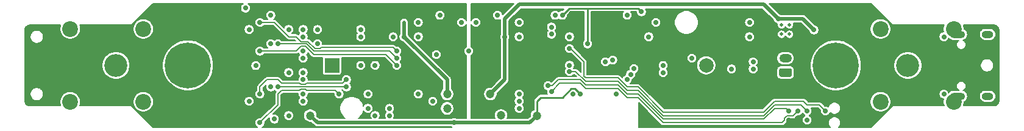
<source format=gbr>
G04 #@! TF.GenerationSoftware,KiCad,Pcbnew,(5.1.12)-1*
G04 #@! TF.CreationDate,2022-04-24T17:31:39-07:00*
G04 #@! TF.ProjectId,MultimeterTest,4d756c74-696d-4657-9465-72546573742e,rev?*
G04 #@! TF.SameCoordinates,Original*
G04 #@! TF.FileFunction,Copper,L3,Inr*
G04 #@! TF.FilePolarity,Positive*
%FSLAX46Y46*%
G04 Gerber Fmt 4.6, Leading zero omitted, Abs format (unit mm)*
G04 Created by KiCad (PCBNEW (5.1.12)-1) date 2022-04-24 17:31:39*
%MOMM*%
%LPD*%
G01*
G04 APERTURE LIST*
G04 #@! TA.AperFunction,ComponentPad*
%ADD10C,2.000000*%
G04 #@! TD*
G04 #@! TA.AperFunction,ComponentPad*
%ADD11R,2.000000X2.000000*%
G04 #@! TD*
G04 #@! TA.AperFunction,ComponentPad*
%ADD12C,2.200000*%
G04 #@! TD*
G04 #@! TA.AperFunction,ComponentPad*
%ADD13C,3.200000*%
G04 #@! TD*
G04 #@! TA.AperFunction,ComponentPad*
%ADD14O,2.100000X1.000000*%
G04 #@! TD*
G04 #@! TA.AperFunction,ComponentPad*
%ADD15O,1.600000X1.000000*%
G04 #@! TD*
G04 #@! TA.AperFunction,ComponentPad*
%ADD16O,1.750000X1.200000*%
G04 #@! TD*
G04 #@! TA.AperFunction,ComponentPad*
%ADD17C,0.500000*%
G04 #@! TD*
G04 #@! TA.AperFunction,ComponentPad*
%ADD18C,6.400000*%
G04 #@! TD*
G04 #@! TA.AperFunction,ComponentPad*
%ADD19C,0.800000*%
G04 #@! TD*
G04 #@! TA.AperFunction,ViaPad*
%ADD20C,0.700000*%
G04 #@! TD*
G04 #@! TA.AperFunction,ViaPad*
%ADD21C,1.200000*%
G04 #@! TD*
G04 #@! TA.AperFunction,Conductor*
%ADD22C,0.250000*%
G04 #@! TD*
G04 #@! TA.AperFunction,Conductor*
%ADD23C,0.160000*%
G04 #@! TD*
G04 #@! TA.AperFunction,Conductor*
%ADD24C,0.500000*%
G04 #@! TD*
G04 #@! TA.AperFunction,Conductor*
%ADD25C,0.200000*%
G04 #@! TD*
G04 #@! TA.AperFunction,Conductor*
%ADD26C,0.100000*%
G04 #@! TD*
G04 APERTURE END LIST*
D10*
X161990000Y-40000000D03*
D11*
X110000000Y-40000000D03*
D12*
X196360000Y-45080000D03*
X186200000Y-34920000D03*
X196360000Y-34920000D03*
X186200000Y-45080000D03*
D13*
X190000000Y-40000000D03*
X80000000Y-40000000D03*
D12*
X83800000Y-34920000D03*
X73640000Y-45080000D03*
X83800000Y-45080000D03*
X73640000Y-34920000D03*
D14*
X196895000Y-44320000D03*
X196895000Y-35680000D03*
D15*
X201075000Y-44320000D03*
X201075000Y-35680000D03*
G04 #@! TA.AperFunction,ComponentPad*
G36*
G01*
X173625001Y-41600000D02*
X172374999Y-41600000D01*
G75*
G02*
X172125000Y-41350001I0J249999D01*
G01*
X172125000Y-40649999D01*
G75*
G02*
X172374999Y-40400000I249999J0D01*
G01*
X173625001Y-40400000D01*
G75*
G02*
X173875000Y-40649999I0J-249999D01*
G01*
X173875000Y-41350001D01*
G75*
G02*
X173625001Y-41600000I-249999J0D01*
G01*
G37*
G04 #@! TD.AperFunction*
D16*
X173000000Y-39000000D03*
D17*
X172450000Y-34350000D03*
X173550000Y-34350000D03*
X172450000Y-35650000D03*
X173550000Y-35650000D03*
D18*
X180000000Y-40000000D03*
D19*
X182400000Y-40000000D03*
X181697056Y-41697056D03*
X180000000Y-42400000D03*
X178302944Y-41697056D03*
X177600000Y-40000000D03*
X178302944Y-38302944D03*
X180000000Y-37600000D03*
X181697056Y-38302944D03*
X91697056Y-38302944D03*
X90000000Y-37600000D03*
X88302944Y-38302944D03*
X87600000Y-40000000D03*
X88302944Y-41697056D03*
X90000000Y-42400000D03*
X91697056Y-41697056D03*
X92400000Y-40000000D03*
D18*
X90000000Y-40000000D03*
D20*
X128000000Y-34000000D03*
X130000000Y-34000000D03*
X98500000Y-35000000D03*
X98500000Y-45000000D03*
X104000000Y-41000000D03*
X101515002Y-43000001D03*
X104000000Y-35000000D03*
X101515002Y-37000001D03*
X108000000Y-35000000D03*
X124000000Y-45000000D03*
X114000000Y-35000000D03*
X106000000Y-39000000D03*
X102000000Y-47500000D03*
X136000000Y-45000000D03*
X136000000Y-44000000D03*
X122000000Y-36000000D03*
X136000000Y-36000000D03*
X118000000Y-46000000D03*
X101503079Y-32993841D03*
X151000000Y-33000000D03*
X141000000Y-33000000D03*
X148000000Y-39500000D03*
X176000000Y-47634986D03*
X160000000Y-39000000D03*
X104000000Y-47000000D03*
X116000000Y-40000000D03*
X143500000Y-44000024D03*
X195000000Y-36000000D03*
X195000000Y-44000000D03*
X149500000Y-44000000D03*
X156000000Y-40000000D03*
X99424013Y-40025987D03*
X136000000Y-34000000D03*
X118500000Y-36000000D03*
X122000000Y-34000000D03*
D21*
X126000000Y-46000000D03*
D20*
X130000000Y-36000000D03*
X144000000Y-39500000D03*
X144000000Y-33000000D03*
X173460000Y-47634968D03*
X156000000Y-39000000D03*
X165500000Y-39500000D03*
X138000000Y-34000000D03*
X156000000Y-41000000D03*
X142000000Y-33000000D03*
X145500000Y-37000000D03*
X153000000Y-32500000D03*
X143000000Y-36000000D03*
X165499974Y-40500000D03*
X154000000Y-36000000D03*
X114000000Y-36000000D03*
X128000000Y-36000000D03*
X98484985Y-42999994D03*
X98484998Y-36999999D03*
X101500000Y-45000000D03*
X101500000Y-39000000D03*
X112000000Y-35000000D03*
X120000000Y-45000000D03*
X98484998Y-33000001D03*
X117999996Y-35000000D03*
X98484998Y-46999999D03*
X102000000Y-35500014D03*
X101999991Y-41000000D03*
X123999974Y-35000000D03*
X108000000Y-37000000D03*
X155000000Y-34000000D03*
X122000000Y-44000000D03*
X100000000Y-48000000D03*
X111000000Y-44000000D03*
X143000000Y-39989997D03*
X115000000Y-44000000D03*
X118000000Y-47000000D03*
X151950006Y-40450006D03*
X140500000Y-35650000D03*
X140500000Y-34650000D03*
X136000000Y-46000000D03*
D21*
X132000000Y-44000000D03*
D20*
X172000012Y-33500000D03*
X176950000Y-35050000D03*
D21*
X126000000Y-44000000D03*
D20*
X134000000Y-35999998D03*
X120000000Y-35999998D03*
X168500000Y-39500000D03*
X100000000Y-34000000D03*
X119000000Y-38000000D03*
X102500000Y-37000000D03*
X119000000Y-39000000D03*
X151000000Y-42000000D03*
X143000000Y-37650000D03*
X178540000Y-46365028D03*
X140000000Y-42850000D03*
X173460000Y-46364974D03*
X140500000Y-43650000D03*
X174730000Y-46364982D03*
X168500000Y-40500000D03*
X168000000Y-34000000D03*
D21*
X107000000Y-47000000D03*
D20*
X144500000Y-44000000D03*
X127000000Y-48000000D03*
X100000000Y-38000000D03*
X119000000Y-40000000D03*
X151500000Y-41250000D03*
X125000000Y-33000000D03*
X129000000Y-37999952D03*
X98000000Y-32000000D03*
X149000000Y-39250000D03*
X106000000Y-35000000D03*
X106000000Y-36000000D03*
X106000000Y-38000000D03*
X106000000Y-41000000D03*
X106000000Y-42000000D03*
X106000000Y-44000000D03*
X106000000Y-45000000D03*
X102500000Y-43000000D03*
X112000000Y-43000000D03*
X143000000Y-40850000D03*
X176000000Y-46364974D03*
X168000000Y-36000000D03*
X116000000Y-47000000D03*
X115000000Y-46000000D03*
X114000000Y-40000000D03*
X100000000Y-44000000D03*
X112000000Y-42000000D03*
X133000000Y-33000000D03*
X124500000Y-38500000D03*
D21*
X133500000Y-46990000D03*
X138500000Y-47000000D03*
D22*
X145500000Y-37000000D02*
X145500000Y-32035010D01*
X142964990Y-32035010D02*
X152535010Y-32035010D01*
X142000000Y-33000000D02*
X142964990Y-32035010D01*
X152535010Y-32035010D02*
X153000000Y-32500000D01*
D23*
X105679990Y-43320010D02*
X106320010Y-43320010D01*
X105500000Y-43500000D02*
X105679990Y-43320010D01*
X103000000Y-43500000D02*
X105500000Y-43500000D01*
X102500000Y-44000000D02*
X103000000Y-43500000D01*
X102500000Y-45500000D02*
X102500000Y-44000000D01*
X106320010Y-43320010D02*
X106500000Y-43500000D01*
X100000000Y-48000000D02*
X102500000Y-45500000D01*
X110000000Y-43500000D02*
X110500000Y-43500000D01*
X106500000Y-43500000D02*
X110000000Y-43500000D01*
X111000000Y-44000000D02*
X110500000Y-43500000D01*
D24*
X134000000Y-36750000D02*
X134000000Y-36000000D01*
X134000000Y-42000000D02*
X132000000Y-44000000D01*
X134000000Y-36750000D02*
X134000000Y-42000000D01*
X175400000Y-33500000D02*
X176950000Y-35050000D01*
X172000012Y-33500000D02*
X175400000Y-33500000D01*
X120000000Y-34000000D02*
X120000000Y-36000000D01*
X126000000Y-42000000D02*
X126000000Y-44000000D01*
X120000000Y-36000000D02*
X126000000Y-42000000D01*
X170000012Y-31500000D02*
X172000012Y-33500000D01*
X136000000Y-31500000D02*
X170000012Y-31500000D01*
X134000000Y-33500000D02*
X136000000Y-31500000D01*
X134000000Y-36750000D02*
X134000000Y-33500000D01*
D23*
X104000000Y-36000000D02*
X102000000Y-34000000D01*
X102000000Y-34000000D02*
X100000000Y-34000000D01*
X106679990Y-36679990D02*
X105679990Y-36679990D01*
X107679990Y-37679990D02*
X106679990Y-36679990D01*
X108320010Y-37679990D02*
X107679990Y-37679990D01*
X105679990Y-36679990D02*
X105000000Y-36000000D01*
X108500000Y-37500000D02*
X108320010Y-37679990D01*
X117000000Y-37500000D02*
X108500000Y-37500000D01*
X105000000Y-36000000D02*
X104000000Y-36000000D01*
X118500000Y-37500000D02*
X119000000Y-38000000D01*
X117000000Y-37500000D02*
X118500000Y-37500000D01*
X106500000Y-37000000D02*
X102500000Y-37000000D01*
X107500000Y-38000000D02*
X106500000Y-37000000D01*
X116500000Y-38000000D02*
X107500000Y-38000000D01*
X119000000Y-39000000D02*
X118000000Y-38000000D01*
X118000000Y-38000000D02*
X116500000Y-38000000D01*
X178087486Y-45912514D02*
X178540000Y-46365028D01*
X177674972Y-45500000D02*
X178087486Y-45912514D01*
X143150000Y-37650000D02*
X145000000Y-39500000D01*
X145000000Y-41500000D02*
X145250000Y-41750000D01*
X145250000Y-41750000D02*
X149750000Y-41750000D01*
X145000000Y-39500000D02*
X145000000Y-41500000D01*
X151000000Y-43000000D02*
X152500000Y-43000000D01*
X152500000Y-43000000D02*
X156000000Y-46500000D01*
X176000000Y-45500000D02*
X177674972Y-45500000D01*
X149750000Y-41750000D02*
X151000000Y-43000000D01*
X156000000Y-46500000D02*
X170000000Y-46500000D01*
X171500000Y-45000000D02*
X175500000Y-45000000D01*
X170000000Y-46500000D02*
X171500000Y-45000000D01*
X143000000Y-37650000D02*
X143150000Y-37650000D01*
X175500000Y-45000000D02*
X176000000Y-45500000D01*
X171500000Y-46000000D02*
X173095026Y-46000000D01*
X173095026Y-46000000D02*
X173460000Y-46364974D01*
X170000000Y-47500000D02*
X171500000Y-46000000D01*
X156000000Y-47500000D02*
X170000000Y-47500000D01*
X144500000Y-42000000D02*
X145250000Y-42750000D01*
X141425000Y-42000000D02*
X144500000Y-42000000D01*
X140575000Y-42850000D02*
X141425000Y-42000000D01*
X140000000Y-42850000D02*
X140575000Y-42850000D01*
X149750000Y-42750000D02*
X151000000Y-44000000D01*
X145250000Y-42750000D02*
X149750000Y-42750000D01*
X151000000Y-44000000D02*
X152500000Y-44000000D01*
X152500000Y-44000000D02*
X156000000Y-47500000D01*
X141650000Y-42500000D02*
X140500000Y-43650000D01*
X172500000Y-48000000D02*
X156000000Y-48000000D01*
X172869999Y-47630001D02*
X172500000Y-48000000D01*
X173176799Y-47044967D02*
X172869999Y-47351767D01*
X144500000Y-42500000D02*
X141650000Y-42500000D01*
X145250000Y-43250000D02*
X144500000Y-42500000D01*
X172869999Y-47351767D02*
X172869999Y-47630001D01*
X174050015Y-47044967D02*
X173176799Y-47044967D01*
X174730000Y-46364982D02*
X174050015Y-47044967D01*
X149750000Y-43250000D02*
X151000000Y-44500000D01*
X149750000Y-43250000D02*
X145250000Y-43250000D01*
X151000000Y-44500000D02*
X152500000Y-44500000D01*
X156000000Y-48000000D02*
X152500000Y-44500000D01*
X107500000Y-38500000D02*
X117500000Y-38500000D01*
X117500000Y-38500000D02*
X119000000Y-40000000D01*
X106320011Y-37320011D02*
X107500000Y-38500000D01*
X105679989Y-37320011D02*
X106320011Y-37320011D01*
X105000000Y-38000000D02*
X105679989Y-37320011D01*
X100000000Y-38000000D02*
X105000000Y-38000000D01*
X102500000Y-43000000D02*
X103500000Y-43000000D01*
X112000000Y-43000000D02*
X110500000Y-43000000D01*
X110500000Y-43000000D02*
X111000000Y-43000000D01*
X103500000Y-43000000D02*
X110500000Y-43000000D01*
X175135026Y-45500000D02*
X176000000Y-46364974D01*
X170000000Y-47000000D02*
X171500000Y-45500000D01*
X156000000Y-47000000D02*
X170000000Y-47000000D01*
X171500000Y-45500000D02*
X175135026Y-45500000D01*
X143850000Y-40850000D02*
X145250000Y-42250000D01*
X143000000Y-40850000D02*
X143850000Y-40850000D01*
X149750000Y-42250000D02*
X151000000Y-43500000D01*
X145250000Y-42250000D02*
X149750000Y-42250000D01*
X151000000Y-43500000D02*
X152500000Y-43500000D01*
X152500000Y-43500000D02*
X156000000Y-47000000D01*
X106320010Y-42679990D02*
X106500000Y-42500000D01*
X105500000Y-42500000D02*
X105679990Y-42679990D01*
X103000000Y-42500000D02*
X105500000Y-42500000D01*
X102500000Y-42000000D02*
X103000000Y-42500000D01*
X101000000Y-42000000D02*
X102500000Y-42000000D01*
X105679990Y-42679990D02*
X106320010Y-42679990D01*
X100000000Y-43000000D02*
X101000000Y-42000000D01*
X100000000Y-44000000D02*
X100000000Y-43000000D01*
X112000000Y-42000000D02*
X111500000Y-42500000D01*
X110000000Y-42500000D02*
X110500000Y-42500000D01*
X111500000Y-42500000D02*
X110000000Y-42500000D01*
X106500000Y-42500000D02*
X110000000Y-42500000D01*
D24*
X107000000Y-47000000D02*
X108000000Y-48000000D01*
X108000000Y-48000000D02*
X135500000Y-48000000D01*
D22*
X142000000Y-44500000D02*
X143250000Y-43250000D01*
X138500000Y-45000000D02*
X139000000Y-44500000D01*
X143750000Y-43250000D02*
X144000000Y-43500000D01*
X139000000Y-44500000D02*
X142000000Y-44500000D01*
X144000000Y-43500000D02*
X144500000Y-44000000D01*
X138500000Y-47000000D02*
X138500000Y-45000000D01*
D24*
X137500000Y-48000000D02*
X138500000Y-47000000D01*
X135000000Y-48000000D02*
X137500000Y-48000000D01*
D22*
X143250000Y-43250000D02*
X143750000Y-43250000D01*
D25*
X97551226Y-31453168D02*
X97453168Y-31551226D01*
X97376124Y-31666531D01*
X97323055Y-31794651D01*
X97296000Y-31930662D01*
X97296000Y-32069338D01*
X97323055Y-32205349D01*
X97376124Y-32333469D01*
X97453168Y-32448774D01*
X97551226Y-32546832D01*
X97666531Y-32623876D01*
X97794651Y-32676945D01*
X97930662Y-32704000D01*
X98069338Y-32704000D01*
X98205349Y-32676945D01*
X98333469Y-32623876D01*
X98448774Y-32546832D01*
X98546832Y-32448774D01*
X98623876Y-32333469D01*
X98676945Y-32205349D01*
X98704000Y-32069338D01*
X98704000Y-31930662D01*
X98676945Y-31794651D01*
X98623876Y-31666531D01*
X98546832Y-31551226D01*
X98448774Y-31453168D01*
X98337773Y-31379000D01*
X128650000Y-31379000D01*
X128650000Y-33729600D01*
X128623876Y-33666531D01*
X128546832Y-33551226D01*
X128448774Y-33453168D01*
X128333469Y-33376124D01*
X128205349Y-33323055D01*
X128069338Y-33296000D01*
X127930662Y-33296000D01*
X127794651Y-33323055D01*
X127666531Y-33376124D01*
X127551226Y-33453168D01*
X127453168Y-33551226D01*
X127376124Y-33666531D01*
X127323055Y-33794651D01*
X127296000Y-33930662D01*
X127296000Y-34069338D01*
X127323055Y-34205349D01*
X127376124Y-34333469D01*
X127453168Y-34448774D01*
X127551226Y-34546832D01*
X127666531Y-34623876D01*
X127794651Y-34676945D01*
X127930662Y-34704000D01*
X128069338Y-34704000D01*
X128205349Y-34676945D01*
X128333469Y-34623876D01*
X128448774Y-34546832D01*
X128546832Y-34448774D01*
X128623876Y-34333469D01*
X128650000Y-34270400D01*
X128650000Y-37387122D01*
X128551226Y-37453120D01*
X128453168Y-37551178D01*
X128376124Y-37666483D01*
X128323055Y-37794603D01*
X128296000Y-37930614D01*
X128296000Y-38069290D01*
X128323055Y-38205301D01*
X128376124Y-38333421D01*
X128453168Y-38448726D01*
X128551226Y-38546784D01*
X128650000Y-38612782D01*
X128650000Y-47396000D01*
X127363216Y-47396000D01*
X127333469Y-47376124D01*
X127205349Y-47323055D01*
X127069338Y-47296000D01*
X126930662Y-47296000D01*
X126794651Y-47323055D01*
X126666531Y-47376124D01*
X126636784Y-47396000D01*
X118582094Y-47396000D01*
X118623876Y-47333469D01*
X118676945Y-47205349D01*
X118704000Y-47069338D01*
X118704000Y-46930662D01*
X118676945Y-46794651D01*
X118623876Y-46666531D01*
X118546832Y-46551226D01*
X118495606Y-46500000D01*
X118546832Y-46448774D01*
X118623876Y-46333469D01*
X118676945Y-46205349D01*
X118704000Y-46069338D01*
X118704000Y-45930662D01*
X118699103Y-45906039D01*
X125046000Y-45906039D01*
X125046000Y-46093961D01*
X125082662Y-46278272D01*
X125154576Y-46451888D01*
X125258980Y-46608140D01*
X125391860Y-46741020D01*
X125548112Y-46845424D01*
X125721728Y-46917338D01*
X125906039Y-46954000D01*
X126093961Y-46954000D01*
X126278272Y-46917338D01*
X126451888Y-46845424D01*
X126608140Y-46741020D01*
X126741020Y-46608140D01*
X126845424Y-46451888D01*
X126917338Y-46278272D01*
X126954000Y-46093961D01*
X126954000Y-45906039D01*
X126917338Y-45721728D01*
X126845424Y-45548112D01*
X126741020Y-45391860D01*
X126608140Y-45258980D01*
X126451888Y-45154576D01*
X126278272Y-45082662D01*
X126093961Y-45046000D01*
X125906039Y-45046000D01*
X125721728Y-45082662D01*
X125548112Y-45154576D01*
X125391860Y-45258980D01*
X125258980Y-45391860D01*
X125154576Y-45548112D01*
X125082662Y-45721728D01*
X125046000Y-45906039D01*
X118699103Y-45906039D01*
X118676945Y-45794651D01*
X118623876Y-45666531D01*
X118546832Y-45551226D01*
X118448774Y-45453168D01*
X118333469Y-45376124D01*
X118205349Y-45323055D01*
X118069338Y-45296000D01*
X117930662Y-45296000D01*
X117794651Y-45323055D01*
X117666531Y-45376124D01*
X117551226Y-45453168D01*
X117453168Y-45551226D01*
X117376124Y-45666531D01*
X117323055Y-45794651D01*
X117296000Y-45930662D01*
X117296000Y-46069338D01*
X117323055Y-46205349D01*
X117376124Y-46333469D01*
X117453168Y-46448774D01*
X117504394Y-46500000D01*
X117453168Y-46551226D01*
X117376124Y-46666531D01*
X117323055Y-46794651D01*
X117296000Y-46930662D01*
X117296000Y-47069338D01*
X117323055Y-47205349D01*
X117376124Y-47333469D01*
X117417906Y-47396000D01*
X116582094Y-47396000D01*
X116623876Y-47333469D01*
X116676945Y-47205349D01*
X116704000Y-47069338D01*
X116704000Y-46930662D01*
X116676945Y-46794651D01*
X116623876Y-46666531D01*
X116546832Y-46551226D01*
X116448774Y-46453168D01*
X116333469Y-46376124D01*
X116205349Y-46323055D01*
X116069338Y-46296000D01*
X115930662Y-46296000D01*
X115794651Y-46323055D01*
X115666531Y-46376124D01*
X115551226Y-46453168D01*
X115453168Y-46551226D01*
X115376124Y-46666531D01*
X115323055Y-46794651D01*
X115296000Y-46930662D01*
X115296000Y-47069338D01*
X115323055Y-47205349D01*
X115376124Y-47333469D01*
X115417906Y-47396000D01*
X113666376Y-47396000D01*
X113817113Y-47295281D01*
X114050281Y-47062113D01*
X114233480Y-46787936D01*
X114359669Y-46483288D01*
X114386408Y-46348861D01*
X114453168Y-46448774D01*
X114551226Y-46546832D01*
X114666531Y-46623876D01*
X114794651Y-46676945D01*
X114930662Y-46704000D01*
X115069338Y-46704000D01*
X115205349Y-46676945D01*
X115333469Y-46623876D01*
X115448774Y-46546832D01*
X115546832Y-46448774D01*
X115623876Y-46333469D01*
X115676945Y-46205349D01*
X115704000Y-46069338D01*
X115704000Y-45930662D01*
X115676945Y-45794651D01*
X115623876Y-45666531D01*
X115546832Y-45551226D01*
X115448774Y-45453168D01*
X115333469Y-45376124D01*
X115205349Y-45323055D01*
X115069338Y-45296000D01*
X114930662Y-45296000D01*
X114794651Y-45323055D01*
X114666531Y-45376124D01*
X114551226Y-45453168D01*
X114453168Y-45551226D01*
X114387941Y-45648845D01*
X114359669Y-45506712D01*
X114233480Y-45202064D01*
X114052136Y-44930662D01*
X123296000Y-44930662D01*
X123296000Y-45069338D01*
X123323055Y-45205349D01*
X123376124Y-45333469D01*
X123453168Y-45448774D01*
X123551226Y-45546832D01*
X123666531Y-45623876D01*
X123794651Y-45676945D01*
X123930662Y-45704000D01*
X124069338Y-45704000D01*
X124205349Y-45676945D01*
X124333469Y-45623876D01*
X124448774Y-45546832D01*
X124546832Y-45448774D01*
X124623876Y-45333469D01*
X124676945Y-45205349D01*
X124704000Y-45069338D01*
X124704000Y-44930662D01*
X124676945Y-44794651D01*
X124623876Y-44666531D01*
X124546832Y-44551226D01*
X124448774Y-44453168D01*
X124333469Y-44376124D01*
X124205349Y-44323055D01*
X124069338Y-44296000D01*
X123930662Y-44296000D01*
X123794651Y-44323055D01*
X123666531Y-44376124D01*
X123551226Y-44453168D01*
X123453168Y-44551226D01*
X123376124Y-44666531D01*
X123323055Y-44794651D01*
X123296000Y-44930662D01*
X114052136Y-44930662D01*
X114050281Y-44927887D01*
X113817113Y-44694719D01*
X113542936Y-44511520D01*
X113238288Y-44385331D01*
X112914875Y-44321000D01*
X112585125Y-44321000D01*
X112261712Y-44385331D01*
X111957064Y-44511520D01*
X111682887Y-44694719D01*
X111449719Y-44927887D01*
X111266520Y-45202064D01*
X111140331Y-45506712D01*
X111076000Y-45830125D01*
X111076000Y-46159875D01*
X111140331Y-46483288D01*
X111266520Y-46787936D01*
X111449719Y-47062113D01*
X111682887Y-47295281D01*
X111833624Y-47396000D01*
X108250185Y-47396000D01*
X107953029Y-47098844D01*
X107954000Y-47093961D01*
X107954000Y-46906039D01*
X107917338Y-46721728D01*
X107845424Y-46548112D01*
X107741020Y-46391860D01*
X107608140Y-46258980D01*
X107451888Y-46154576D01*
X107278272Y-46082662D01*
X107093961Y-46046000D01*
X106906039Y-46046000D01*
X106721728Y-46082662D01*
X106548112Y-46154576D01*
X106391860Y-46258980D01*
X106258980Y-46391860D01*
X106154576Y-46548112D01*
X106082662Y-46721728D01*
X106046000Y-46906039D01*
X106046000Y-47093961D01*
X106082662Y-47278272D01*
X106154576Y-47451888D01*
X106258980Y-47608140D01*
X106391860Y-47741020D01*
X106548112Y-47845424D01*
X106721728Y-47917338D01*
X106906039Y-47954000D01*
X107093961Y-47954000D01*
X107098844Y-47953029D01*
X107551927Y-48406112D01*
X107570841Y-48429159D01*
X107662812Y-48504637D01*
X107767741Y-48560723D01*
X107881595Y-48595260D01*
X108000000Y-48606922D01*
X108029667Y-48604000D01*
X126636784Y-48604000D01*
X126662227Y-48621000D01*
X100337773Y-48621000D01*
X100448774Y-48546832D01*
X100546832Y-48448774D01*
X100623876Y-48333469D01*
X100676945Y-48205349D01*
X100704000Y-48069338D01*
X100704000Y-47930662D01*
X100700533Y-47913234D01*
X101325840Y-47287927D01*
X101323055Y-47294651D01*
X101296000Y-47430662D01*
X101296000Y-47569338D01*
X101323055Y-47705349D01*
X101376124Y-47833469D01*
X101453168Y-47948774D01*
X101551226Y-48046832D01*
X101666531Y-48123876D01*
X101794651Y-48176945D01*
X101930662Y-48204000D01*
X102069338Y-48204000D01*
X102205349Y-48176945D01*
X102333469Y-48123876D01*
X102448774Y-48046832D01*
X102546832Y-47948774D01*
X102623876Y-47833469D01*
X102676945Y-47705349D01*
X102704000Y-47569338D01*
X102704000Y-47430662D01*
X102676945Y-47294651D01*
X102623876Y-47166531D01*
X102546832Y-47051226D01*
X102448774Y-46953168D01*
X102415092Y-46930662D01*
X103296000Y-46930662D01*
X103296000Y-47069338D01*
X103323055Y-47205349D01*
X103376124Y-47333469D01*
X103453168Y-47448774D01*
X103551226Y-47546832D01*
X103666531Y-47623876D01*
X103794651Y-47676945D01*
X103930662Y-47704000D01*
X104069338Y-47704000D01*
X104205349Y-47676945D01*
X104333469Y-47623876D01*
X104448774Y-47546832D01*
X104546832Y-47448774D01*
X104623876Y-47333469D01*
X104676945Y-47205349D01*
X104704000Y-47069338D01*
X104704000Y-46930662D01*
X104676945Y-46794651D01*
X104623876Y-46666531D01*
X104546832Y-46551226D01*
X104448774Y-46453168D01*
X104333469Y-46376124D01*
X104205349Y-46323055D01*
X104069338Y-46296000D01*
X103930662Y-46296000D01*
X103794651Y-46323055D01*
X103666531Y-46376124D01*
X103551226Y-46453168D01*
X103453168Y-46551226D01*
X103376124Y-46666531D01*
X103323055Y-46794651D01*
X103296000Y-46930662D01*
X102415092Y-46930662D01*
X102333469Y-46876124D01*
X102205349Y-46823055D01*
X102069338Y-46796000D01*
X101930662Y-46796000D01*
X101794651Y-46823055D01*
X101787928Y-46825840D01*
X102791808Y-45821960D01*
X102808369Y-45808369D01*
X102862603Y-45742284D01*
X102902903Y-45666888D01*
X102927719Y-45585079D01*
X102934000Y-45521310D01*
X102934000Y-45521309D01*
X102936099Y-45500000D01*
X102934000Y-45478690D01*
X102934000Y-44179767D01*
X103179768Y-43934000D01*
X105296000Y-43934000D01*
X105296000Y-44069338D01*
X105323055Y-44205349D01*
X105376124Y-44333469D01*
X105453168Y-44448774D01*
X105504394Y-44500000D01*
X105453168Y-44551226D01*
X105376124Y-44666531D01*
X105323055Y-44794651D01*
X105296000Y-44930662D01*
X105296000Y-45069338D01*
X105323055Y-45205349D01*
X105376124Y-45333469D01*
X105453168Y-45448774D01*
X105551226Y-45546832D01*
X105666531Y-45623876D01*
X105794651Y-45676945D01*
X105930662Y-45704000D01*
X106069338Y-45704000D01*
X106205349Y-45676945D01*
X106333469Y-45623876D01*
X106448774Y-45546832D01*
X106546832Y-45448774D01*
X106623876Y-45333469D01*
X106676945Y-45205349D01*
X106704000Y-45069338D01*
X106704000Y-44930662D01*
X106676945Y-44794651D01*
X106623876Y-44666531D01*
X106546832Y-44551226D01*
X106495606Y-44500000D01*
X106546832Y-44448774D01*
X106623876Y-44333469D01*
X106676945Y-44205349D01*
X106704000Y-44069338D01*
X106704000Y-43934000D01*
X110296000Y-43934000D01*
X110296000Y-44069338D01*
X110323055Y-44205349D01*
X110376124Y-44333469D01*
X110453168Y-44448774D01*
X110551226Y-44546832D01*
X110666531Y-44623876D01*
X110794651Y-44676945D01*
X110930662Y-44704000D01*
X111069338Y-44704000D01*
X111205349Y-44676945D01*
X111333469Y-44623876D01*
X111448774Y-44546832D01*
X111546832Y-44448774D01*
X111623876Y-44333469D01*
X111676945Y-44205349D01*
X111704000Y-44069338D01*
X111704000Y-43930662D01*
X114296000Y-43930662D01*
X114296000Y-44069338D01*
X114323055Y-44205349D01*
X114376124Y-44333469D01*
X114453168Y-44448774D01*
X114551226Y-44546832D01*
X114666531Y-44623876D01*
X114794651Y-44676945D01*
X114930662Y-44704000D01*
X115069338Y-44704000D01*
X115205349Y-44676945D01*
X115333469Y-44623876D01*
X115448774Y-44546832D01*
X115546832Y-44448774D01*
X115623876Y-44333469D01*
X115676945Y-44205349D01*
X115704000Y-44069338D01*
X115704000Y-43930662D01*
X121296000Y-43930662D01*
X121296000Y-44069338D01*
X121323055Y-44205349D01*
X121376124Y-44333469D01*
X121453168Y-44448774D01*
X121551226Y-44546832D01*
X121666531Y-44623876D01*
X121794651Y-44676945D01*
X121930662Y-44704000D01*
X122069338Y-44704000D01*
X122205349Y-44676945D01*
X122333469Y-44623876D01*
X122448774Y-44546832D01*
X122546832Y-44448774D01*
X122623876Y-44333469D01*
X122676945Y-44205349D01*
X122704000Y-44069338D01*
X122704000Y-43930662D01*
X122676945Y-43794651D01*
X122623876Y-43666531D01*
X122546832Y-43551226D01*
X122448774Y-43453168D01*
X122333469Y-43376124D01*
X122205349Y-43323055D01*
X122069338Y-43296000D01*
X121930662Y-43296000D01*
X121794651Y-43323055D01*
X121666531Y-43376124D01*
X121551226Y-43453168D01*
X121453168Y-43551226D01*
X121376124Y-43666531D01*
X121323055Y-43794651D01*
X121296000Y-43930662D01*
X115704000Y-43930662D01*
X115676945Y-43794651D01*
X115623876Y-43666531D01*
X115546832Y-43551226D01*
X115448774Y-43453168D01*
X115333469Y-43376124D01*
X115205349Y-43323055D01*
X115069338Y-43296000D01*
X114930662Y-43296000D01*
X114794651Y-43323055D01*
X114666531Y-43376124D01*
X114551226Y-43453168D01*
X114453168Y-43551226D01*
X114376124Y-43666531D01*
X114323055Y-43794651D01*
X114296000Y-43930662D01*
X111704000Y-43930662D01*
X111676945Y-43794651D01*
X111623876Y-43666531D01*
X111546832Y-43551226D01*
X111448774Y-43453168D01*
X111420087Y-43434000D01*
X111443296Y-43434000D01*
X111453168Y-43448774D01*
X111551226Y-43546832D01*
X111666531Y-43623876D01*
X111794651Y-43676945D01*
X111930662Y-43704000D01*
X112069338Y-43704000D01*
X112205349Y-43676945D01*
X112333469Y-43623876D01*
X112448774Y-43546832D01*
X112546832Y-43448774D01*
X112623876Y-43333469D01*
X112676945Y-43205349D01*
X112704000Y-43069338D01*
X112704000Y-42930662D01*
X112676945Y-42794651D01*
X112623876Y-42666531D01*
X112546832Y-42551226D01*
X112495606Y-42500000D01*
X112546832Y-42448774D01*
X112623876Y-42333469D01*
X112676945Y-42205349D01*
X112704000Y-42069338D01*
X112704000Y-41930662D01*
X112676945Y-41794651D01*
X112623876Y-41666531D01*
X112546832Y-41551226D01*
X112448774Y-41453168D01*
X112333469Y-41376124D01*
X112205349Y-41323055D01*
X112069338Y-41296000D01*
X111930662Y-41296000D01*
X111794651Y-41323055D01*
X111666531Y-41376124D01*
X111551226Y-41453168D01*
X111453168Y-41551226D01*
X111376124Y-41666531D01*
X111323055Y-41794651D01*
X111296000Y-41930662D01*
X111296000Y-42066000D01*
X106704000Y-42066000D01*
X106704000Y-41930662D01*
X106676945Y-41794651D01*
X106623876Y-41666531D01*
X106546832Y-41551226D01*
X106495606Y-41500000D01*
X106546832Y-41448774D01*
X106623876Y-41333469D01*
X106676945Y-41205349D01*
X106704000Y-41069338D01*
X106704000Y-40930662D01*
X106676945Y-40794651D01*
X106623876Y-40666531D01*
X106546832Y-40551226D01*
X106448774Y-40453168D01*
X106333469Y-40376124D01*
X106205349Y-40323055D01*
X106069338Y-40296000D01*
X105930662Y-40296000D01*
X105794651Y-40323055D01*
X105666531Y-40376124D01*
X105551226Y-40453168D01*
X105453168Y-40551226D01*
X105376124Y-40666531D01*
X105323055Y-40794651D01*
X105296000Y-40930662D01*
X105296000Y-41069338D01*
X105323055Y-41205349D01*
X105376124Y-41333469D01*
X105453168Y-41448774D01*
X105504394Y-41500000D01*
X105453168Y-41551226D01*
X105376124Y-41666531D01*
X105323055Y-41794651D01*
X105296000Y-41930662D01*
X105296000Y-42066000D01*
X103179768Y-42066000D01*
X102821965Y-41708198D01*
X102808369Y-41691631D01*
X102742284Y-41637397D01*
X102666888Y-41597097D01*
X102585079Y-41572281D01*
X102521310Y-41566000D01*
X102500000Y-41563901D01*
X102478690Y-41566000D01*
X101021313Y-41566000D01*
X101000000Y-41563901D01*
X100914921Y-41572280D01*
X100843704Y-41593884D01*
X100833112Y-41597097D01*
X100757716Y-41637397D01*
X100691631Y-41691631D01*
X100678044Y-41708187D01*
X99708193Y-42678040D01*
X99691632Y-42691631D01*
X99637398Y-42757716D01*
X99633468Y-42765069D01*
X99597097Y-42833113D01*
X99572281Y-42914922D01*
X99563901Y-43000000D01*
X99566001Y-43021320D01*
X99566001Y-43443296D01*
X99551226Y-43453168D01*
X99453168Y-43551226D01*
X99376124Y-43666531D01*
X99323055Y-43794651D01*
X99296000Y-43930662D01*
X99296000Y-44069338D01*
X99323055Y-44205349D01*
X99376124Y-44333469D01*
X99453168Y-44448774D01*
X99551226Y-44546832D01*
X99666531Y-44623876D01*
X99794651Y-44676945D01*
X99930662Y-44704000D01*
X100069338Y-44704000D01*
X100205349Y-44676945D01*
X100333469Y-44623876D01*
X100448774Y-44546832D01*
X100546832Y-44448774D01*
X100623876Y-44333469D01*
X100676945Y-44205349D01*
X100704000Y-44069338D01*
X100704000Y-43930662D01*
X100676945Y-43794651D01*
X100623876Y-43666531D01*
X100546832Y-43551226D01*
X100448774Y-43453168D01*
X100434000Y-43443296D01*
X100434000Y-43179767D01*
X100851450Y-42762318D01*
X100838057Y-42794652D01*
X100811002Y-42930663D01*
X100811002Y-43069339D01*
X100838057Y-43205350D01*
X100891126Y-43333470D01*
X100968170Y-43448775D01*
X101066228Y-43546833D01*
X101181533Y-43623877D01*
X101309653Y-43676946D01*
X101445664Y-43704001D01*
X101584340Y-43704001D01*
X101720351Y-43676946D01*
X101848471Y-43623877D01*
X101963776Y-43546833D01*
X102007502Y-43503108D01*
X102051226Y-43546832D01*
X102166531Y-43623876D01*
X102234290Y-43651943D01*
X102208193Y-43678040D01*
X102191632Y-43691631D01*
X102137398Y-43757716D01*
X102119350Y-43791482D01*
X102097097Y-43833113D01*
X102072281Y-43914922D01*
X102063901Y-44000000D01*
X102066001Y-44021320D01*
X102066000Y-45320232D01*
X100086766Y-47299467D01*
X100069338Y-47296000D01*
X99930662Y-47296000D01*
X99794651Y-47323055D01*
X99666531Y-47376124D01*
X99551226Y-47453168D01*
X99453168Y-47551226D01*
X99376124Y-47666531D01*
X99323055Y-47794651D01*
X99296000Y-47930662D01*
X99296000Y-48069338D01*
X99323055Y-48205349D01*
X99376124Y-48333469D01*
X99453168Y-48448774D01*
X99551226Y-48546832D01*
X99662227Y-48621000D01*
X85156986Y-48621000D01*
X82281134Y-45745148D01*
X82269248Y-45730669D01*
X82239423Y-45706201D01*
X82211579Y-45683350D01*
X82211551Y-45683335D01*
X82211529Y-45683317D01*
X82177795Y-45665292D01*
X82145738Y-45648157D01*
X82145710Y-45648149D01*
X82145683Y-45648134D01*
X82110733Y-45637538D01*
X82074297Y-45626485D01*
X82074265Y-45626482D01*
X82074239Y-45626474D01*
X82041803Y-45623284D01*
X82000000Y-45619167D01*
X81981352Y-45621004D01*
X74989259Y-45622084D01*
X75038123Y-45504116D01*
X75094000Y-45223206D01*
X75094000Y-44936794D01*
X82346000Y-44936794D01*
X82346000Y-45223206D01*
X82401877Y-45504116D01*
X82511482Y-45768727D01*
X82670605Y-46006871D01*
X82873129Y-46209395D01*
X83111273Y-46368518D01*
X83375884Y-46478123D01*
X83656794Y-46534000D01*
X83943206Y-46534000D01*
X84224116Y-46478123D01*
X84488727Y-46368518D01*
X84726871Y-46209395D01*
X84929395Y-46006871D01*
X85088518Y-45768727D01*
X85198123Y-45504116D01*
X85254000Y-45223206D01*
X85254000Y-44936794D01*
X85252781Y-44930662D01*
X97796000Y-44930662D01*
X97796000Y-45069338D01*
X97823055Y-45205349D01*
X97876124Y-45333469D01*
X97953168Y-45448774D01*
X98051226Y-45546832D01*
X98166531Y-45623876D01*
X98294651Y-45676945D01*
X98430662Y-45704000D01*
X98569338Y-45704000D01*
X98705349Y-45676945D01*
X98833469Y-45623876D01*
X98948774Y-45546832D01*
X99046832Y-45448774D01*
X99123876Y-45333469D01*
X99176945Y-45205349D01*
X99204000Y-45069338D01*
X99204000Y-44930662D01*
X99176945Y-44794651D01*
X99123876Y-44666531D01*
X99046832Y-44551226D01*
X98948774Y-44453168D01*
X98833469Y-44376124D01*
X98705349Y-44323055D01*
X98569338Y-44296000D01*
X98430662Y-44296000D01*
X98294651Y-44323055D01*
X98166531Y-44376124D01*
X98051226Y-44453168D01*
X97953168Y-44551226D01*
X97876124Y-44666531D01*
X97823055Y-44794651D01*
X97796000Y-44930662D01*
X85252781Y-44930662D01*
X85198123Y-44655884D01*
X85088518Y-44391273D01*
X84929395Y-44153129D01*
X84726871Y-43950605D01*
X84488727Y-43791482D01*
X84224116Y-43681877D01*
X83943206Y-43626000D01*
X83656794Y-43626000D01*
X83375884Y-43681877D01*
X83111273Y-43791482D01*
X82873129Y-43950605D01*
X82670605Y-44153129D01*
X82511482Y-44391273D01*
X82401877Y-44655884D01*
X82346000Y-44936794D01*
X75094000Y-44936794D01*
X75038123Y-44655884D01*
X74928518Y-44391273D01*
X74769395Y-44153129D01*
X74566871Y-43950605D01*
X74328727Y-43791482D01*
X74064116Y-43681877D01*
X73783206Y-43626000D01*
X73496794Y-43626000D01*
X73215884Y-43681877D01*
X72951273Y-43791482D01*
X72713129Y-43950605D01*
X72510605Y-44153129D01*
X72351482Y-44391273D01*
X72241877Y-44655884D01*
X72186000Y-44936794D01*
X72186000Y-45223206D01*
X72241877Y-45504116D01*
X72290292Y-45621000D01*
X68018535Y-45621000D01*
X67879734Y-45607390D01*
X67764048Y-45572463D01*
X67657350Y-45515731D01*
X67563704Y-45439355D01*
X67486674Y-45346242D01*
X67429200Y-45239946D01*
X67393465Y-45124504D01*
X67379000Y-44986887D01*
X67379000Y-43908403D01*
X68070000Y-43908403D01*
X68070000Y-44091597D01*
X68105739Y-44271271D01*
X68175845Y-44440520D01*
X68277622Y-44592841D01*
X68407159Y-44722378D01*
X68559480Y-44824155D01*
X68728729Y-44894261D01*
X68908403Y-44930000D01*
X69091597Y-44930000D01*
X69271271Y-44894261D01*
X69440520Y-44824155D01*
X69592841Y-44722378D01*
X69722378Y-44592841D01*
X69824155Y-44440520D01*
X69894261Y-44271271D01*
X69930000Y-44091597D01*
X69930000Y-43908403D01*
X69894261Y-43728729D01*
X69824155Y-43559480D01*
X69722378Y-43407159D01*
X69592841Y-43277622D01*
X69440520Y-43175845D01*
X69271271Y-43105739D01*
X69091597Y-43070000D01*
X68908403Y-43070000D01*
X68728729Y-43105739D01*
X68559480Y-43175845D01*
X68407159Y-43277622D01*
X68277622Y-43407159D01*
X68175845Y-43559480D01*
X68105739Y-43728729D01*
X68070000Y-43908403D01*
X67379000Y-43908403D01*
X67379000Y-39807548D01*
X78046000Y-39807548D01*
X78046000Y-40192452D01*
X78121091Y-40569961D01*
X78268387Y-40925566D01*
X78482229Y-41245603D01*
X78754397Y-41517771D01*
X79074434Y-41731613D01*
X79430039Y-41878909D01*
X79807548Y-41954000D01*
X80192452Y-41954000D01*
X80569961Y-41878909D01*
X80925566Y-41731613D01*
X81245603Y-41517771D01*
X81517771Y-41245603D01*
X81731613Y-40925566D01*
X81878909Y-40569961D01*
X81954000Y-40192452D01*
X81954000Y-39807548D01*
X81922655Y-39649962D01*
X86446000Y-39649962D01*
X86446000Y-40350038D01*
X86582579Y-41036663D01*
X86850486Y-41683450D01*
X87239428Y-42265543D01*
X87734457Y-42760572D01*
X88316550Y-43149514D01*
X88963337Y-43417421D01*
X89649962Y-43554000D01*
X90350038Y-43554000D01*
X91036663Y-43417421D01*
X91683450Y-43149514D01*
X92265543Y-42760572D01*
X92760572Y-42265543D01*
X93149514Y-41683450D01*
X93417421Y-41036663D01*
X93438506Y-40930662D01*
X103296000Y-40930662D01*
X103296000Y-41069338D01*
X103323055Y-41205349D01*
X103376124Y-41333469D01*
X103453168Y-41448774D01*
X103551226Y-41546832D01*
X103666531Y-41623876D01*
X103794651Y-41676945D01*
X103930662Y-41704000D01*
X104069338Y-41704000D01*
X104205349Y-41676945D01*
X104333469Y-41623876D01*
X104448774Y-41546832D01*
X104546832Y-41448774D01*
X104623876Y-41333469D01*
X104676945Y-41205349D01*
X104704000Y-41069338D01*
X104704000Y-40930662D01*
X104676945Y-40794651D01*
X104623876Y-40666531D01*
X104546832Y-40551226D01*
X104448774Y-40453168D01*
X104333469Y-40376124D01*
X104205349Y-40323055D01*
X104069338Y-40296000D01*
X103930662Y-40296000D01*
X103794651Y-40323055D01*
X103666531Y-40376124D01*
X103551226Y-40453168D01*
X103453168Y-40551226D01*
X103376124Y-40666531D01*
X103323055Y-40794651D01*
X103296000Y-40930662D01*
X93438506Y-40930662D01*
X93554000Y-40350038D01*
X93554000Y-39956649D01*
X98720013Y-39956649D01*
X98720013Y-40095325D01*
X98747068Y-40231336D01*
X98800137Y-40359456D01*
X98877181Y-40474761D01*
X98975239Y-40572819D01*
X99090544Y-40649863D01*
X99218664Y-40702932D01*
X99354675Y-40729987D01*
X99493351Y-40729987D01*
X99629362Y-40702932D01*
X99757482Y-40649863D01*
X99872787Y-40572819D01*
X99970845Y-40474761D01*
X100047889Y-40359456D01*
X100100958Y-40231336D01*
X100128013Y-40095325D01*
X100128013Y-39956649D01*
X100100958Y-39820638D01*
X100047889Y-39692518D01*
X99970845Y-39577213D01*
X99872787Y-39479155D01*
X99757482Y-39402111D01*
X99629362Y-39349042D01*
X99493351Y-39321987D01*
X99354675Y-39321987D01*
X99218664Y-39349042D01*
X99090544Y-39402111D01*
X98975239Y-39479155D01*
X98877181Y-39577213D01*
X98800137Y-39692518D01*
X98747068Y-39820638D01*
X98720013Y-39956649D01*
X93554000Y-39956649D01*
X93554000Y-39649962D01*
X93417421Y-38963337D01*
X93149514Y-38316550D01*
X92760572Y-37734457D01*
X92265543Y-37239428D01*
X91683450Y-36850486D01*
X91036663Y-36582579D01*
X90350038Y-36446000D01*
X89649962Y-36446000D01*
X88963337Y-36582579D01*
X88316550Y-36850486D01*
X87734457Y-37239428D01*
X87239428Y-37734457D01*
X86850486Y-38316550D01*
X86582579Y-38963337D01*
X86446000Y-39649962D01*
X81922655Y-39649962D01*
X81878909Y-39430039D01*
X81731613Y-39074434D01*
X81517771Y-38754397D01*
X81245603Y-38482229D01*
X80925566Y-38268387D01*
X80569961Y-38121091D01*
X80192452Y-38046000D01*
X79807548Y-38046000D01*
X79430039Y-38121091D01*
X79074434Y-38268387D01*
X78754397Y-38482229D01*
X78482229Y-38754397D01*
X78268387Y-39074434D01*
X78121091Y-39430039D01*
X78046000Y-39807548D01*
X67379000Y-39807548D01*
X67379000Y-35908403D01*
X68070000Y-35908403D01*
X68070000Y-36091597D01*
X68105739Y-36271271D01*
X68175845Y-36440520D01*
X68277622Y-36592841D01*
X68407159Y-36722378D01*
X68559480Y-36824155D01*
X68728729Y-36894261D01*
X68908403Y-36930000D01*
X69091597Y-36930000D01*
X69271271Y-36894261D01*
X69440520Y-36824155D01*
X69592841Y-36722378D01*
X69722378Y-36592841D01*
X69824155Y-36440520D01*
X69894261Y-36271271D01*
X69930000Y-36091597D01*
X69930000Y-35908403D01*
X69894261Y-35728729D01*
X69824155Y-35559480D01*
X69722378Y-35407159D01*
X69592841Y-35277622D01*
X69440520Y-35175845D01*
X69271271Y-35105739D01*
X69091597Y-35070000D01*
X68908403Y-35070000D01*
X68728729Y-35105739D01*
X68559480Y-35175845D01*
X68407159Y-35277622D01*
X68277622Y-35407159D01*
X68175845Y-35559480D01*
X68105739Y-35728729D01*
X68070000Y-35908403D01*
X67379000Y-35908403D01*
X67379000Y-35018535D01*
X67392610Y-34879734D01*
X67427538Y-34764047D01*
X67484271Y-34657348D01*
X67560647Y-34563702D01*
X67653757Y-34486674D01*
X67760054Y-34429200D01*
X67875497Y-34393464D01*
X68013151Y-34378996D01*
X72290741Y-34377915D01*
X72241877Y-34495884D01*
X72186000Y-34776794D01*
X72186000Y-35063206D01*
X72241877Y-35344116D01*
X72351482Y-35608727D01*
X72510605Y-35846871D01*
X72713129Y-36049395D01*
X72951273Y-36208518D01*
X73215884Y-36318123D01*
X73496794Y-36374000D01*
X73783206Y-36374000D01*
X74064116Y-36318123D01*
X74328727Y-36208518D01*
X74566871Y-36049395D01*
X74769395Y-35846871D01*
X74928518Y-35608727D01*
X75038123Y-35344116D01*
X75094000Y-35063206D01*
X75094000Y-34776794D01*
X82346000Y-34776794D01*
X82346000Y-35063206D01*
X82401877Y-35344116D01*
X82511482Y-35608727D01*
X82670605Y-35846871D01*
X82873129Y-36049395D01*
X83111273Y-36208518D01*
X83375884Y-36318123D01*
X83656794Y-36374000D01*
X83943206Y-36374000D01*
X84224116Y-36318123D01*
X84488727Y-36208518D01*
X84726871Y-36049395D01*
X84929395Y-35846871D01*
X85088518Y-35608727D01*
X85198123Y-35344116D01*
X85254000Y-35063206D01*
X85254000Y-34930662D01*
X97796000Y-34930662D01*
X97796000Y-35069338D01*
X97823055Y-35205349D01*
X97876124Y-35333469D01*
X97953168Y-35448774D01*
X98051226Y-35546832D01*
X98166531Y-35623876D01*
X98294651Y-35676945D01*
X98430662Y-35704000D01*
X98569338Y-35704000D01*
X98705349Y-35676945D01*
X98833469Y-35623876D01*
X98948774Y-35546832D01*
X99046832Y-35448774D01*
X99123876Y-35333469D01*
X99176945Y-35205349D01*
X99204000Y-35069338D01*
X99204000Y-34930662D01*
X99176945Y-34794651D01*
X99123876Y-34666531D01*
X99046832Y-34551226D01*
X98948774Y-34453168D01*
X98833469Y-34376124D01*
X98705349Y-34323055D01*
X98569338Y-34296000D01*
X98430662Y-34296000D01*
X98294651Y-34323055D01*
X98166531Y-34376124D01*
X98051226Y-34453168D01*
X97953168Y-34551226D01*
X97876124Y-34666531D01*
X97823055Y-34794651D01*
X97796000Y-34930662D01*
X85254000Y-34930662D01*
X85254000Y-34776794D01*
X85198123Y-34495884D01*
X85088518Y-34231273D01*
X84929395Y-33993129D01*
X84866928Y-33930662D01*
X99296000Y-33930662D01*
X99296000Y-34069338D01*
X99323055Y-34205349D01*
X99376124Y-34333469D01*
X99453168Y-34448774D01*
X99551226Y-34546832D01*
X99666531Y-34623876D01*
X99794651Y-34676945D01*
X99930662Y-34704000D01*
X100069338Y-34704000D01*
X100205349Y-34676945D01*
X100333469Y-34623876D01*
X100448774Y-34546832D01*
X100546832Y-34448774D01*
X100556704Y-34434000D01*
X101820233Y-34434000D01*
X103678039Y-36291807D01*
X103691631Y-36308369D01*
X103757716Y-36362603D01*
X103833112Y-36402903D01*
X103914921Y-36427719D01*
X103999999Y-36436099D01*
X104021309Y-36434000D01*
X104820233Y-36434000D01*
X104952233Y-36566000D01*
X103056704Y-36566000D01*
X103046832Y-36551226D01*
X102948774Y-36453168D01*
X102833469Y-36376124D01*
X102705349Y-36323055D01*
X102569338Y-36296000D01*
X102430662Y-36296000D01*
X102294651Y-36323055D01*
X102166531Y-36376124D01*
X102051226Y-36453168D01*
X102007501Y-36496894D01*
X101963776Y-36453169D01*
X101848471Y-36376125D01*
X101720351Y-36323056D01*
X101584340Y-36296001D01*
X101445664Y-36296001D01*
X101309653Y-36323056D01*
X101181533Y-36376125D01*
X101066228Y-36453169D01*
X100968170Y-36551227D01*
X100891126Y-36666532D01*
X100838057Y-36794652D01*
X100811002Y-36930663D01*
X100811002Y-37069339D01*
X100838057Y-37205350D01*
X100891126Y-37333470D01*
X100968170Y-37448775D01*
X101066228Y-37546833D01*
X101094914Y-37566000D01*
X100556704Y-37566000D01*
X100546832Y-37551226D01*
X100448774Y-37453168D01*
X100333469Y-37376124D01*
X100205349Y-37323055D01*
X100069338Y-37296000D01*
X99930662Y-37296000D01*
X99794651Y-37323055D01*
X99666531Y-37376124D01*
X99551226Y-37453168D01*
X99453168Y-37551226D01*
X99376124Y-37666531D01*
X99323055Y-37794651D01*
X99296000Y-37930662D01*
X99296000Y-38069338D01*
X99323055Y-38205349D01*
X99376124Y-38333469D01*
X99453168Y-38448774D01*
X99551226Y-38546832D01*
X99666531Y-38623876D01*
X99794651Y-38676945D01*
X99930662Y-38704000D01*
X100069338Y-38704000D01*
X100205349Y-38676945D01*
X100333469Y-38623876D01*
X100448774Y-38546832D01*
X100546832Y-38448774D01*
X100556704Y-38434000D01*
X104978690Y-38434000D01*
X105000000Y-38436099D01*
X105021310Y-38434000D01*
X105085079Y-38427719D01*
X105166888Y-38402903D01*
X105242284Y-38362603D01*
X105308369Y-38308369D01*
X105321965Y-38291802D01*
X105348057Y-38265710D01*
X105376124Y-38333469D01*
X105453168Y-38448774D01*
X105504394Y-38500000D01*
X105453168Y-38551226D01*
X105376124Y-38666531D01*
X105323055Y-38794651D01*
X105296000Y-38930662D01*
X105296000Y-39069338D01*
X105323055Y-39205349D01*
X105376124Y-39333469D01*
X105453168Y-39448774D01*
X105551226Y-39546832D01*
X105666531Y-39623876D01*
X105794651Y-39676945D01*
X105930662Y-39704000D01*
X106069338Y-39704000D01*
X106205349Y-39676945D01*
X106333469Y-39623876D01*
X106448774Y-39546832D01*
X106546832Y-39448774D01*
X106623876Y-39333469D01*
X106676945Y-39205349D01*
X106704000Y-39069338D01*
X106704000Y-38930662D01*
X106676945Y-38794651D01*
X106623876Y-38666531D01*
X106546832Y-38551226D01*
X106495606Y-38500000D01*
X106546832Y-38448774D01*
X106623876Y-38333469D01*
X106651942Y-38265711D01*
X107178044Y-38791813D01*
X107191631Y-38808369D01*
X107257716Y-38862603D01*
X107333112Y-38902903D01*
X107414921Y-38927719D01*
X107499999Y-38936099D01*
X107521309Y-38934000D01*
X108650789Y-38934000D01*
X108644288Y-39000000D01*
X108644288Y-41000000D01*
X108651123Y-41069396D01*
X108671365Y-41136125D01*
X108704236Y-41197623D01*
X108748474Y-41251526D01*
X108802377Y-41295764D01*
X108863875Y-41328635D01*
X108930604Y-41348877D01*
X109000000Y-41355712D01*
X111000000Y-41355712D01*
X111069396Y-41348877D01*
X111136125Y-41328635D01*
X111197623Y-41295764D01*
X111251526Y-41251526D01*
X111295764Y-41197623D01*
X111328635Y-41136125D01*
X111348877Y-41069396D01*
X111355712Y-41000000D01*
X111355712Y-39930662D01*
X113296000Y-39930662D01*
X113296000Y-40069338D01*
X113323055Y-40205349D01*
X113376124Y-40333469D01*
X113453168Y-40448774D01*
X113551226Y-40546832D01*
X113666531Y-40623876D01*
X113794651Y-40676945D01*
X113930662Y-40704000D01*
X114069338Y-40704000D01*
X114205349Y-40676945D01*
X114333469Y-40623876D01*
X114448774Y-40546832D01*
X114546832Y-40448774D01*
X114623876Y-40333469D01*
X114676945Y-40205349D01*
X114704000Y-40069338D01*
X114704000Y-39930662D01*
X115296000Y-39930662D01*
X115296000Y-40069338D01*
X115323055Y-40205349D01*
X115376124Y-40333469D01*
X115453168Y-40448774D01*
X115551226Y-40546832D01*
X115666531Y-40623876D01*
X115794651Y-40676945D01*
X115930662Y-40704000D01*
X116069338Y-40704000D01*
X116205349Y-40676945D01*
X116333469Y-40623876D01*
X116448774Y-40546832D01*
X116546832Y-40448774D01*
X116623876Y-40333469D01*
X116676945Y-40205349D01*
X116704000Y-40069338D01*
X116704000Y-39930662D01*
X116676945Y-39794651D01*
X116623876Y-39666531D01*
X116546832Y-39551226D01*
X116448774Y-39453168D01*
X116333469Y-39376124D01*
X116205349Y-39323055D01*
X116069338Y-39296000D01*
X115930662Y-39296000D01*
X115794651Y-39323055D01*
X115666531Y-39376124D01*
X115551226Y-39453168D01*
X115453168Y-39551226D01*
X115376124Y-39666531D01*
X115323055Y-39794651D01*
X115296000Y-39930662D01*
X114704000Y-39930662D01*
X114676945Y-39794651D01*
X114623876Y-39666531D01*
X114546832Y-39551226D01*
X114448774Y-39453168D01*
X114333469Y-39376124D01*
X114205349Y-39323055D01*
X114069338Y-39296000D01*
X113930662Y-39296000D01*
X113794651Y-39323055D01*
X113666531Y-39376124D01*
X113551226Y-39453168D01*
X113453168Y-39551226D01*
X113376124Y-39666531D01*
X113323055Y-39794651D01*
X113296000Y-39930662D01*
X111355712Y-39930662D01*
X111355712Y-39000000D01*
X111349211Y-38934000D01*
X117320233Y-38934000D01*
X118299467Y-39913235D01*
X118296000Y-39930662D01*
X118296000Y-40069338D01*
X118323055Y-40205349D01*
X118376124Y-40333469D01*
X118453168Y-40448774D01*
X118551226Y-40546832D01*
X118666531Y-40623876D01*
X118794651Y-40676945D01*
X118930662Y-40704000D01*
X119069338Y-40704000D01*
X119205349Y-40676945D01*
X119333469Y-40623876D01*
X119448774Y-40546832D01*
X119546832Y-40448774D01*
X119623876Y-40333469D01*
X119676945Y-40205349D01*
X119704000Y-40069338D01*
X119704000Y-39930662D01*
X119676945Y-39794651D01*
X119623876Y-39666531D01*
X119546832Y-39551226D01*
X119495606Y-39500000D01*
X119546832Y-39448774D01*
X119623876Y-39333469D01*
X119676945Y-39205349D01*
X119704000Y-39069338D01*
X119704000Y-38930662D01*
X119676945Y-38794651D01*
X119623876Y-38666531D01*
X119546832Y-38551226D01*
X119495606Y-38500000D01*
X119546832Y-38448774D01*
X119623876Y-38333469D01*
X119676945Y-38205349D01*
X119704000Y-38069338D01*
X119704000Y-37930662D01*
X119676945Y-37794651D01*
X119623876Y-37666531D01*
X119546832Y-37551226D01*
X119448774Y-37453168D01*
X119333469Y-37376124D01*
X119205349Y-37323055D01*
X119069338Y-37296000D01*
X118930662Y-37296000D01*
X118913234Y-37299467D01*
X118821965Y-37208198D01*
X118808369Y-37191631D01*
X118742284Y-37137397D01*
X118666888Y-37097097D01*
X118585079Y-37072281D01*
X118521310Y-37066000D01*
X118500000Y-37063901D01*
X118478690Y-37066000D01*
X108704000Y-37066000D01*
X108704000Y-36930662D01*
X108676945Y-36794651D01*
X108623876Y-36666531D01*
X108546832Y-36551226D01*
X108448774Y-36453168D01*
X108333469Y-36376124D01*
X108205349Y-36323055D01*
X108069338Y-36296000D01*
X107930662Y-36296000D01*
X107794651Y-36323055D01*
X107666531Y-36376124D01*
X107551226Y-36453168D01*
X107453168Y-36551226D01*
X107376124Y-36666531D01*
X107348057Y-36734290D01*
X107001955Y-36388188D01*
X106988359Y-36371621D01*
X106922274Y-36317387D01*
X106846878Y-36277087D01*
X106765069Y-36252271D01*
X106701300Y-36245990D01*
X106679990Y-36243891D01*
X106660172Y-36245843D01*
X106676945Y-36205349D01*
X106704000Y-36069338D01*
X106704000Y-35930662D01*
X106676945Y-35794651D01*
X106623876Y-35666531D01*
X106546832Y-35551226D01*
X106495606Y-35500000D01*
X106546832Y-35448774D01*
X106623876Y-35333469D01*
X106676945Y-35205349D01*
X106704000Y-35069338D01*
X106704000Y-34930662D01*
X107296000Y-34930662D01*
X107296000Y-35069338D01*
X107323055Y-35205349D01*
X107376124Y-35333469D01*
X107453168Y-35448774D01*
X107551226Y-35546832D01*
X107666531Y-35623876D01*
X107794651Y-35676945D01*
X107930662Y-35704000D01*
X108069338Y-35704000D01*
X108205349Y-35676945D01*
X108333469Y-35623876D01*
X108448774Y-35546832D01*
X108546832Y-35448774D01*
X108623876Y-35333469D01*
X108676945Y-35205349D01*
X108704000Y-35069338D01*
X108704000Y-34930662D01*
X113296000Y-34930662D01*
X113296000Y-35069338D01*
X113323055Y-35205349D01*
X113376124Y-35333469D01*
X113453168Y-35448774D01*
X113504394Y-35500000D01*
X113453168Y-35551226D01*
X113376124Y-35666531D01*
X113323055Y-35794651D01*
X113296000Y-35930662D01*
X113296000Y-36069338D01*
X113323055Y-36205349D01*
X113376124Y-36333469D01*
X113453168Y-36448774D01*
X113551226Y-36546832D01*
X113666531Y-36623876D01*
X113794651Y-36676945D01*
X113930662Y-36704000D01*
X114069338Y-36704000D01*
X114205349Y-36676945D01*
X114333469Y-36623876D01*
X114448774Y-36546832D01*
X114546832Y-36448774D01*
X114623876Y-36333469D01*
X114676945Y-36205349D01*
X114704000Y-36069338D01*
X114704000Y-35930662D01*
X117796000Y-35930662D01*
X117796000Y-36069338D01*
X117823055Y-36205349D01*
X117876124Y-36333469D01*
X117953168Y-36448774D01*
X118051226Y-36546832D01*
X118166531Y-36623876D01*
X118294651Y-36676945D01*
X118430662Y-36704000D01*
X118569338Y-36704000D01*
X118705349Y-36676945D01*
X118833469Y-36623876D01*
X118948774Y-36546832D01*
X119046832Y-36448774D01*
X119123876Y-36333469D01*
X119176945Y-36205349D01*
X119204000Y-36069338D01*
X119204000Y-35930662D01*
X119204000Y-35930660D01*
X119296000Y-35930660D01*
X119296000Y-36069336D01*
X119323055Y-36205347D01*
X119376124Y-36333467D01*
X119453168Y-36448772D01*
X119551226Y-36546830D01*
X119666531Y-36623874D01*
X119794651Y-36676943D01*
X119829738Y-36683923D01*
X125396000Y-42250185D01*
X125396001Y-43256213D01*
X125391860Y-43258980D01*
X125258980Y-43391860D01*
X125154576Y-43548112D01*
X125082662Y-43721728D01*
X125046000Y-43906039D01*
X125046000Y-44093961D01*
X125082662Y-44278272D01*
X125154576Y-44451888D01*
X125258980Y-44608140D01*
X125391860Y-44741020D01*
X125548112Y-44845424D01*
X125721728Y-44917338D01*
X125906039Y-44954000D01*
X126093961Y-44954000D01*
X126278272Y-44917338D01*
X126451888Y-44845424D01*
X126608140Y-44741020D01*
X126741020Y-44608140D01*
X126845424Y-44451888D01*
X126917338Y-44278272D01*
X126954000Y-44093961D01*
X126954000Y-43906039D01*
X126917338Y-43721728D01*
X126845424Y-43548112D01*
X126741020Y-43391860D01*
X126608140Y-43258980D01*
X126604000Y-43256214D01*
X126604000Y-42029664D01*
X126606922Y-41999999D01*
X126602391Y-41954000D01*
X126595260Y-41881595D01*
X126560723Y-41767741D01*
X126504637Y-41662812D01*
X126429159Y-41570841D01*
X126406113Y-41551928D01*
X123284847Y-38430662D01*
X123796000Y-38430662D01*
X123796000Y-38569338D01*
X123823055Y-38705349D01*
X123876124Y-38833469D01*
X123953168Y-38948774D01*
X124051226Y-39046832D01*
X124166531Y-39123876D01*
X124294651Y-39176945D01*
X124430662Y-39204000D01*
X124569338Y-39204000D01*
X124705349Y-39176945D01*
X124833469Y-39123876D01*
X124948774Y-39046832D01*
X125046832Y-38948774D01*
X125123876Y-38833469D01*
X125176945Y-38705349D01*
X125204000Y-38569338D01*
X125204000Y-38430662D01*
X125176945Y-38294651D01*
X125123876Y-38166531D01*
X125046832Y-38051226D01*
X124948774Y-37953168D01*
X124833469Y-37876124D01*
X124705349Y-37823055D01*
X124569338Y-37796000D01*
X124430662Y-37796000D01*
X124294651Y-37823055D01*
X124166531Y-37876124D01*
X124051226Y-37953168D01*
X123953168Y-38051226D01*
X123876124Y-38166531D01*
X123823055Y-38294651D01*
X123796000Y-38430662D01*
X123284847Y-38430662D01*
X120784847Y-35930662D01*
X121296000Y-35930662D01*
X121296000Y-36069338D01*
X121323055Y-36205349D01*
X121376124Y-36333469D01*
X121453168Y-36448774D01*
X121551226Y-36546832D01*
X121666531Y-36623876D01*
X121794651Y-36676945D01*
X121930662Y-36704000D01*
X122069338Y-36704000D01*
X122205349Y-36676945D01*
X122333469Y-36623876D01*
X122448774Y-36546832D01*
X122546832Y-36448774D01*
X122623876Y-36333469D01*
X122676945Y-36205349D01*
X122704000Y-36069338D01*
X122704000Y-35930662D01*
X122676945Y-35794651D01*
X122623876Y-35666531D01*
X122546832Y-35551226D01*
X122448774Y-35453168D01*
X122333469Y-35376124D01*
X122205349Y-35323055D01*
X122069338Y-35296000D01*
X121930662Y-35296000D01*
X121794651Y-35323055D01*
X121666531Y-35376124D01*
X121551226Y-35453168D01*
X121453168Y-35551226D01*
X121376124Y-35666531D01*
X121323055Y-35794651D01*
X121296000Y-35930662D01*
X120784847Y-35930662D01*
X120683926Y-35829741D01*
X120676945Y-35794649D01*
X120623876Y-35666529D01*
X120604000Y-35636782D01*
X120604000Y-33970333D01*
X120600093Y-33930662D01*
X121296000Y-33930662D01*
X121296000Y-34069338D01*
X121323055Y-34205349D01*
X121376124Y-34333469D01*
X121453168Y-34448774D01*
X121551226Y-34546832D01*
X121666531Y-34623876D01*
X121794651Y-34676945D01*
X121930662Y-34704000D01*
X122069338Y-34704000D01*
X122205349Y-34676945D01*
X122333469Y-34623876D01*
X122448774Y-34546832D01*
X122546832Y-34448774D01*
X122623876Y-34333469D01*
X122676945Y-34205349D01*
X122704000Y-34069338D01*
X122704000Y-33930662D01*
X122676945Y-33794651D01*
X122623876Y-33666531D01*
X122546832Y-33551226D01*
X122448774Y-33453168D01*
X122333469Y-33376124D01*
X122205349Y-33323055D01*
X122069338Y-33296000D01*
X121930662Y-33296000D01*
X121794651Y-33323055D01*
X121666531Y-33376124D01*
X121551226Y-33453168D01*
X121453168Y-33551226D01*
X121376124Y-33666531D01*
X121323055Y-33794651D01*
X121296000Y-33930662D01*
X120600093Y-33930662D01*
X120595260Y-33881595D01*
X120560723Y-33767741D01*
X120504637Y-33662812D01*
X120429159Y-33570841D01*
X120337187Y-33495363D01*
X120232258Y-33439277D01*
X120118404Y-33404740D01*
X120000000Y-33393078D01*
X119881595Y-33404740D01*
X119767741Y-33439277D01*
X119662812Y-33495363D01*
X119570841Y-33570841D01*
X119495363Y-33662813D01*
X119439277Y-33767742D01*
X119404740Y-33881596D01*
X119396000Y-33970334D01*
X119396001Y-35636781D01*
X119376124Y-35666529D01*
X119323055Y-35794649D01*
X119296000Y-35930660D01*
X119204000Y-35930660D01*
X119176945Y-35794651D01*
X119123876Y-35666531D01*
X119046832Y-35551226D01*
X118948774Y-35453168D01*
X118833469Y-35376124D01*
X118705349Y-35323055D01*
X118569338Y-35296000D01*
X118430662Y-35296000D01*
X118294651Y-35323055D01*
X118166531Y-35376124D01*
X118051226Y-35453168D01*
X117953168Y-35551226D01*
X117876124Y-35666531D01*
X117823055Y-35794651D01*
X117796000Y-35930662D01*
X114704000Y-35930662D01*
X114676945Y-35794651D01*
X114623876Y-35666531D01*
X114546832Y-35551226D01*
X114495606Y-35500000D01*
X114546832Y-35448774D01*
X114623876Y-35333469D01*
X114676945Y-35205349D01*
X114704000Y-35069338D01*
X114704000Y-34930662D01*
X114676945Y-34794651D01*
X114623876Y-34666531D01*
X114546832Y-34551226D01*
X114448774Y-34453168D01*
X114333469Y-34376124D01*
X114205349Y-34323055D01*
X114069338Y-34296000D01*
X113930662Y-34296000D01*
X113794651Y-34323055D01*
X113666531Y-34376124D01*
X113551226Y-34453168D01*
X113453168Y-34551226D01*
X113376124Y-34666531D01*
X113323055Y-34794651D01*
X113296000Y-34930662D01*
X108704000Y-34930662D01*
X108676945Y-34794651D01*
X108623876Y-34666531D01*
X108546832Y-34551226D01*
X108448774Y-34453168D01*
X108333469Y-34376124D01*
X108205349Y-34323055D01*
X108069338Y-34296000D01*
X107930662Y-34296000D01*
X107794651Y-34323055D01*
X107666531Y-34376124D01*
X107551226Y-34453168D01*
X107453168Y-34551226D01*
X107376124Y-34666531D01*
X107323055Y-34794651D01*
X107296000Y-34930662D01*
X106704000Y-34930662D01*
X106676945Y-34794651D01*
X106623876Y-34666531D01*
X106546832Y-34551226D01*
X106448774Y-34453168D01*
X106333469Y-34376124D01*
X106205349Y-34323055D01*
X106069338Y-34296000D01*
X105930662Y-34296000D01*
X105794651Y-34323055D01*
X105666531Y-34376124D01*
X105551226Y-34453168D01*
X105453168Y-34551226D01*
X105376124Y-34666531D01*
X105323055Y-34794651D01*
X105296000Y-34930662D01*
X105296000Y-35069338D01*
X105323055Y-35205349D01*
X105376124Y-35333469D01*
X105453168Y-35448774D01*
X105504394Y-35500000D01*
X105453168Y-35551226D01*
X105376124Y-35666531D01*
X105348057Y-35734290D01*
X105321965Y-35708198D01*
X105308369Y-35691631D01*
X105242284Y-35637397D01*
X105166888Y-35597097D01*
X105085079Y-35572281D01*
X105021310Y-35566000D01*
X105000000Y-35563901D01*
X104978690Y-35566000D01*
X104420087Y-35566000D01*
X104448774Y-35546832D01*
X104546832Y-35448774D01*
X104623876Y-35333469D01*
X104676945Y-35205349D01*
X104704000Y-35069338D01*
X104704000Y-34930662D01*
X104676945Y-34794651D01*
X104623876Y-34666531D01*
X104546832Y-34551226D01*
X104448774Y-34453168D01*
X104333469Y-34376124D01*
X104205349Y-34323055D01*
X104069338Y-34296000D01*
X103930662Y-34296000D01*
X103794651Y-34323055D01*
X103666531Y-34376124D01*
X103551226Y-34453168D01*
X103453168Y-34551226D01*
X103376124Y-34666531D01*
X103348057Y-34734290D01*
X102321965Y-33708198D01*
X102308369Y-33691631D01*
X102242284Y-33637397D01*
X102166888Y-33597097D01*
X102085079Y-33572281D01*
X102021310Y-33566000D01*
X102000000Y-33563901D01*
X101978690Y-33566000D01*
X101913948Y-33566000D01*
X101951853Y-33540673D01*
X102049911Y-33442615D01*
X102126955Y-33327310D01*
X102180024Y-33199190D01*
X102207079Y-33063179D01*
X102207079Y-32930662D01*
X124296000Y-32930662D01*
X124296000Y-33069338D01*
X124323055Y-33205349D01*
X124376124Y-33333469D01*
X124453168Y-33448774D01*
X124551226Y-33546832D01*
X124666531Y-33623876D01*
X124794651Y-33676945D01*
X124930662Y-33704000D01*
X125069338Y-33704000D01*
X125205349Y-33676945D01*
X125333469Y-33623876D01*
X125448774Y-33546832D01*
X125546832Y-33448774D01*
X125623876Y-33333469D01*
X125676945Y-33205349D01*
X125704000Y-33069338D01*
X125704000Y-32930662D01*
X125676945Y-32794651D01*
X125623876Y-32666531D01*
X125546832Y-32551226D01*
X125448774Y-32453168D01*
X125333469Y-32376124D01*
X125205349Y-32323055D01*
X125069338Y-32296000D01*
X124930662Y-32296000D01*
X124794651Y-32323055D01*
X124666531Y-32376124D01*
X124551226Y-32453168D01*
X124453168Y-32551226D01*
X124376124Y-32666531D01*
X124323055Y-32794651D01*
X124296000Y-32930662D01*
X102207079Y-32930662D01*
X102207079Y-32924503D01*
X102180024Y-32788492D01*
X102126955Y-32660372D01*
X102049911Y-32545067D01*
X101951853Y-32447009D01*
X101836548Y-32369965D01*
X101708428Y-32316896D01*
X101572417Y-32289841D01*
X101433741Y-32289841D01*
X101297730Y-32316896D01*
X101169610Y-32369965D01*
X101054305Y-32447009D01*
X100956247Y-32545067D01*
X100879203Y-32660372D01*
X100826134Y-32788492D01*
X100799079Y-32924503D01*
X100799079Y-33063179D01*
X100826134Y-33199190D01*
X100879203Y-33327310D01*
X100956247Y-33442615D01*
X101054305Y-33540673D01*
X101092210Y-33566000D01*
X100556704Y-33566000D01*
X100546832Y-33551226D01*
X100448774Y-33453168D01*
X100333469Y-33376124D01*
X100205349Y-33323055D01*
X100069338Y-33296000D01*
X99930662Y-33296000D01*
X99794651Y-33323055D01*
X99666531Y-33376124D01*
X99551226Y-33453168D01*
X99453168Y-33551226D01*
X99376124Y-33666531D01*
X99323055Y-33794651D01*
X99296000Y-33930662D01*
X84866928Y-33930662D01*
X84726871Y-33790605D01*
X84488727Y-33631482D01*
X84224116Y-33521877D01*
X83943206Y-33466000D01*
X83656794Y-33466000D01*
X83375884Y-33521877D01*
X83111273Y-33631482D01*
X82873129Y-33790605D01*
X82670605Y-33993129D01*
X82511482Y-34231273D01*
X82401877Y-34495884D01*
X82346000Y-34776794D01*
X75094000Y-34776794D01*
X75038123Y-34495884D01*
X74989708Y-34379000D01*
X81981390Y-34379000D01*
X82000000Y-34380833D01*
X82074297Y-34373515D01*
X82145738Y-34351844D01*
X82211579Y-34316651D01*
X82269290Y-34269290D01*
X82281160Y-34254826D01*
X85156986Y-31379000D01*
X97662227Y-31379000D01*
X97551226Y-31453168D01*
G04 #@! TA.AperFunction,Conductor*
D26*
G36*
X97551226Y-31453168D02*
G01*
X97453168Y-31551226D01*
X97376124Y-31666531D01*
X97323055Y-31794651D01*
X97296000Y-31930662D01*
X97296000Y-32069338D01*
X97323055Y-32205349D01*
X97376124Y-32333469D01*
X97453168Y-32448774D01*
X97551226Y-32546832D01*
X97666531Y-32623876D01*
X97794651Y-32676945D01*
X97930662Y-32704000D01*
X98069338Y-32704000D01*
X98205349Y-32676945D01*
X98333469Y-32623876D01*
X98448774Y-32546832D01*
X98546832Y-32448774D01*
X98623876Y-32333469D01*
X98676945Y-32205349D01*
X98704000Y-32069338D01*
X98704000Y-31930662D01*
X98676945Y-31794651D01*
X98623876Y-31666531D01*
X98546832Y-31551226D01*
X98448774Y-31453168D01*
X98337773Y-31379000D01*
X128650000Y-31379000D01*
X128650000Y-33729600D01*
X128623876Y-33666531D01*
X128546832Y-33551226D01*
X128448774Y-33453168D01*
X128333469Y-33376124D01*
X128205349Y-33323055D01*
X128069338Y-33296000D01*
X127930662Y-33296000D01*
X127794651Y-33323055D01*
X127666531Y-33376124D01*
X127551226Y-33453168D01*
X127453168Y-33551226D01*
X127376124Y-33666531D01*
X127323055Y-33794651D01*
X127296000Y-33930662D01*
X127296000Y-34069338D01*
X127323055Y-34205349D01*
X127376124Y-34333469D01*
X127453168Y-34448774D01*
X127551226Y-34546832D01*
X127666531Y-34623876D01*
X127794651Y-34676945D01*
X127930662Y-34704000D01*
X128069338Y-34704000D01*
X128205349Y-34676945D01*
X128333469Y-34623876D01*
X128448774Y-34546832D01*
X128546832Y-34448774D01*
X128623876Y-34333469D01*
X128650000Y-34270400D01*
X128650000Y-37387122D01*
X128551226Y-37453120D01*
X128453168Y-37551178D01*
X128376124Y-37666483D01*
X128323055Y-37794603D01*
X128296000Y-37930614D01*
X128296000Y-38069290D01*
X128323055Y-38205301D01*
X128376124Y-38333421D01*
X128453168Y-38448726D01*
X128551226Y-38546784D01*
X128650000Y-38612782D01*
X128650000Y-47396000D01*
X127363216Y-47396000D01*
X127333469Y-47376124D01*
X127205349Y-47323055D01*
X127069338Y-47296000D01*
X126930662Y-47296000D01*
X126794651Y-47323055D01*
X126666531Y-47376124D01*
X126636784Y-47396000D01*
X118582094Y-47396000D01*
X118623876Y-47333469D01*
X118676945Y-47205349D01*
X118704000Y-47069338D01*
X118704000Y-46930662D01*
X118676945Y-46794651D01*
X118623876Y-46666531D01*
X118546832Y-46551226D01*
X118495606Y-46500000D01*
X118546832Y-46448774D01*
X118623876Y-46333469D01*
X118676945Y-46205349D01*
X118704000Y-46069338D01*
X118704000Y-45930662D01*
X118699103Y-45906039D01*
X125046000Y-45906039D01*
X125046000Y-46093961D01*
X125082662Y-46278272D01*
X125154576Y-46451888D01*
X125258980Y-46608140D01*
X125391860Y-46741020D01*
X125548112Y-46845424D01*
X125721728Y-46917338D01*
X125906039Y-46954000D01*
X126093961Y-46954000D01*
X126278272Y-46917338D01*
X126451888Y-46845424D01*
X126608140Y-46741020D01*
X126741020Y-46608140D01*
X126845424Y-46451888D01*
X126917338Y-46278272D01*
X126954000Y-46093961D01*
X126954000Y-45906039D01*
X126917338Y-45721728D01*
X126845424Y-45548112D01*
X126741020Y-45391860D01*
X126608140Y-45258980D01*
X126451888Y-45154576D01*
X126278272Y-45082662D01*
X126093961Y-45046000D01*
X125906039Y-45046000D01*
X125721728Y-45082662D01*
X125548112Y-45154576D01*
X125391860Y-45258980D01*
X125258980Y-45391860D01*
X125154576Y-45548112D01*
X125082662Y-45721728D01*
X125046000Y-45906039D01*
X118699103Y-45906039D01*
X118676945Y-45794651D01*
X118623876Y-45666531D01*
X118546832Y-45551226D01*
X118448774Y-45453168D01*
X118333469Y-45376124D01*
X118205349Y-45323055D01*
X118069338Y-45296000D01*
X117930662Y-45296000D01*
X117794651Y-45323055D01*
X117666531Y-45376124D01*
X117551226Y-45453168D01*
X117453168Y-45551226D01*
X117376124Y-45666531D01*
X117323055Y-45794651D01*
X117296000Y-45930662D01*
X117296000Y-46069338D01*
X117323055Y-46205349D01*
X117376124Y-46333469D01*
X117453168Y-46448774D01*
X117504394Y-46500000D01*
X117453168Y-46551226D01*
X117376124Y-46666531D01*
X117323055Y-46794651D01*
X117296000Y-46930662D01*
X117296000Y-47069338D01*
X117323055Y-47205349D01*
X117376124Y-47333469D01*
X117417906Y-47396000D01*
X116582094Y-47396000D01*
X116623876Y-47333469D01*
X116676945Y-47205349D01*
X116704000Y-47069338D01*
X116704000Y-46930662D01*
X116676945Y-46794651D01*
X116623876Y-46666531D01*
X116546832Y-46551226D01*
X116448774Y-46453168D01*
X116333469Y-46376124D01*
X116205349Y-46323055D01*
X116069338Y-46296000D01*
X115930662Y-46296000D01*
X115794651Y-46323055D01*
X115666531Y-46376124D01*
X115551226Y-46453168D01*
X115453168Y-46551226D01*
X115376124Y-46666531D01*
X115323055Y-46794651D01*
X115296000Y-46930662D01*
X115296000Y-47069338D01*
X115323055Y-47205349D01*
X115376124Y-47333469D01*
X115417906Y-47396000D01*
X113666376Y-47396000D01*
X113817113Y-47295281D01*
X114050281Y-47062113D01*
X114233480Y-46787936D01*
X114359669Y-46483288D01*
X114386408Y-46348861D01*
X114453168Y-46448774D01*
X114551226Y-46546832D01*
X114666531Y-46623876D01*
X114794651Y-46676945D01*
X114930662Y-46704000D01*
X115069338Y-46704000D01*
X115205349Y-46676945D01*
X115333469Y-46623876D01*
X115448774Y-46546832D01*
X115546832Y-46448774D01*
X115623876Y-46333469D01*
X115676945Y-46205349D01*
X115704000Y-46069338D01*
X115704000Y-45930662D01*
X115676945Y-45794651D01*
X115623876Y-45666531D01*
X115546832Y-45551226D01*
X115448774Y-45453168D01*
X115333469Y-45376124D01*
X115205349Y-45323055D01*
X115069338Y-45296000D01*
X114930662Y-45296000D01*
X114794651Y-45323055D01*
X114666531Y-45376124D01*
X114551226Y-45453168D01*
X114453168Y-45551226D01*
X114387941Y-45648845D01*
X114359669Y-45506712D01*
X114233480Y-45202064D01*
X114052136Y-44930662D01*
X123296000Y-44930662D01*
X123296000Y-45069338D01*
X123323055Y-45205349D01*
X123376124Y-45333469D01*
X123453168Y-45448774D01*
X123551226Y-45546832D01*
X123666531Y-45623876D01*
X123794651Y-45676945D01*
X123930662Y-45704000D01*
X124069338Y-45704000D01*
X124205349Y-45676945D01*
X124333469Y-45623876D01*
X124448774Y-45546832D01*
X124546832Y-45448774D01*
X124623876Y-45333469D01*
X124676945Y-45205349D01*
X124704000Y-45069338D01*
X124704000Y-44930662D01*
X124676945Y-44794651D01*
X124623876Y-44666531D01*
X124546832Y-44551226D01*
X124448774Y-44453168D01*
X124333469Y-44376124D01*
X124205349Y-44323055D01*
X124069338Y-44296000D01*
X123930662Y-44296000D01*
X123794651Y-44323055D01*
X123666531Y-44376124D01*
X123551226Y-44453168D01*
X123453168Y-44551226D01*
X123376124Y-44666531D01*
X123323055Y-44794651D01*
X123296000Y-44930662D01*
X114052136Y-44930662D01*
X114050281Y-44927887D01*
X113817113Y-44694719D01*
X113542936Y-44511520D01*
X113238288Y-44385331D01*
X112914875Y-44321000D01*
X112585125Y-44321000D01*
X112261712Y-44385331D01*
X111957064Y-44511520D01*
X111682887Y-44694719D01*
X111449719Y-44927887D01*
X111266520Y-45202064D01*
X111140331Y-45506712D01*
X111076000Y-45830125D01*
X111076000Y-46159875D01*
X111140331Y-46483288D01*
X111266520Y-46787936D01*
X111449719Y-47062113D01*
X111682887Y-47295281D01*
X111833624Y-47396000D01*
X108250185Y-47396000D01*
X107953029Y-47098844D01*
X107954000Y-47093961D01*
X107954000Y-46906039D01*
X107917338Y-46721728D01*
X107845424Y-46548112D01*
X107741020Y-46391860D01*
X107608140Y-46258980D01*
X107451888Y-46154576D01*
X107278272Y-46082662D01*
X107093961Y-46046000D01*
X106906039Y-46046000D01*
X106721728Y-46082662D01*
X106548112Y-46154576D01*
X106391860Y-46258980D01*
X106258980Y-46391860D01*
X106154576Y-46548112D01*
X106082662Y-46721728D01*
X106046000Y-46906039D01*
X106046000Y-47093961D01*
X106082662Y-47278272D01*
X106154576Y-47451888D01*
X106258980Y-47608140D01*
X106391860Y-47741020D01*
X106548112Y-47845424D01*
X106721728Y-47917338D01*
X106906039Y-47954000D01*
X107093961Y-47954000D01*
X107098844Y-47953029D01*
X107551927Y-48406112D01*
X107570841Y-48429159D01*
X107662812Y-48504637D01*
X107767741Y-48560723D01*
X107881595Y-48595260D01*
X108000000Y-48606922D01*
X108029667Y-48604000D01*
X126636784Y-48604000D01*
X126662227Y-48621000D01*
X100337773Y-48621000D01*
X100448774Y-48546832D01*
X100546832Y-48448774D01*
X100623876Y-48333469D01*
X100676945Y-48205349D01*
X100704000Y-48069338D01*
X100704000Y-47930662D01*
X100700533Y-47913234D01*
X101325840Y-47287927D01*
X101323055Y-47294651D01*
X101296000Y-47430662D01*
X101296000Y-47569338D01*
X101323055Y-47705349D01*
X101376124Y-47833469D01*
X101453168Y-47948774D01*
X101551226Y-48046832D01*
X101666531Y-48123876D01*
X101794651Y-48176945D01*
X101930662Y-48204000D01*
X102069338Y-48204000D01*
X102205349Y-48176945D01*
X102333469Y-48123876D01*
X102448774Y-48046832D01*
X102546832Y-47948774D01*
X102623876Y-47833469D01*
X102676945Y-47705349D01*
X102704000Y-47569338D01*
X102704000Y-47430662D01*
X102676945Y-47294651D01*
X102623876Y-47166531D01*
X102546832Y-47051226D01*
X102448774Y-46953168D01*
X102415092Y-46930662D01*
X103296000Y-46930662D01*
X103296000Y-47069338D01*
X103323055Y-47205349D01*
X103376124Y-47333469D01*
X103453168Y-47448774D01*
X103551226Y-47546832D01*
X103666531Y-47623876D01*
X103794651Y-47676945D01*
X103930662Y-47704000D01*
X104069338Y-47704000D01*
X104205349Y-47676945D01*
X104333469Y-47623876D01*
X104448774Y-47546832D01*
X104546832Y-47448774D01*
X104623876Y-47333469D01*
X104676945Y-47205349D01*
X104704000Y-47069338D01*
X104704000Y-46930662D01*
X104676945Y-46794651D01*
X104623876Y-46666531D01*
X104546832Y-46551226D01*
X104448774Y-46453168D01*
X104333469Y-46376124D01*
X104205349Y-46323055D01*
X104069338Y-46296000D01*
X103930662Y-46296000D01*
X103794651Y-46323055D01*
X103666531Y-46376124D01*
X103551226Y-46453168D01*
X103453168Y-46551226D01*
X103376124Y-46666531D01*
X103323055Y-46794651D01*
X103296000Y-46930662D01*
X102415092Y-46930662D01*
X102333469Y-46876124D01*
X102205349Y-46823055D01*
X102069338Y-46796000D01*
X101930662Y-46796000D01*
X101794651Y-46823055D01*
X101787928Y-46825840D01*
X102791808Y-45821960D01*
X102808369Y-45808369D01*
X102862603Y-45742284D01*
X102902903Y-45666888D01*
X102927719Y-45585079D01*
X102934000Y-45521310D01*
X102934000Y-45521309D01*
X102936099Y-45500000D01*
X102934000Y-45478690D01*
X102934000Y-44179767D01*
X103179768Y-43934000D01*
X105296000Y-43934000D01*
X105296000Y-44069338D01*
X105323055Y-44205349D01*
X105376124Y-44333469D01*
X105453168Y-44448774D01*
X105504394Y-44500000D01*
X105453168Y-44551226D01*
X105376124Y-44666531D01*
X105323055Y-44794651D01*
X105296000Y-44930662D01*
X105296000Y-45069338D01*
X105323055Y-45205349D01*
X105376124Y-45333469D01*
X105453168Y-45448774D01*
X105551226Y-45546832D01*
X105666531Y-45623876D01*
X105794651Y-45676945D01*
X105930662Y-45704000D01*
X106069338Y-45704000D01*
X106205349Y-45676945D01*
X106333469Y-45623876D01*
X106448774Y-45546832D01*
X106546832Y-45448774D01*
X106623876Y-45333469D01*
X106676945Y-45205349D01*
X106704000Y-45069338D01*
X106704000Y-44930662D01*
X106676945Y-44794651D01*
X106623876Y-44666531D01*
X106546832Y-44551226D01*
X106495606Y-44500000D01*
X106546832Y-44448774D01*
X106623876Y-44333469D01*
X106676945Y-44205349D01*
X106704000Y-44069338D01*
X106704000Y-43934000D01*
X110296000Y-43934000D01*
X110296000Y-44069338D01*
X110323055Y-44205349D01*
X110376124Y-44333469D01*
X110453168Y-44448774D01*
X110551226Y-44546832D01*
X110666531Y-44623876D01*
X110794651Y-44676945D01*
X110930662Y-44704000D01*
X111069338Y-44704000D01*
X111205349Y-44676945D01*
X111333469Y-44623876D01*
X111448774Y-44546832D01*
X111546832Y-44448774D01*
X111623876Y-44333469D01*
X111676945Y-44205349D01*
X111704000Y-44069338D01*
X111704000Y-43930662D01*
X114296000Y-43930662D01*
X114296000Y-44069338D01*
X114323055Y-44205349D01*
X114376124Y-44333469D01*
X114453168Y-44448774D01*
X114551226Y-44546832D01*
X114666531Y-44623876D01*
X114794651Y-44676945D01*
X114930662Y-44704000D01*
X115069338Y-44704000D01*
X115205349Y-44676945D01*
X115333469Y-44623876D01*
X115448774Y-44546832D01*
X115546832Y-44448774D01*
X115623876Y-44333469D01*
X115676945Y-44205349D01*
X115704000Y-44069338D01*
X115704000Y-43930662D01*
X121296000Y-43930662D01*
X121296000Y-44069338D01*
X121323055Y-44205349D01*
X121376124Y-44333469D01*
X121453168Y-44448774D01*
X121551226Y-44546832D01*
X121666531Y-44623876D01*
X121794651Y-44676945D01*
X121930662Y-44704000D01*
X122069338Y-44704000D01*
X122205349Y-44676945D01*
X122333469Y-44623876D01*
X122448774Y-44546832D01*
X122546832Y-44448774D01*
X122623876Y-44333469D01*
X122676945Y-44205349D01*
X122704000Y-44069338D01*
X122704000Y-43930662D01*
X122676945Y-43794651D01*
X122623876Y-43666531D01*
X122546832Y-43551226D01*
X122448774Y-43453168D01*
X122333469Y-43376124D01*
X122205349Y-43323055D01*
X122069338Y-43296000D01*
X121930662Y-43296000D01*
X121794651Y-43323055D01*
X121666531Y-43376124D01*
X121551226Y-43453168D01*
X121453168Y-43551226D01*
X121376124Y-43666531D01*
X121323055Y-43794651D01*
X121296000Y-43930662D01*
X115704000Y-43930662D01*
X115676945Y-43794651D01*
X115623876Y-43666531D01*
X115546832Y-43551226D01*
X115448774Y-43453168D01*
X115333469Y-43376124D01*
X115205349Y-43323055D01*
X115069338Y-43296000D01*
X114930662Y-43296000D01*
X114794651Y-43323055D01*
X114666531Y-43376124D01*
X114551226Y-43453168D01*
X114453168Y-43551226D01*
X114376124Y-43666531D01*
X114323055Y-43794651D01*
X114296000Y-43930662D01*
X111704000Y-43930662D01*
X111676945Y-43794651D01*
X111623876Y-43666531D01*
X111546832Y-43551226D01*
X111448774Y-43453168D01*
X111420087Y-43434000D01*
X111443296Y-43434000D01*
X111453168Y-43448774D01*
X111551226Y-43546832D01*
X111666531Y-43623876D01*
X111794651Y-43676945D01*
X111930662Y-43704000D01*
X112069338Y-43704000D01*
X112205349Y-43676945D01*
X112333469Y-43623876D01*
X112448774Y-43546832D01*
X112546832Y-43448774D01*
X112623876Y-43333469D01*
X112676945Y-43205349D01*
X112704000Y-43069338D01*
X112704000Y-42930662D01*
X112676945Y-42794651D01*
X112623876Y-42666531D01*
X112546832Y-42551226D01*
X112495606Y-42500000D01*
X112546832Y-42448774D01*
X112623876Y-42333469D01*
X112676945Y-42205349D01*
X112704000Y-42069338D01*
X112704000Y-41930662D01*
X112676945Y-41794651D01*
X112623876Y-41666531D01*
X112546832Y-41551226D01*
X112448774Y-41453168D01*
X112333469Y-41376124D01*
X112205349Y-41323055D01*
X112069338Y-41296000D01*
X111930662Y-41296000D01*
X111794651Y-41323055D01*
X111666531Y-41376124D01*
X111551226Y-41453168D01*
X111453168Y-41551226D01*
X111376124Y-41666531D01*
X111323055Y-41794651D01*
X111296000Y-41930662D01*
X111296000Y-42066000D01*
X106704000Y-42066000D01*
X106704000Y-41930662D01*
X106676945Y-41794651D01*
X106623876Y-41666531D01*
X106546832Y-41551226D01*
X106495606Y-41500000D01*
X106546832Y-41448774D01*
X106623876Y-41333469D01*
X106676945Y-41205349D01*
X106704000Y-41069338D01*
X106704000Y-40930662D01*
X106676945Y-40794651D01*
X106623876Y-40666531D01*
X106546832Y-40551226D01*
X106448774Y-40453168D01*
X106333469Y-40376124D01*
X106205349Y-40323055D01*
X106069338Y-40296000D01*
X105930662Y-40296000D01*
X105794651Y-40323055D01*
X105666531Y-40376124D01*
X105551226Y-40453168D01*
X105453168Y-40551226D01*
X105376124Y-40666531D01*
X105323055Y-40794651D01*
X105296000Y-40930662D01*
X105296000Y-41069338D01*
X105323055Y-41205349D01*
X105376124Y-41333469D01*
X105453168Y-41448774D01*
X105504394Y-41500000D01*
X105453168Y-41551226D01*
X105376124Y-41666531D01*
X105323055Y-41794651D01*
X105296000Y-41930662D01*
X105296000Y-42066000D01*
X103179768Y-42066000D01*
X102821965Y-41708198D01*
X102808369Y-41691631D01*
X102742284Y-41637397D01*
X102666888Y-41597097D01*
X102585079Y-41572281D01*
X102521310Y-41566000D01*
X102500000Y-41563901D01*
X102478690Y-41566000D01*
X101021313Y-41566000D01*
X101000000Y-41563901D01*
X100914921Y-41572280D01*
X100843704Y-41593884D01*
X100833112Y-41597097D01*
X100757716Y-41637397D01*
X100691631Y-41691631D01*
X100678044Y-41708187D01*
X99708193Y-42678040D01*
X99691632Y-42691631D01*
X99637398Y-42757716D01*
X99633468Y-42765069D01*
X99597097Y-42833113D01*
X99572281Y-42914922D01*
X99563901Y-43000000D01*
X99566001Y-43021320D01*
X99566001Y-43443296D01*
X99551226Y-43453168D01*
X99453168Y-43551226D01*
X99376124Y-43666531D01*
X99323055Y-43794651D01*
X99296000Y-43930662D01*
X99296000Y-44069338D01*
X99323055Y-44205349D01*
X99376124Y-44333469D01*
X99453168Y-44448774D01*
X99551226Y-44546832D01*
X99666531Y-44623876D01*
X99794651Y-44676945D01*
X99930662Y-44704000D01*
X100069338Y-44704000D01*
X100205349Y-44676945D01*
X100333469Y-44623876D01*
X100448774Y-44546832D01*
X100546832Y-44448774D01*
X100623876Y-44333469D01*
X100676945Y-44205349D01*
X100704000Y-44069338D01*
X100704000Y-43930662D01*
X100676945Y-43794651D01*
X100623876Y-43666531D01*
X100546832Y-43551226D01*
X100448774Y-43453168D01*
X100434000Y-43443296D01*
X100434000Y-43179767D01*
X100851450Y-42762318D01*
X100838057Y-42794652D01*
X100811002Y-42930663D01*
X100811002Y-43069339D01*
X100838057Y-43205350D01*
X100891126Y-43333470D01*
X100968170Y-43448775D01*
X101066228Y-43546833D01*
X101181533Y-43623877D01*
X101309653Y-43676946D01*
X101445664Y-43704001D01*
X101584340Y-43704001D01*
X101720351Y-43676946D01*
X101848471Y-43623877D01*
X101963776Y-43546833D01*
X102007502Y-43503108D01*
X102051226Y-43546832D01*
X102166531Y-43623876D01*
X102234290Y-43651943D01*
X102208193Y-43678040D01*
X102191632Y-43691631D01*
X102137398Y-43757716D01*
X102119350Y-43791482D01*
X102097097Y-43833113D01*
X102072281Y-43914922D01*
X102063901Y-44000000D01*
X102066001Y-44021320D01*
X102066000Y-45320232D01*
X100086766Y-47299467D01*
X100069338Y-47296000D01*
X99930662Y-47296000D01*
X99794651Y-47323055D01*
X99666531Y-47376124D01*
X99551226Y-47453168D01*
X99453168Y-47551226D01*
X99376124Y-47666531D01*
X99323055Y-47794651D01*
X99296000Y-47930662D01*
X99296000Y-48069338D01*
X99323055Y-48205349D01*
X99376124Y-48333469D01*
X99453168Y-48448774D01*
X99551226Y-48546832D01*
X99662227Y-48621000D01*
X85156986Y-48621000D01*
X82281134Y-45745148D01*
X82269248Y-45730669D01*
X82239423Y-45706201D01*
X82211579Y-45683350D01*
X82211551Y-45683335D01*
X82211529Y-45683317D01*
X82177795Y-45665292D01*
X82145738Y-45648157D01*
X82145710Y-45648149D01*
X82145683Y-45648134D01*
X82110733Y-45637538D01*
X82074297Y-45626485D01*
X82074265Y-45626482D01*
X82074239Y-45626474D01*
X82041803Y-45623284D01*
X82000000Y-45619167D01*
X81981352Y-45621004D01*
X74989259Y-45622084D01*
X75038123Y-45504116D01*
X75094000Y-45223206D01*
X75094000Y-44936794D01*
X82346000Y-44936794D01*
X82346000Y-45223206D01*
X82401877Y-45504116D01*
X82511482Y-45768727D01*
X82670605Y-46006871D01*
X82873129Y-46209395D01*
X83111273Y-46368518D01*
X83375884Y-46478123D01*
X83656794Y-46534000D01*
X83943206Y-46534000D01*
X84224116Y-46478123D01*
X84488727Y-46368518D01*
X84726871Y-46209395D01*
X84929395Y-46006871D01*
X85088518Y-45768727D01*
X85198123Y-45504116D01*
X85254000Y-45223206D01*
X85254000Y-44936794D01*
X85252781Y-44930662D01*
X97796000Y-44930662D01*
X97796000Y-45069338D01*
X97823055Y-45205349D01*
X97876124Y-45333469D01*
X97953168Y-45448774D01*
X98051226Y-45546832D01*
X98166531Y-45623876D01*
X98294651Y-45676945D01*
X98430662Y-45704000D01*
X98569338Y-45704000D01*
X98705349Y-45676945D01*
X98833469Y-45623876D01*
X98948774Y-45546832D01*
X99046832Y-45448774D01*
X99123876Y-45333469D01*
X99176945Y-45205349D01*
X99204000Y-45069338D01*
X99204000Y-44930662D01*
X99176945Y-44794651D01*
X99123876Y-44666531D01*
X99046832Y-44551226D01*
X98948774Y-44453168D01*
X98833469Y-44376124D01*
X98705349Y-44323055D01*
X98569338Y-44296000D01*
X98430662Y-44296000D01*
X98294651Y-44323055D01*
X98166531Y-44376124D01*
X98051226Y-44453168D01*
X97953168Y-44551226D01*
X97876124Y-44666531D01*
X97823055Y-44794651D01*
X97796000Y-44930662D01*
X85252781Y-44930662D01*
X85198123Y-44655884D01*
X85088518Y-44391273D01*
X84929395Y-44153129D01*
X84726871Y-43950605D01*
X84488727Y-43791482D01*
X84224116Y-43681877D01*
X83943206Y-43626000D01*
X83656794Y-43626000D01*
X83375884Y-43681877D01*
X83111273Y-43791482D01*
X82873129Y-43950605D01*
X82670605Y-44153129D01*
X82511482Y-44391273D01*
X82401877Y-44655884D01*
X82346000Y-44936794D01*
X75094000Y-44936794D01*
X75038123Y-44655884D01*
X74928518Y-44391273D01*
X74769395Y-44153129D01*
X74566871Y-43950605D01*
X74328727Y-43791482D01*
X74064116Y-43681877D01*
X73783206Y-43626000D01*
X73496794Y-43626000D01*
X73215884Y-43681877D01*
X72951273Y-43791482D01*
X72713129Y-43950605D01*
X72510605Y-44153129D01*
X72351482Y-44391273D01*
X72241877Y-44655884D01*
X72186000Y-44936794D01*
X72186000Y-45223206D01*
X72241877Y-45504116D01*
X72290292Y-45621000D01*
X68018535Y-45621000D01*
X67879734Y-45607390D01*
X67764048Y-45572463D01*
X67657350Y-45515731D01*
X67563704Y-45439355D01*
X67486674Y-45346242D01*
X67429200Y-45239946D01*
X67393465Y-45124504D01*
X67379000Y-44986887D01*
X67379000Y-43908403D01*
X68070000Y-43908403D01*
X68070000Y-44091597D01*
X68105739Y-44271271D01*
X68175845Y-44440520D01*
X68277622Y-44592841D01*
X68407159Y-44722378D01*
X68559480Y-44824155D01*
X68728729Y-44894261D01*
X68908403Y-44930000D01*
X69091597Y-44930000D01*
X69271271Y-44894261D01*
X69440520Y-44824155D01*
X69592841Y-44722378D01*
X69722378Y-44592841D01*
X69824155Y-44440520D01*
X69894261Y-44271271D01*
X69930000Y-44091597D01*
X69930000Y-43908403D01*
X69894261Y-43728729D01*
X69824155Y-43559480D01*
X69722378Y-43407159D01*
X69592841Y-43277622D01*
X69440520Y-43175845D01*
X69271271Y-43105739D01*
X69091597Y-43070000D01*
X68908403Y-43070000D01*
X68728729Y-43105739D01*
X68559480Y-43175845D01*
X68407159Y-43277622D01*
X68277622Y-43407159D01*
X68175845Y-43559480D01*
X68105739Y-43728729D01*
X68070000Y-43908403D01*
X67379000Y-43908403D01*
X67379000Y-39807548D01*
X78046000Y-39807548D01*
X78046000Y-40192452D01*
X78121091Y-40569961D01*
X78268387Y-40925566D01*
X78482229Y-41245603D01*
X78754397Y-41517771D01*
X79074434Y-41731613D01*
X79430039Y-41878909D01*
X79807548Y-41954000D01*
X80192452Y-41954000D01*
X80569961Y-41878909D01*
X80925566Y-41731613D01*
X81245603Y-41517771D01*
X81517771Y-41245603D01*
X81731613Y-40925566D01*
X81878909Y-40569961D01*
X81954000Y-40192452D01*
X81954000Y-39807548D01*
X81922655Y-39649962D01*
X86446000Y-39649962D01*
X86446000Y-40350038D01*
X86582579Y-41036663D01*
X86850486Y-41683450D01*
X87239428Y-42265543D01*
X87734457Y-42760572D01*
X88316550Y-43149514D01*
X88963337Y-43417421D01*
X89649962Y-43554000D01*
X90350038Y-43554000D01*
X91036663Y-43417421D01*
X91683450Y-43149514D01*
X92265543Y-42760572D01*
X92760572Y-42265543D01*
X93149514Y-41683450D01*
X93417421Y-41036663D01*
X93438506Y-40930662D01*
X103296000Y-40930662D01*
X103296000Y-41069338D01*
X103323055Y-41205349D01*
X103376124Y-41333469D01*
X103453168Y-41448774D01*
X103551226Y-41546832D01*
X103666531Y-41623876D01*
X103794651Y-41676945D01*
X103930662Y-41704000D01*
X104069338Y-41704000D01*
X104205349Y-41676945D01*
X104333469Y-41623876D01*
X104448774Y-41546832D01*
X104546832Y-41448774D01*
X104623876Y-41333469D01*
X104676945Y-41205349D01*
X104704000Y-41069338D01*
X104704000Y-40930662D01*
X104676945Y-40794651D01*
X104623876Y-40666531D01*
X104546832Y-40551226D01*
X104448774Y-40453168D01*
X104333469Y-40376124D01*
X104205349Y-40323055D01*
X104069338Y-40296000D01*
X103930662Y-40296000D01*
X103794651Y-40323055D01*
X103666531Y-40376124D01*
X103551226Y-40453168D01*
X103453168Y-40551226D01*
X103376124Y-40666531D01*
X103323055Y-40794651D01*
X103296000Y-40930662D01*
X93438506Y-40930662D01*
X93554000Y-40350038D01*
X93554000Y-39956649D01*
X98720013Y-39956649D01*
X98720013Y-40095325D01*
X98747068Y-40231336D01*
X98800137Y-40359456D01*
X98877181Y-40474761D01*
X98975239Y-40572819D01*
X99090544Y-40649863D01*
X99218664Y-40702932D01*
X99354675Y-40729987D01*
X99493351Y-40729987D01*
X99629362Y-40702932D01*
X99757482Y-40649863D01*
X99872787Y-40572819D01*
X99970845Y-40474761D01*
X100047889Y-40359456D01*
X100100958Y-40231336D01*
X100128013Y-40095325D01*
X100128013Y-39956649D01*
X100100958Y-39820638D01*
X100047889Y-39692518D01*
X99970845Y-39577213D01*
X99872787Y-39479155D01*
X99757482Y-39402111D01*
X99629362Y-39349042D01*
X99493351Y-39321987D01*
X99354675Y-39321987D01*
X99218664Y-39349042D01*
X99090544Y-39402111D01*
X98975239Y-39479155D01*
X98877181Y-39577213D01*
X98800137Y-39692518D01*
X98747068Y-39820638D01*
X98720013Y-39956649D01*
X93554000Y-39956649D01*
X93554000Y-39649962D01*
X93417421Y-38963337D01*
X93149514Y-38316550D01*
X92760572Y-37734457D01*
X92265543Y-37239428D01*
X91683450Y-36850486D01*
X91036663Y-36582579D01*
X90350038Y-36446000D01*
X89649962Y-36446000D01*
X88963337Y-36582579D01*
X88316550Y-36850486D01*
X87734457Y-37239428D01*
X87239428Y-37734457D01*
X86850486Y-38316550D01*
X86582579Y-38963337D01*
X86446000Y-39649962D01*
X81922655Y-39649962D01*
X81878909Y-39430039D01*
X81731613Y-39074434D01*
X81517771Y-38754397D01*
X81245603Y-38482229D01*
X80925566Y-38268387D01*
X80569961Y-38121091D01*
X80192452Y-38046000D01*
X79807548Y-38046000D01*
X79430039Y-38121091D01*
X79074434Y-38268387D01*
X78754397Y-38482229D01*
X78482229Y-38754397D01*
X78268387Y-39074434D01*
X78121091Y-39430039D01*
X78046000Y-39807548D01*
X67379000Y-39807548D01*
X67379000Y-35908403D01*
X68070000Y-35908403D01*
X68070000Y-36091597D01*
X68105739Y-36271271D01*
X68175845Y-36440520D01*
X68277622Y-36592841D01*
X68407159Y-36722378D01*
X68559480Y-36824155D01*
X68728729Y-36894261D01*
X68908403Y-36930000D01*
X69091597Y-36930000D01*
X69271271Y-36894261D01*
X69440520Y-36824155D01*
X69592841Y-36722378D01*
X69722378Y-36592841D01*
X69824155Y-36440520D01*
X69894261Y-36271271D01*
X69930000Y-36091597D01*
X69930000Y-35908403D01*
X69894261Y-35728729D01*
X69824155Y-35559480D01*
X69722378Y-35407159D01*
X69592841Y-35277622D01*
X69440520Y-35175845D01*
X69271271Y-35105739D01*
X69091597Y-35070000D01*
X68908403Y-35070000D01*
X68728729Y-35105739D01*
X68559480Y-35175845D01*
X68407159Y-35277622D01*
X68277622Y-35407159D01*
X68175845Y-35559480D01*
X68105739Y-35728729D01*
X68070000Y-35908403D01*
X67379000Y-35908403D01*
X67379000Y-35018535D01*
X67392610Y-34879734D01*
X67427538Y-34764047D01*
X67484271Y-34657348D01*
X67560647Y-34563702D01*
X67653757Y-34486674D01*
X67760054Y-34429200D01*
X67875497Y-34393464D01*
X68013151Y-34378996D01*
X72290741Y-34377915D01*
X72241877Y-34495884D01*
X72186000Y-34776794D01*
X72186000Y-35063206D01*
X72241877Y-35344116D01*
X72351482Y-35608727D01*
X72510605Y-35846871D01*
X72713129Y-36049395D01*
X72951273Y-36208518D01*
X73215884Y-36318123D01*
X73496794Y-36374000D01*
X73783206Y-36374000D01*
X74064116Y-36318123D01*
X74328727Y-36208518D01*
X74566871Y-36049395D01*
X74769395Y-35846871D01*
X74928518Y-35608727D01*
X75038123Y-35344116D01*
X75094000Y-35063206D01*
X75094000Y-34776794D01*
X82346000Y-34776794D01*
X82346000Y-35063206D01*
X82401877Y-35344116D01*
X82511482Y-35608727D01*
X82670605Y-35846871D01*
X82873129Y-36049395D01*
X83111273Y-36208518D01*
X83375884Y-36318123D01*
X83656794Y-36374000D01*
X83943206Y-36374000D01*
X84224116Y-36318123D01*
X84488727Y-36208518D01*
X84726871Y-36049395D01*
X84929395Y-35846871D01*
X85088518Y-35608727D01*
X85198123Y-35344116D01*
X85254000Y-35063206D01*
X85254000Y-34930662D01*
X97796000Y-34930662D01*
X97796000Y-35069338D01*
X97823055Y-35205349D01*
X97876124Y-35333469D01*
X97953168Y-35448774D01*
X98051226Y-35546832D01*
X98166531Y-35623876D01*
X98294651Y-35676945D01*
X98430662Y-35704000D01*
X98569338Y-35704000D01*
X98705349Y-35676945D01*
X98833469Y-35623876D01*
X98948774Y-35546832D01*
X99046832Y-35448774D01*
X99123876Y-35333469D01*
X99176945Y-35205349D01*
X99204000Y-35069338D01*
X99204000Y-34930662D01*
X99176945Y-34794651D01*
X99123876Y-34666531D01*
X99046832Y-34551226D01*
X98948774Y-34453168D01*
X98833469Y-34376124D01*
X98705349Y-34323055D01*
X98569338Y-34296000D01*
X98430662Y-34296000D01*
X98294651Y-34323055D01*
X98166531Y-34376124D01*
X98051226Y-34453168D01*
X97953168Y-34551226D01*
X97876124Y-34666531D01*
X97823055Y-34794651D01*
X97796000Y-34930662D01*
X85254000Y-34930662D01*
X85254000Y-34776794D01*
X85198123Y-34495884D01*
X85088518Y-34231273D01*
X84929395Y-33993129D01*
X84866928Y-33930662D01*
X99296000Y-33930662D01*
X99296000Y-34069338D01*
X99323055Y-34205349D01*
X99376124Y-34333469D01*
X99453168Y-34448774D01*
X99551226Y-34546832D01*
X99666531Y-34623876D01*
X99794651Y-34676945D01*
X99930662Y-34704000D01*
X100069338Y-34704000D01*
X100205349Y-34676945D01*
X100333469Y-34623876D01*
X100448774Y-34546832D01*
X100546832Y-34448774D01*
X100556704Y-34434000D01*
X101820233Y-34434000D01*
X103678039Y-36291807D01*
X103691631Y-36308369D01*
X103757716Y-36362603D01*
X103833112Y-36402903D01*
X103914921Y-36427719D01*
X103999999Y-36436099D01*
X104021309Y-36434000D01*
X104820233Y-36434000D01*
X104952233Y-36566000D01*
X103056704Y-36566000D01*
X103046832Y-36551226D01*
X102948774Y-36453168D01*
X102833469Y-36376124D01*
X102705349Y-36323055D01*
X102569338Y-36296000D01*
X102430662Y-36296000D01*
X102294651Y-36323055D01*
X102166531Y-36376124D01*
X102051226Y-36453168D01*
X102007501Y-36496894D01*
X101963776Y-36453169D01*
X101848471Y-36376125D01*
X101720351Y-36323056D01*
X101584340Y-36296001D01*
X101445664Y-36296001D01*
X101309653Y-36323056D01*
X101181533Y-36376125D01*
X101066228Y-36453169D01*
X100968170Y-36551227D01*
X100891126Y-36666532D01*
X100838057Y-36794652D01*
X100811002Y-36930663D01*
X100811002Y-37069339D01*
X100838057Y-37205350D01*
X100891126Y-37333470D01*
X100968170Y-37448775D01*
X101066228Y-37546833D01*
X101094914Y-37566000D01*
X100556704Y-37566000D01*
X100546832Y-37551226D01*
X100448774Y-37453168D01*
X100333469Y-37376124D01*
X100205349Y-37323055D01*
X100069338Y-37296000D01*
X99930662Y-37296000D01*
X99794651Y-37323055D01*
X99666531Y-37376124D01*
X99551226Y-37453168D01*
X99453168Y-37551226D01*
X99376124Y-37666531D01*
X99323055Y-37794651D01*
X99296000Y-37930662D01*
X99296000Y-38069338D01*
X99323055Y-38205349D01*
X99376124Y-38333469D01*
X99453168Y-38448774D01*
X99551226Y-38546832D01*
X99666531Y-38623876D01*
X99794651Y-38676945D01*
X99930662Y-38704000D01*
X100069338Y-38704000D01*
X100205349Y-38676945D01*
X100333469Y-38623876D01*
X100448774Y-38546832D01*
X100546832Y-38448774D01*
X100556704Y-38434000D01*
X104978690Y-38434000D01*
X105000000Y-38436099D01*
X105021310Y-38434000D01*
X105085079Y-38427719D01*
X105166888Y-38402903D01*
X105242284Y-38362603D01*
X105308369Y-38308369D01*
X105321965Y-38291802D01*
X105348057Y-38265710D01*
X105376124Y-38333469D01*
X105453168Y-38448774D01*
X105504394Y-38500000D01*
X105453168Y-38551226D01*
X105376124Y-38666531D01*
X105323055Y-38794651D01*
X105296000Y-38930662D01*
X105296000Y-39069338D01*
X105323055Y-39205349D01*
X105376124Y-39333469D01*
X105453168Y-39448774D01*
X105551226Y-39546832D01*
X105666531Y-39623876D01*
X105794651Y-39676945D01*
X105930662Y-39704000D01*
X106069338Y-39704000D01*
X106205349Y-39676945D01*
X106333469Y-39623876D01*
X106448774Y-39546832D01*
X106546832Y-39448774D01*
X106623876Y-39333469D01*
X106676945Y-39205349D01*
X106704000Y-39069338D01*
X106704000Y-38930662D01*
X106676945Y-38794651D01*
X106623876Y-38666531D01*
X106546832Y-38551226D01*
X106495606Y-38500000D01*
X106546832Y-38448774D01*
X106623876Y-38333469D01*
X106651942Y-38265711D01*
X107178044Y-38791813D01*
X107191631Y-38808369D01*
X107257716Y-38862603D01*
X107333112Y-38902903D01*
X107414921Y-38927719D01*
X107499999Y-38936099D01*
X107521309Y-38934000D01*
X108650789Y-38934000D01*
X108644288Y-39000000D01*
X108644288Y-41000000D01*
X108651123Y-41069396D01*
X108671365Y-41136125D01*
X108704236Y-41197623D01*
X108748474Y-41251526D01*
X108802377Y-41295764D01*
X108863875Y-41328635D01*
X108930604Y-41348877D01*
X109000000Y-41355712D01*
X111000000Y-41355712D01*
X111069396Y-41348877D01*
X111136125Y-41328635D01*
X111197623Y-41295764D01*
X111251526Y-41251526D01*
X111295764Y-41197623D01*
X111328635Y-41136125D01*
X111348877Y-41069396D01*
X111355712Y-41000000D01*
X111355712Y-39930662D01*
X113296000Y-39930662D01*
X113296000Y-40069338D01*
X113323055Y-40205349D01*
X113376124Y-40333469D01*
X113453168Y-40448774D01*
X113551226Y-40546832D01*
X113666531Y-40623876D01*
X113794651Y-40676945D01*
X113930662Y-40704000D01*
X114069338Y-40704000D01*
X114205349Y-40676945D01*
X114333469Y-40623876D01*
X114448774Y-40546832D01*
X114546832Y-40448774D01*
X114623876Y-40333469D01*
X114676945Y-40205349D01*
X114704000Y-40069338D01*
X114704000Y-39930662D01*
X115296000Y-39930662D01*
X115296000Y-40069338D01*
X115323055Y-40205349D01*
X115376124Y-40333469D01*
X115453168Y-40448774D01*
X115551226Y-40546832D01*
X115666531Y-40623876D01*
X115794651Y-40676945D01*
X115930662Y-40704000D01*
X116069338Y-40704000D01*
X116205349Y-40676945D01*
X116333469Y-40623876D01*
X116448774Y-40546832D01*
X116546832Y-40448774D01*
X116623876Y-40333469D01*
X116676945Y-40205349D01*
X116704000Y-40069338D01*
X116704000Y-39930662D01*
X116676945Y-39794651D01*
X116623876Y-39666531D01*
X116546832Y-39551226D01*
X116448774Y-39453168D01*
X116333469Y-39376124D01*
X116205349Y-39323055D01*
X116069338Y-39296000D01*
X115930662Y-39296000D01*
X115794651Y-39323055D01*
X115666531Y-39376124D01*
X115551226Y-39453168D01*
X115453168Y-39551226D01*
X115376124Y-39666531D01*
X115323055Y-39794651D01*
X115296000Y-39930662D01*
X114704000Y-39930662D01*
X114676945Y-39794651D01*
X114623876Y-39666531D01*
X114546832Y-39551226D01*
X114448774Y-39453168D01*
X114333469Y-39376124D01*
X114205349Y-39323055D01*
X114069338Y-39296000D01*
X113930662Y-39296000D01*
X113794651Y-39323055D01*
X113666531Y-39376124D01*
X113551226Y-39453168D01*
X113453168Y-39551226D01*
X113376124Y-39666531D01*
X113323055Y-39794651D01*
X113296000Y-39930662D01*
X111355712Y-39930662D01*
X111355712Y-39000000D01*
X111349211Y-38934000D01*
X117320233Y-38934000D01*
X118299467Y-39913235D01*
X118296000Y-39930662D01*
X118296000Y-40069338D01*
X118323055Y-40205349D01*
X118376124Y-40333469D01*
X118453168Y-40448774D01*
X118551226Y-40546832D01*
X118666531Y-40623876D01*
X118794651Y-40676945D01*
X118930662Y-40704000D01*
X119069338Y-40704000D01*
X119205349Y-40676945D01*
X119333469Y-40623876D01*
X119448774Y-40546832D01*
X119546832Y-40448774D01*
X119623876Y-40333469D01*
X119676945Y-40205349D01*
X119704000Y-40069338D01*
X119704000Y-39930662D01*
X119676945Y-39794651D01*
X119623876Y-39666531D01*
X119546832Y-39551226D01*
X119495606Y-39500000D01*
X119546832Y-39448774D01*
X119623876Y-39333469D01*
X119676945Y-39205349D01*
X119704000Y-39069338D01*
X119704000Y-38930662D01*
X119676945Y-38794651D01*
X119623876Y-38666531D01*
X119546832Y-38551226D01*
X119495606Y-38500000D01*
X119546832Y-38448774D01*
X119623876Y-38333469D01*
X119676945Y-38205349D01*
X119704000Y-38069338D01*
X119704000Y-37930662D01*
X119676945Y-37794651D01*
X119623876Y-37666531D01*
X119546832Y-37551226D01*
X119448774Y-37453168D01*
X119333469Y-37376124D01*
X119205349Y-37323055D01*
X119069338Y-37296000D01*
X118930662Y-37296000D01*
X118913234Y-37299467D01*
X118821965Y-37208198D01*
X118808369Y-37191631D01*
X118742284Y-37137397D01*
X118666888Y-37097097D01*
X118585079Y-37072281D01*
X118521310Y-37066000D01*
X118500000Y-37063901D01*
X118478690Y-37066000D01*
X108704000Y-37066000D01*
X108704000Y-36930662D01*
X108676945Y-36794651D01*
X108623876Y-36666531D01*
X108546832Y-36551226D01*
X108448774Y-36453168D01*
X108333469Y-36376124D01*
X108205349Y-36323055D01*
X108069338Y-36296000D01*
X107930662Y-36296000D01*
X107794651Y-36323055D01*
X107666531Y-36376124D01*
X107551226Y-36453168D01*
X107453168Y-36551226D01*
X107376124Y-36666531D01*
X107348057Y-36734290D01*
X107001955Y-36388188D01*
X106988359Y-36371621D01*
X106922274Y-36317387D01*
X106846878Y-36277087D01*
X106765069Y-36252271D01*
X106701300Y-36245990D01*
X106679990Y-36243891D01*
X106660172Y-36245843D01*
X106676945Y-36205349D01*
X106704000Y-36069338D01*
X106704000Y-35930662D01*
X106676945Y-35794651D01*
X106623876Y-35666531D01*
X106546832Y-35551226D01*
X106495606Y-35500000D01*
X106546832Y-35448774D01*
X106623876Y-35333469D01*
X106676945Y-35205349D01*
X106704000Y-35069338D01*
X106704000Y-34930662D01*
X107296000Y-34930662D01*
X107296000Y-35069338D01*
X107323055Y-35205349D01*
X107376124Y-35333469D01*
X107453168Y-35448774D01*
X107551226Y-35546832D01*
X107666531Y-35623876D01*
X107794651Y-35676945D01*
X107930662Y-35704000D01*
X108069338Y-35704000D01*
X108205349Y-35676945D01*
X108333469Y-35623876D01*
X108448774Y-35546832D01*
X108546832Y-35448774D01*
X108623876Y-35333469D01*
X108676945Y-35205349D01*
X108704000Y-35069338D01*
X108704000Y-34930662D01*
X113296000Y-34930662D01*
X113296000Y-35069338D01*
X113323055Y-35205349D01*
X113376124Y-35333469D01*
X113453168Y-35448774D01*
X113504394Y-35500000D01*
X113453168Y-35551226D01*
X113376124Y-35666531D01*
X113323055Y-35794651D01*
X113296000Y-35930662D01*
X113296000Y-36069338D01*
X113323055Y-36205349D01*
X113376124Y-36333469D01*
X113453168Y-36448774D01*
X113551226Y-36546832D01*
X113666531Y-36623876D01*
X113794651Y-36676945D01*
X113930662Y-36704000D01*
X114069338Y-36704000D01*
X114205349Y-36676945D01*
X114333469Y-36623876D01*
X114448774Y-36546832D01*
X114546832Y-36448774D01*
X114623876Y-36333469D01*
X114676945Y-36205349D01*
X114704000Y-36069338D01*
X114704000Y-35930662D01*
X117796000Y-35930662D01*
X117796000Y-36069338D01*
X117823055Y-36205349D01*
X117876124Y-36333469D01*
X117953168Y-36448774D01*
X118051226Y-36546832D01*
X118166531Y-36623876D01*
X118294651Y-36676945D01*
X118430662Y-36704000D01*
X118569338Y-36704000D01*
X118705349Y-36676945D01*
X118833469Y-36623876D01*
X118948774Y-36546832D01*
X119046832Y-36448774D01*
X119123876Y-36333469D01*
X119176945Y-36205349D01*
X119204000Y-36069338D01*
X119204000Y-35930662D01*
X119204000Y-35930660D01*
X119296000Y-35930660D01*
X119296000Y-36069336D01*
X119323055Y-36205347D01*
X119376124Y-36333467D01*
X119453168Y-36448772D01*
X119551226Y-36546830D01*
X119666531Y-36623874D01*
X119794651Y-36676943D01*
X119829738Y-36683923D01*
X125396000Y-42250185D01*
X125396001Y-43256213D01*
X125391860Y-43258980D01*
X125258980Y-43391860D01*
X125154576Y-43548112D01*
X125082662Y-43721728D01*
X125046000Y-43906039D01*
X125046000Y-44093961D01*
X125082662Y-44278272D01*
X125154576Y-44451888D01*
X125258980Y-44608140D01*
X125391860Y-44741020D01*
X125548112Y-44845424D01*
X125721728Y-44917338D01*
X125906039Y-44954000D01*
X126093961Y-44954000D01*
X126278272Y-44917338D01*
X126451888Y-44845424D01*
X126608140Y-44741020D01*
X126741020Y-44608140D01*
X126845424Y-44451888D01*
X126917338Y-44278272D01*
X126954000Y-44093961D01*
X126954000Y-43906039D01*
X126917338Y-43721728D01*
X126845424Y-43548112D01*
X126741020Y-43391860D01*
X126608140Y-43258980D01*
X126604000Y-43256214D01*
X126604000Y-42029664D01*
X126606922Y-41999999D01*
X126602391Y-41954000D01*
X126595260Y-41881595D01*
X126560723Y-41767741D01*
X126504637Y-41662812D01*
X126429159Y-41570841D01*
X126406113Y-41551928D01*
X123284847Y-38430662D01*
X123796000Y-38430662D01*
X123796000Y-38569338D01*
X123823055Y-38705349D01*
X123876124Y-38833469D01*
X123953168Y-38948774D01*
X124051226Y-39046832D01*
X124166531Y-39123876D01*
X124294651Y-39176945D01*
X124430662Y-39204000D01*
X124569338Y-39204000D01*
X124705349Y-39176945D01*
X124833469Y-39123876D01*
X124948774Y-39046832D01*
X125046832Y-38948774D01*
X125123876Y-38833469D01*
X125176945Y-38705349D01*
X125204000Y-38569338D01*
X125204000Y-38430662D01*
X125176945Y-38294651D01*
X125123876Y-38166531D01*
X125046832Y-38051226D01*
X124948774Y-37953168D01*
X124833469Y-37876124D01*
X124705349Y-37823055D01*
X124569338Y-37796000D01*
X124430662Y-37796000D01*
X124294651Y-37823055D01*
X124166531Y-37876124D01*
X124051226Y-37953168D01*
X123953168Y-38051226D01*
X123876124Y-38166531D01*
X123823055Y-38294651D01*
X123796000Y-38430662D01*
X123284847Y-38430662D01*
X120784847Y-35930662D01*
X121296000Y-35930662D01*
X121296000Y-36069338D01*
X121323055Y-36205349D01*
X121376124Y-36333469D01*
X121453168Y-36448774D01*
X121551226Y-36546832D01*
X121666531Y-36623876D01*
X121794651Y-36676945D01*
X121930662Y-36704000D01*
X122069338Y-36704000D01*
X122205349Y-36676945D01*
X122333469Y-36623876D01*
X122448774Y-36546832D01*
X122546832Y-36448774D01*
X122623876Y-36333469D01*
X122676945Y-36205349D01*
X122704000Y-36069338D01*
X122704000Y-35930662D01*
X122676945Y-35794651D01*
X122623876Y-35666531D01*
X122546832Y-35551226D01*
X122448774Y-35453168D01*
X122333469Y-35376124D01*
X122205349Y-35323055D01*
X122069338Y-35296000D01*
X121930662Y-35296000D01*
X121794651Y-35323055D01*
X121666531Y-35376124D01*
X121551226Y-35453168D01*
X121453168Y-35551226D01*
X121376124Y-35666531D01*
X121323055Y-35794651D01*
X121296000Y-35930662D01*
X120784847Y-35930662D01*
X120683926Y-35829741D01*
X120676945Y-35794649D01*
X120623876Y-35666529D01*
X120604000Y-35636782D01*
X120604000Y-33970333D01*
X120600093Y-33930662D01*
X121296000Y-33930662D01*
X121296000Y-34069338D01*
X121323055Y-34205349D01*
X121376124Y-34333469D01*
X121453168Y-34448774D01*
X121551226Y-34546832D01*
X121666531Y-34623876D01*
X121794651Y-34676945D01*
X121930662Y-34704000D01*
X122069338Y-34704000D01*
X122205349Y-34676945D01*
X122333469Y-34623876D01*
X122448774Y-34546832D01*
X122546832Y-34448774D01*
X122623876Y-34333469D01*
X122676945Y-34205349D01*
X122704000Y-34069338D01*
X122704000Y-33930662D01*
X122676945Y-33794651D01*
X122623876Y-33666531D01*
X122546832Y-33551226D01*
X122448774Y-33453168D01*
X122333469Y-33376124D01*
X122205349Y-33323055D01*
X122069338Y-33296000D01*
X121930662Y-33296000D01*
X121794651Y-33323055D01*
X121666531Y-33376124D01*
X121551226Y-33453168D01*
X121453168Y-33551226D01*
X121376124Y-33666531D01*
X121323055Y-33794651D01*
X121296000Y-33930662D01*
X120600093Y-33930662D01*
X120595260Y-33881595D01*
X120560723Y-33767741D01*
X120504637Y-33662812D01*
X120429159Y-33570841D01*
X120337187Y-33495363D01*
X120232258Y-33439277D01*
X120118404Y-33404740D01*
X120000000Y-33393078D01*
X119881595Y-33404740D01*
X119767741Y-33439277D01*
X119662812Y-33495363D01*
X119570841Y-33570841D01*
X119495363Y-33662813D01*
X119439277Y-33767742D01*
X119404740Y-33881596D01*
X119396000Y-33970334D01*
X119396001Y-35636781D01*
X119376124Y-35666529D01*
X119323055Y-35794649D01*
X119296000Y-35930660D01*
X119204000Y-35930660D01*
X119176945Y-35794651D01*
X119123876Y-35666531D01*
X119046832Y-35551226D01*
X118948774Y-35453168D01*
X118833469Y-35376124D01*
X118705349Y-35323055D01*
X118569338Y-35296000D01*
X118430662Y-35296000D01*
X118294651Y-35323055D01*
X118166531Y-35376124D01*
X118051226Y-35453168D01*
X117953168Y-35551226D01*
X117876124Y-35666531D01*
X117823055Y-35794651D01*
X117796000Y-35930662D01*
X114704000Y-35930662D01*
X114676945Y-35794651D01*
X114623876Y-35666531D01*
X114546832Y-35551226D01*
X114495606Y-35500000D01*
X114546832Y-35448774D01*
X114623876Y-35333469D01*
X114676945Y-35205349D01*
X114704000Y-35069338D01*
X114704000Y-34930662D01*
X114676945Y-34794651D01*
X114623876Y-34666531D01*
X114546832Y-34551226D01*
X114448774Y-34453168D01*
X114333469Y-34376124D01*
X114205349Y-34323055D01*
X114069338Y-34296000D01*
X113930662Y-34296000D01*
X113794651Y-34323055D01*
X113666531Y-34376124D01*
X113551226Y-34453168D01*
X113453168Y-34551226D01*
X113376124Y-34666531D01*
X113323055Y-34794651D01*
X113296000Y-34930662D01*
X108704000Y-34930662D01*
X108676945Y-34794651D01*
X108623876Y-34666531D01*
X108546832Y-34551226D01*
X108448774Y-34453168D01*
X108333469Y-34376124D01*
X108205349Y-34323055D01*
X108069338Y-34296000D01*
X107930662Y-34296000D01*
X107794651Y-34323055D01*
X107666531Y-34376124D01*
X107551226Y-34453168D01*
X107453168Y-34551226D01*
X107376124Y-34666531D01*
X107323055Y-34794651D01*
X107296000Y-34930662D01*
X106704000Y-34930662D01*
X106676945Y-34794651D01*
X106623876Y-34666531D01*
X106546832Y-34551226D01*
X106448774Y-34453168D01*
X106333469Y-34376124D01*
X106205349Y-34323055D01*
X106069338Y-34296000D01*
X105930662Y-34296000D01*
X105794651Y-34323055D01*
X105666531Y-34376124D01*
X105551226Y-34453168D01*
X105453168Y-34551226D01*
X105376124Y-34666531D01*
X105323055Y-34794651D01*
X105296000Y-34930662D01*
X105296000Y-35069338D01*
X105323055Y-35205349D01*
X105376124Y-35333469D01*
X105453168Y-35448774D01*
X105504394Y-35500000D01*
X105453168Y-35551226D01*
X105376124Y-35666531D01*
X105348057Y-35734290D01*
X105321965Y-35708198D01*
X105308369Y-35691631D01*
X105242284Y-35637397D01*
X105166888Y-35597097D01*
X105085079Y-35572281D01*
X105021310Y-35566000D01*
X105000000Y-35563901D01*
X104978690Y-35566000D01*
X104420087Y-35566000D01*
X104448774Y-35546832D01*
X104546832Y-35448774D01*
X104623876Y-35333469D01*
X104676945Y-35205349D01*
X104704000Y-35069338D01*
X104704000Y-34930662D01*
X104676945Y-34794651D01*
X104623876Y-34666531D01*
X104546832Y-34551226D01*
X104448774Y-34453168D01*
X104333469Y-34376124D01*
X104205349Y-34323055D01*
X104069338Y-34296000D01*
X103930662Y-34296000D01*
X103794651Y-34323055D01*
X103666531Y-34376124D01*
X103551226Y-34453168D01*
X103453168Y-34551226D01*
X103376124Y-34666531D01*
X103348057Y-34734290D01*
X102321965Y-33708198D01*
X102308369Y-33691631D01*
X102242284Y-33637397D01*
X102166888Y-33597097D01*
X102085079Y-33572281D01*
X102021310Y-33566000D01*
X102000000Y-33563901D01*
X101978690Y-33566000D01*
X101913948Y-33566000D01*
X101951853Y-33540673D01*
X102049911Y-33442615D01*
X102126955Y-33327310D01*
X102180024Y-33199190D01*
X102207079Y-33063179D01*
X102207079Y-32930662D01*
X124296000Y-32930662D01*
X124296000Y-33069338D01*
X124323055Y-33205349D01*
X124376124Y-33333469D01*
X124453168Y-33448774D01*
X124551226Y-33546832D01*
X124666531Y-33623876D01*
X124794651Y-33676945D01*
X124930662Y-33704000D01*
X125069338Y-33704000D01*
X125205349Y-33676945D01*
X125333469Y-33623876D01*
X125448774Y-33546832D01*
X125546832Y-33448774D01*
X125623876Y-33333469D01*
X125676945Y-33205349D01*
X125704000Y-33069338D01*
X125704000Y-32930662D01*
X125676945Y-32794651D01*
X125623876Y-32666531D01*
X125546832Y-32551226D01*
X125448774Y-32453168D01*
X125333469Y-32376124D01*
X125205349Y-32323055D01*
X125069338Y-32296000D01*
X124930662Y-32296000D01*
X124794651Y-32323055D01*
X124666531Y-32376124D01*
X124551226Y-32453168D01*
X124453168Y-32551226D01*
X124376124Y-32666531D01*
X124323055Y-32794651D01*
X124296000Y-32930662D01*
X102207079Y-32930662D01*
X102207079Y-32924503D01*
X102180024Y-32788492D01*
X102126955Y-32660372D01*
X102049911Y-32545067D01*
X101951853Y-32447009D01*
X101836548Y-32369965D01*
X101708428Y-32316896D01*
X101572417Y-32289841D01*
X101433741Y-32289841D01*
X101297730Y-32316896D01*
X101169610Y-32369965D01*
X101054305Y-32447009D01*
X100956247Y-32545067D01*
X100879203Y-32660372D01*
X100826134Y-32788492D01*
X100799079Y-32924503D01*
X100799079Y-33063179D01*
X100826134Y-33199190D01*
X100879203Y-33327310D01*
X100956247Y-33442615D01*
X101054305Y-33540673D01*
X101092210Y-33566000D01*
X100556704Y-33566000D01*
X100546832Y-33551226D01*
X100448774Y-33453168D01*
X100333469Y-33376124D01*
X100205349Y-33323055D01*
X100069338Y-33296000D01*
X99930662Y-33296000D01*
X99794651Y-33323055D01*
X99666531Y-33376124D01*
X99551226Y-33453168D01*
X99453168Y-33551226D01*
X99376124Y-33666531D01*
X99323055Y-33794651D01*
X99296000Y-33930662D01*
X84866928Y-33930662D01*
X84726871Y-33790605D01*
X84488727Y-33631482D01*
X84224116Y-33521877D01*
X83943206Y-33466000D01*
X83656794Y-33466000D01*
X83375884Y-33521877D01*
X83111273Y-33631482D01*
X82873129Y-33790605D01*
X82670605Y-33993129D01*
X82511482Y-34231273D01*
X82401877Y-34495884D01*
X82346000Y-34776794D01*
X75094000Y-34776794D01*
X75038123Y-34495884D01*
X74989708Y-34379000D01*
X81981390Y-34379000D01*
X82000000Y-34380833D01*
X82074297Y-34373515D01*
X82145738Y-34351844D01*
X82211579Y-34316651D01*
X82269290Y-34269290D01*
X82281160Y-34254826D01*
X85156986Y-31379000D01*
X97662227Y-31379000D01*
X97551226Y-31453168D01*
G37*
G04 #@! TD.AperFunction*
D25*
X133704000Y-32941816D02*
X133704000Y-32930662D01*
X133676945Y-32794651D01*
X133623876Y-32666531D01*
X133546832Y-32551226D01*
X133448774Y-32453168D01*
X133333469Y-32376124D01*
X133205349Y-32323055D01*
X133069338Y-32296000D01*
X132930662Y-32296000D01*
X132794651Y-32323055D01*
X132666531Y-32376124D01*
X132551226Y-32453168D01*
X132453168Y-32551226D01*
X132376124Y-32666531D01*
X132323055Y-32794651D01*
X132296000Y-32930662D01*
X132296000Y-33069338D01*
X132323055Y-33205349D01*
X132376124Y-33333469D01*
X132453168Y-33448774D01*
X132551226Y-33546832D01*
X132666531Y-33623876D01*
X132794651Y-33676945D01*
X132930662Y-33704000D01*
X133069338Y-33704000D01*
X133205349Y-33676945D01*
X133333469Y-33623876D01*
X133396001Y-33582094D01*
X133396000Y-35636782D01*
X133376124Y-35666529D01*
X133323055Y-35794649D01*
X133296000Y-35930660D01*
X133296000Y-36069336D01*
X133323055Y-36205347D01*
X133376124Y-36333467D01*
X133396000Y-36363214D01*
X133396000Y-36720334D01*
X133396001Y-41749814D01*
X132098844Y-43046971D01*
X132093961Y-43046000D01*
X131906039Y-43046000D01*
X131721728Y-43082662D01*
X131548112Y-43154576D01*
X131391860Y-43258980D01*
X131258980Y-43391860D01*
X131154576Y-43548112D01*
X131082662Y-43721728D01*
X131046000Y-43906039D01*
X131046000Y-44093961D01*
X131082662Y-44278272D01*
X131154576Y-44451888D01*
X131258980Y-44608140D01*
X131391860Y-44741020D01*
X131548112Y-44845424D01*
X131721728Y-44917338D01*
X131906039Y-44954000D01*
X132093961Y-44954000D01*
X132278272Y-44917338D01*
X132451888Y-44845424D01*
X132608140Y-44741020D01*
X132741020Y-44608140D01*
X132845424Y-44451888D01*
X132917338Y-44278272D01*
X132954000Y-44093961D01*
X132954000Y-43930662D01*
X135296000Y-43930662D01*
X135296000Y-44069338D01*
X135323055Y-44205349D01*
X135376124Y-44333469D01*
X135453168Y-44448774D01*
X135504394Y-44500000D01*
X135453168Y-44551226D01*
X135376124Y-44666531D01*
X135323055Y-44794651D01*
X135296000Y-44930662D01*
X135296000Y-45069338D01*
X135323055Y-45205349D01*
X135376124Y-45333469D01*
X135453168Y-45448774D01*
X135504394Y-45500000D01*
X135453168Y-45551226D01*
X135376124Y-45666531D01*
X135323055Y-45794651D01*
X135296000Y-45930662D01*
X135296000Y-46069338D01*
X135323055Y-46205349D01*
X135376124Y-46333469D01*
X135453168Y-46448774D01*
X135551226Y-46546832D01*
X135666531Y-46623876D01*
X135794651Y-46676945D01*
X135930662Y-46704000D01*
X136069338Y-46704000D01*
X136205349Y-46676945D01*
X136333469Y-46623876D01*
X136448774Y-46546832D01*
X136546832Y-46448774D01*
X136623876Y-46333469D01*
X136676945Y-46205349D01*
X136704000Y-46069338D01*
X136704000Y-45930662D01*
X136676945Y-45794651D01*
X136623876Y-45666531D01*
X136546832Y-45551226D01*
X136495606Y-45500000D01*
X136546832Y-45448774D01*
X136623876Y-45333469D01*
X136676945Y-45205349D01*
X136704000Y-45069338D01*
X136704000Y-44930662D01*
X136676945Y-44794651D01*
X136623876Y-44666531D01*
X136546832Y-44551226D01*
X136495606Y-44500000D01*
X136546832Y-44448774D01*
X136623876Y-44333469D01*
X136676945Y-44205349D01*
X136704000Y-44069338D01*
X136704000Y-43930662D01*
X136676945Y-43794651D01*
X136623876Y-43666531D01*
X136546832Y-43551226D01*
X136448774Y-43453168D01*
X136333469Y-43376124D01*
X136205349Y-43323055D01*
X136069338Y-43296000D01*
X135930662Y-43296000D01*
X135794651Y-43323055D01*
X135666531Y-43376124D01*
X135551226Y-43453168D01*
X135453168Y-43551226D01*
X135376124Y-43666531D01*
X135323055Y-43794651D01*
X135296000Y-43930662D01*
X132954000Y-43930662D01*
X132954000Y-43906039D01*
X132953029Y-43901156D01*
X134406112Y-42448073D01*
X134429159Y-42429159D01*
X134504637Y-42337188D01*
X134560723Y-42232259D01*
X134595260Y-42118405D01*
X134600093Y-42069338D01*
X134606922Y-42000001D01*
X134604000Y-41970334D01*
X134604000Y-36363214D01*
X134623876Y-36333467D01*
X134676945Y-36205347D01*
X134704000Y-36069336D01*
X134704000Y-35930662D01*
X135296000Y-35930662D01*
X135296000Y-36069338D01*
X135323055Y-36205349D01*
X135376124Y-36333469D01*
X135453168Y-36448774D01*
X135551226Y-36546832D01*
X135666531Y-36623876D01*
X135794651Y-36676945D01*
X135930662Y-36704000D01*
X136069338Y-36704000D01*
X136205349Y-36676945D01*
X136333469Y-36623876D01*
X136448774Y-36546832D01*
X136546832Y-36448774D01*
X136623876Y-36333469D01*
X136676945Y-36205349D01*
X136704000Y-36069338D01*
X136704000Y-35930662D01*
X136676945Y-35794651D01*
X136623876Y-35666531D01*
X136546832Y-35551226D01*
X136448774Y-35453168D01*
X136333469Y-35376124D01*
X136205349Y-35323055D01*
X136069338Y-35296000D01*
X135930662Y-35296000D01*
X135794651Y-35323055D01*
X135666531Y-35376124D01*
X135551226Y-35453168D01*
X135453168Y-35551226D01*
X135376124Y-35666531D01*
X135323055Y-35794651D01*
X135296000Y-35930662D01*
X134704000Y-35930662D01*
X134704000Y-35930660D01*
X134676945Y-35794649D01*
X134623876Y-35666529D01*
X134604000Y-35636782D01*
X134604000Y-33930662D01*
X135296000Y-33930662D01*
X135296000Y-34069338D01*
X135323055Y-34205349D01*
X135376124Y-34333469D01*
X135453168Y-34448774D01*
X135551226Y-34546832D01*
X135666531Y-34623876D01*
X135794651Y-34676945D01*
X135930662Y-34704000D01*
X136069338Y-34704000D01*
X136205349Y-34676945D01*
X136333469Y-34623876D01*
X136398143Y-34580662D01*
X139796000Y-34580662D01*
X139796000Y-34719338D01*
X139823055Y-34855349D01*
X139876124Y-34983469D01*
X139953168Y-35098774D01*
X140004394Y-35150000D01*
X139953168Y-35201226D01*
X139876124Y-35316531D01*
X139823055Y-35444651D01*
X139796000Y-35580662D01*
X139796000Y-35719338D01*
X139823055Y-35855349D01*
X139876124Y-35983469D01*
X139953168Y-36098774D01*
X140051226Y-36196832D01*
X140166531Y-36273876D01*
X140294651Y-36326945D01*
X140430662Y-36354000D01*
X140569338Y-36354000D01*
X140705349Y-36326945D01*
X140833469Y-36273876D01*
X140948774Y-36196832D01*
X141046832Y-36098774D01*
X141123876Y-35983469D01*
X141145749Y-35930662D01*
X142296000Y-35930662D01*
X142296000Y-36069338D01*
X142323055Y-36205349D01*
X142376124Y-36333469D01*
X142453168Y-36448774D01*
X142551226Y-36546832D01*
X142666531Y-36623876D01*
X142794651Y-36676945D01*
X142930662Y-36704000D01*
X143069338Y-36704000D01*
X143205349Y-36676945D01*
X143333469Y-36623876D01*
X143448774Y-36546832D01*
X143546832Y-36448774D01*
X143623876Y-36333469D01*
X143676945Y-36205349D01*
X143704000Y-36069338D01*
X143704000Y-35930662D01*
X143676945Y-35794651D01*
X143623876Y-35666531D01*
X143546832Y-35551226D01*
X143448774Y-35453168D01*
X143333469Y-35376124D01*
X143205349Y-35323055D01*
X143069338Y-35296000D01*
X142930662Y-35296000D01*
X142794651Y-35323055D01*
X142666531Y-35376124D01*
X142551226Y-35453168D01*
X142453168Y-35551226D01*
X142376124Y-35666531D01*
X142323055Y-35794651D01*
X142296000Y-35930662D01*
X141145749Y-35930662D01*
X141176945Y-35855349D01*
X141204000Y-35719338D01*
X141204000Y-35580662D01*
X141176945Y-35444651D01*
X141123876Y-35316531D01*
X141046832Y-35201226D01*
X140995606Y-35150000D01*
X141046832Y-35098774D01*
X141123876Y-34983469D01*
X141176945Y-34855349D01*
X141204000Y-34719338D01*
X141204000Y-34580662D01*
X141176945Y-34444651D01*
X141123876Y-34316531D01*
X141046832Y-34201226D01*
X140948774Y-34103168D01*
X140833469Y-34026124D01*
X140705349Y-33973055D01*
X140569338Y-33946000D01*
X140430662Y-33946000D01*
X140294651Y-33973055D01*
X140166531Y-34026124D01*
X140051226Y-34103168D01*
X139953168Y-34201226D01*
X139876124Y-34316531D01*
X139823055Y-34444651D01*
X139796000Y-34580662D01*
X136398143Y-34580662D01*
X136448774Y-34546832D01*
X136546832Y-34448774D01*
X136623876Y-34333469D01*
X136676945Y-34205349D01*
X136704000Y-34069338D01*
X136704000Y-33930662D01*
X136676945Y-33794651D01*
X136623876Y-33666531D01*
X136546832Y-33551226D01*
X136448774Y-33453168D01*
X136333469Y-33376124D01*
X136205349Y-33323055D01*
X136069338Y-33296000D01*
X135930662Y-33296000D01*
X135794651Y-33323055D01*
X135666531Y-33376124D01*
X135551226Y-33453168D01*
X135453168Y-33551226D01*
X135376124Y-33666531D01*
X135323055Y-33794651D01*
X135296000Y-33930662D01*
X134604000Y-33930662D01*
X134604000Y-33750184D01*
X136250185Y-32104000D01*
X142218592Y-32104000D01*
X142026593Y-32296000D01*
X141930662Y-32296000D01*
X141794651Y-32323055D01*
X141666531Y-32376124D01*
X141551226Y-32453168D01*
X141500000Y-32504394D01*
X141448774Y-32453168D01*
X141333469Y-32376124D01*
X141205349Y-32323055D01*
X141069338Y-32296000D01*
X140930662Y-32296000D01*
X140794651Y-32323055D01*
X140666531Y-32376124D01*
X140551226Y-32453168D01*
X140453168Y-32551226D01*
X140376124Y-32666531D01*
X140323055Y-32794651D01*
X140296000Y-32930662D01*
X140296000Y-33069338D01*
X140323055Y-33205349D01*
X140376124Y-33333469D01*
X140453168Y-33448774D01*
X140551226Y-33546832D01*
X140666531Y-33623876D01*
X140794651Y-33676945D01*
X140930662Y-33704000D01*
X141069338Y-33704000D01*
X141205349Y-33676945D01*
X141333469Y-33623876D01*
X141448774Y-33546832D01*
X141500000Y-33495606D01*
X141551226Y-33546832D01*
X141666531Y-33623876D01*
X141794651Y-33676945D01*
X141930662Y-33704000D01*
X142069338Y-33704000D01*
X142205349Y-33676945D01*
X142333469Y-33623876D01*
X142448774Y-33546832D01*
X142546832Y-33448774D01*
X142623876Y-33333469D01*
X142676945Y-33205349D01*
X142704000Y-33069338D01*
X142704000Y-32973407D01*
X143163398Y-32514010D01*
X145021001Y-32514010D01*
X145021000Y-36483394D01*
X144953168Y-36551226D01*
X144876124Y-36666531D01*
X144823055Y-36794651D01*
X144796000Y-36930662D01*
X144796000Y-37069338D01*
X144823055Y-37205349D01*
X144876124Y-37333469D01*
X144953168Y-37448774D01*
X145051226Y-37546832D01*
X145166531Y-37623876D01*
X145294651Y-37676945D01*
X145430662Y-37704000D01*
X145569338Y-37704000D01*
X145705349Y-37676945D01*
X145833469Y-37623876D01*
X145948774Y-37546832D01*
X146046832Y-37448774D01*
X146123876Y-37333469D01*
X146176945Y-37205349D01*
X146204000Y-37069338D01*
X146204000Y-36930662D01*
X146176945Y-36794651D01*
X146123876Y-36666531D01*
X146046832Y-36551226D01*
X145979000Y-36483394D01*
X145979000Y-35930662D01*
X153296000Y-35930662D01*
X153296000Y-36069338D01*
X153323055Y-36205349D01*
X153376124Y-36333469D01*
X153453168Y-36448774D01*
X153551226Y-36546832D01*
X153666531Y-36623876D01*
X153794651Y-36676945D01*
X153930662Y-36704000D01*
X154069338Y-36704000D01*
X154205349Y-36676945D01*
X154333469Y-36623876D01*
X154448774Y-36546832D01*
X154546832Y-36448774D01*
X154623876Y-36333469D01*
X154676945Y-36205349D01*
X154704000Y-36069338D01*
X154704000Y-35930662D01*
X167296000Y-35930662D01*
X167296000Y-36069338D01*
X167323055Y-36205349D01*
X167376124Y-36333469D01*
X167453168Y-36448774D01*
X167551226Y-36546832D01*
X167666531Y-36623876D01*
X167794651Y-36676945D01*
X167930662Y-36704000D01*
X168069338Y-36704000D01*
X168205349Y-36676945D01*
X168333469Y-36623876D01*
X168448774Y-36546832D01*
X168546832Y-36448774D01*
X168623876Y-36333469D01*
X168676945Y-36205349D01*
X168704000Y-36069338D01*
X168704000Y-35930662D01*
X168676945Y-35794651D01*
X168623876Y-35666531D01*
X168573082Y-35590511D01*
X171846000Y-35590511D01*
X171846000Y-35709489D01*
X171869212Y-35826180D01*
X171914743Y-35936101D01*
X171980843Y-36035027D01*
X172064973Y-36119157D01*
X172163899Y-36185257D01*
X172273820Y-36230788D01*
X172390511Y-36254000D01*
X172509489Y-36254000D01*
X172626180Y-36230788D01*
X172736101Y-36185257D01*
X172835027Y-36119157D01*
X172919157Y-36035027D01*
X172985257Y-35936101D01*
X173000000Y-35900508D01*
X173014743Y-35936101D01*
X173080843Y-36035027D01*
X173164973Y-36119157D01*
X173263899Y-36185257D01*
X173373820Y-36230788D01*
X173490511Y-36254000D01*
X173609489Y-36254000D01*
X173726180Y-36230788D01*
X173836101Y-36185257D01*
X173935027Y-36119157D01*
X174019157Y-36035027D01*
X174085257Y-35936101D01*
X174130788Y-35826180D01*
X174154000Y-35709489D01*
X174154000Y-35590511D01*
X174130788Y-35473820D01*
X174085257Y-35363899D01*
X174019157Y-35264973D01*
X173935027Y-35180843D01*
X173836101Y-35114743D01*
X173726180Y-35069212D01*
X173609489Y-35046000D01*
X173490511Y-35046000D01*
X173373820Y-35069212D01*
X173263899Y-35114743D01*
X173164973Y-35180843D01*
X173080843Y-35264973D01*
X173014743Y-35363899D01*
X173000000Y-35399492D01*
X172985257Y-35363899D01*
X172919157Y-35264973D01*
X172835027Y-35180843D01*
X172736101Y-35114743D01*
X172626180Y-35069212D01*
X172509489Y-35046000D01*
X172390511Y-35046000D01*
X172273820Y-35069212D01*
X172163899Y-35114743D01*
X172064973Y-35180843D01*
X171980843Y-35264973D01*
X171914743Y-35363899D01*
X171869212Y-35473820D01*
X171846000Y-35590511D01*
X168573082Y-35590511D01*
X168546832Y-35551226D01*
X168448774Y-35453168D01*
X168333469Y-35376124D01*
X168205349Y-35323055D01*
X168069338Y-35296000D01*
X167930662Y-35296000D01*
X167794651Y-35323055D01*
X167666531Y-35376124D01*
X167551226Y-35453168D01*
X167453168Y-35551226D01*
X167376124Y-35666531D01*
X167323055Y-35794651D01*
X167296000Y-35930662D01*
X154704000Y-35930662D01*
X154676945Y-35794651D01*
X154623876Y-35666531D01*
X154546832Y-35551226D01*
X154448774Y-35453168D01*
X154333469Y-35376124D01*
X154205349Y-35323055D01*
X154069338Y-35296000D01*
X153930662Y-35296000D01*
X153794651Y-35323055D01*
X153666531Y-35376124D01*
X153551226Y-35453168D01*
X153453168Y-35551226D01*
X153376124Y-35666531D01*
X153323055Y-35794651D01*
X153296000Y-35930662D01*
X145979000Y-35930662D01*
X145979000Y-33930662D01*
X154296000Y-33930662D01*
X154296000Y-34069338D01*
X154323055Y-34205349D01*
X154376124Y-34333469D01*
X154453168Y-34448774D01*
X154551226Y-34546832D01*
X154666531Y-34623876D01*
X154794651Y-34676945D01*
X154930662Y-34704000D01*
X155069338Y-34704000D01*
X155205349Y-34676945D01*
X155333469Y-34623876D01*
X155448774Y-34546832D01*
X155546832Y-34448774D01*
X155623876Y-34333469D01*
X155676945Y-34205349D01*
X155704000Y-34069338D01*
X155704000Y-33930662D01*
X155685991Y-33840125D01*
X157556000Y-33840125D01*
X157556000Y-34169875D01*
X157620331Y-34493288D01*
X157746520Y-34797936D01*
X157929719Y-35072113D01*
X158162887Y-35305281D01*
X158437064Y-35488480D01*
X158741712Y-35614669D01*
X159065125Y-35679000D01*
X159394875Y-35679000D01*
X159718288Y-35614669D01*
X160022936Y-35488480D01*
X160297113Y-35305281D01*
X160530281Y-35072113D01*
X160713480Y-34797936D01*
X160839669Y-34493288D01*
X160904000Y-34169875D01*
X160904000Y-33930662D01*
X167296000Y-33930662D01*
X167296000Y-34069338D01*
X167323055Y-34205349D01*
X167376124Y-34333469D01*
X167453168Y-34448774D01*
X167551226Y-34546832D01*
X167666531Y-34623876D01*
X167794651Y-34676945D01*
X167930662Y-34704000D01*
X168069338Y-34704000D01*
X168205349Y-34676945D01*
X168333469Y-34623876D01*
X168448774Y-34546832D01*
X168546832Y-34448774D01*
X168623876Y-34333469D01*
X168676945Y-34205349D01*
X168704000Y-34069338D01*
X168704000Y-33930662D01*
X168676945Y-33794651D01*
X168623876Y-33666531D01*
X168546832Y-33551226D01*
X168448774Y-33453168D01*
X168333469Y-33376124D01*
X168205349Y-33323055D01*
X168069338Y-33296000D01*
X167930662Y-33296000D01*
X167794651Y-33323055D01*
X167666531Y-33376124D01*
X167551226Y-33453168D01*
X167453168Y-33551226D01*
X167376124Y-33666531D01*
X167323055Y-33794651D01*
X167296000Y-33930662D01*
X160904000Y-33930662D01*
X160904000Y-33840125D01*
X160839669Y-33516712D01*
X160713480Y-33212064D01*
X160530281Y-32937887D01*
X160297113Y-32704719D01*
X160022936Y-32521520D01*
X159718288Y-32395331D01*
X159394875Y-32331000D01*
X159065125Y-32331000D01*
X158741712Y-32395331D01*
X158437064Y-32521520D01*
X158162887Y-32704719D01*
X157929719Y-32937887D01*
X157746520Y-33212064D01*
X157620331Y-33516712D01*
X157556000Y-33840125D01*
X155685991Y-33840125D01*
X155676945Y-33794651D01*
X155623876Y-33666531D01*
X155546832Y-33551226D01*
X155448774Y-33453168D01*
X155333469Y-33376124D01*
X155205349Y-33323055D01*
X155069338Y-33296000D01*
X154930662Y-33296000D01*
X154794651Y-33323055D01*
X154666531Y-33376124D01*
X154551226Y-33453168D01*
X154453168Y-33551226D01*
X154376124Y-33666531D01*
X154323055Y-33794651D01*
X154296000Y-33930662D01*
X145979000Y-33930662D01*
X145979000Y-32514010D01*
X150490384Y-32514010D01*
X150453168Y-32551226D01*
X150376124Y-32666531D01*
X150323055Y-32794651D01*
X150296000Y-32930662D01*
X150296000Y-33069338D01*
X150323055Y-33205349D01*
X150376124Y-33333469D01*
X150453168Y-33448774D01*
X150551226Y-33546832D01*
X150666531Y-33623876D01*
X150794651Y-33676945D01*
X150930662Y-33704000D01*
X151069338Y-33704000D01*
X151205349Y-33676945D01*
X151333469Y-33623876D01*
X151448774Y-33546832D01*
X151546832Y-33448774D01*
X151623876Y-33333469D01*
X151676945Y-33205349D01*
X151704000Y-33069338D01*
X151704000Y-32930662D01*
X151676945Y-32794651D01*
X151623876Y-32666531D01*
X151546832Y-32551226D01*
X151509616Y-32514010D01*
X152296000Y-32514010D01*
X152296000Y-32569338D01*
X152323055Y-32705349D01*
X152376124Y-32833469D01*
X152453168Y-32948774D01*
X152551226Y-33046832D01*
X152666531Y-33123876D01*
X152794651Y-33176945D01*
X152930662Y-33204000D01*
X153069338Y-33204000D01*
X153205349Y-33176945D01*
X153333469Y-33123876D01*
X153448774Y-33046832D01*
X153546832Y-32948774D01*
X153623876Y-32833469D01*
X153676945Y-32705349D01*
X153704000Y-32569338D01*
X153704000Y-32430662D01*
X153676945Y-32294651D01*
X153623876Y-32166531D01*
X153582094Y-32104000D01*
X169749828Y-32104000D01*
X171316087Y-33670260D01*
X171323067Y-33705349D01*
X171376136Y-33833469D01*
X171453180Y-33948774D01*
X171551238Y-34046832D01*
X171666543Y-34123876D01*
X171794663Y-34176945D01*
X171865777Y-34191091D01*
X171846000Y-34290511D01*
X171846000Y-34409489D01*
X171869212Y-34526180D01*
X171914743Y-34636101D01*
X171980843Y-34735027D01*
X172064973Y-34819157D01*
X172163899Y-34885257D01*
X172273820Y-34930788D01*
X172390511Y-34954000D01*
X172509489Y-34954000D01*
X172626180Y-34930788D01*
X172736101Y-34885257D01*
X172835027Y-34819157D01*
X172919157Y-34735027D01*
X172985257Y-34636101D01*
X173000000Y-34600508D01*
X173014743Y-34636101D01*
X173080843Y-34735027D01*
X173164973Y-34819157D01*
X173263899Y-34885257D01*
X173373820Y-34930788D01*
X173490511Y-34954000D01*
X173609489Y-34954000D01*
X173726180Y-34930788D01*
X173836101Y-34885257D01*
X173935027Y-34819157D01*
X174019157Y-34735027D01*
X174085257Y-34636101D01*
X174130788Y-34526180D01*
X174154000Y-34409489D01*
X174154000Y-34290511D01*
X174130788Y-34173820D01*
X174101867Y-34104000D01*
X175149816Y-34104000D01*
X176266075Y-35220260D01*
X176273055Y-35255349D01*
X176326124Y-35383469D01*
X176403168Y-35498774D01*
X176501226Y-35596832D01*
X176616531Y-35673876D01*
X176744651Y-35726945D01*
X176880662Y-35754000D01*
X177019338Y-35754000D01*
X177155349Y-35726945D01*
X177283469Y-35673876D01*
X177398774Y-35596832D01*
X177496832Y-35498774D01*
X177573876Y-35383469D01*
X177626945Y-35255349D01*
X177654000Y-35119338D01*
X177654000Y-34980662D01*
X177626945Y-34844651D01*
X177598838Y-34776794D01*
X184746000Y-34776794D01*
X184746000Y-35063206D01*
X184801877Y-35344116D01*
X184911482Y-35608727D01*
X185070605Y-35846871D01*
X185273129Y-36049395D01*
X185511273Y-36208518D01*
X185775884Y-36318123D01*
X186056794Y-36374000D01*
X186343206Y-36374000D01*
X186624116Y-36318123D01*
X186888727Y-36208518D01*
X187126871Y-36049395D01*
X187329395Y-35846871D01*
X187488518Y-35608727D01*
X187598123Y-35344116D01*
X187654000Y-35063206D01*
X187654000Y-34776794D01*
X187598123Y-34495884D01*
X187488518Y-34231273D01*
X187329395Y-33993129D01*
X187126871Y-33790605D01*
X186888727Y-33631482D01*
X186624116Y-33521877D01*
X186343206Y-33466000D01*
X186056794Y-33466000D01*
X185775884Y-33521877D01*
X185511273Y-33631482D01*
X185273129Y-33790605D01*
X185070605Y-33993129D01*
X184911482Y-34231273D01*
X184801877Y-34495884D01*
X184746000Y-34776794D01*
X177598838Y-34776794D01*
X177573876Y-34716531D01*
X177496832Y-34601226D01*
X177398774Y-34503168D01*
X177283469Y-34426124D01*
X177155349Y-34373055D01*
X177120260Y-34366075D01*
X175848078Y-33093894D01*
X175829159Y-33070841D01*
X175737188Y-32995363D01*
X175632259Y-32939277D01*
X175518405Y-32904740D01*
X175429667Y-32896000D01*
X175400000Y-32893078D01*
X175370333Y-32896000D01*
X172363228Y-32896000D01*
X172333481Y-32876124D01*
X172205361Y-32823055D01*
X172170272Y-32816075D01*
X170733196Y-31379000D01*
X184843014Y-31379000D01*
X187718866Y-34254852D01*
X187730752Y-34269331D01*
X187760009Y-34293334D01*
X187788421Y-34316651D01*
X187788450Y-34316666D01*
X187788470Y-34316683D01*
X187818491Y-34332724D01*
X187854261Y-34351843D01*
X187854291Y-34351852D01*
X187854317Y-34351866D01*
X187888390Y-34362196D01*
X187925703Y-34373515D01*
X187925735Y-34373518D01*
X187925761Y-34373526D01*
X187958197Y-34376716D01*
X188000000Y-34380833D01*
X188018648Y-34378996D01*
X195010741Y-34377916D01*
X194961877Y-34495884D01*
X194906000Y-34776794D01*
X194906000Y-35063206D01*
X194952306Y-35296000D01*
X194930662Y-35296000D01*
X194794651Y-35323055D01*
X194666531Y-35376124D01*
X194551226Y-35453168D01*
X194453168Y-35551226D01*
X194376124Y-35666531D01*
X194323055Y-35794651D01*
X194296000Y-35930662D01*
X194296000Y-36069338D01*
X194323055Y-36205349D01*
X194376124Y-36333469D01*
X194453168Y-36448774D01*
X194551226Y-36546832D01*
X194666531Y-36623876D01*
X194794651Y-36676945D01*
X194930662Y-36704000D01*
X195069338Y-36704000D01*
X195205349Y-36676945D01*
X195333469Y-36623876D01*
X195448774Y-36546832D01*
X195546832Y-36448774D01*
X195623876Y-36333469D01*
X195674994Y-36210059D01*
X195675361Y-36210212D01*
X195738209Y-36286791D01*
X195868247Y-36393511D01*
X196016607Y-36472811D01*
X196177587Y-36521643D01*
X196303048Y-36534000D01*
X197034878Y-36534000D01*
X196962163Y-36582587D01*
X196867587Y-36677163D01*
X196793278Y-36788373D01*
X196742094Y-36911943D01*
X196716000Y-37043124D01*
X196716000Y-37176876D01*
X196742094Y-37308057D01*
X196793278Y-37431627D01*
X196867587Y-37542837D01*
X196962163Y-37637413D01*
X197073373Y-37711722D01*
X197196943Y-37762906D01*
X197328124Y-37789000D01*
X197461876Y-37789000D01*
X197593057Y-37762906D01*
X197716627Y-37711722D01*
X197827837Y-37637413D01*
X197922413Y-37542837D01*
X197996722Y-37431627D01*
X198047906Y-37308057D01*
X198074000Y-37176876D01*
X198074000Y-37043124D01*
X198047906Y-36911943D01*
X197996722Y-36788373D01*
X197922413Y-36677163D01*
X197827837Y-36582587D01*
X197716627Y-36508278D01*
X197691197Y-36497745D01*
X197773393Y-36472811D01*
X197921753Y-36393511D01*
X198051791Y-36286791D01*
X198158511Y-36156753D01*
X198237811Y-36008393D01*
X198286643Y-35847413D01*
X198303132Y-35680000D01*
X199916868Y-35680000D01*
X199933357Y-35847413D01*
X199982189Y-36008393D01*
X200061489Y-36156753D01*
X200168209Y-36286791D01*
X200298247Y-36393511D01*
X200446607Y-36472811D01*
X200607587Y-36521643D01*
X200733048Y-36534000D01*
X201416952Y-36534000D01*
X201542413Y-36521643D01*
X201703393Y-36472811D01*
X201851753Y-36393511D01*
X201981791Y-36286791D01*
X202088511Y-36156753D01*
X202167811Y-36008393D01*
X202216643Y-35847413D01*
X202233132Y-35680000D01*
X202216643Y-35512587D01*
X202167811Y-35351607D01*
X202088511Y-35203247D01*
X201981791Y-35073209D01*
X201851753Y-34966489D01*
X201703393Y-34887189D01*
X201542413Y-34838357D01*
X201416952Y-34826000D01*
X200733048Y-34826000D01*
X200607587Y-34838357D01*
X200446607Y-34887189D01*
X200298247Y-34966489D01*
X200168209Y-35073209D01*
X200061489Y-35203247D01*
X199982189Y-35351607D01*
X199933357Y-35512587D01*
X199916868Y-35680000D01*
X198303132Y-35680000D01*
X198286643Y-35512587D01*
X198237811Y-35351607D01*
X198158511Y-35203247D01*
X198051791Y-35073209D01*
X197921753Y-34966489D01*
X197814000Y-34908894D01*
X197814000Y-34776794D01*
X197758123Y-34495884D01*
X197709708Y-34379000D01*
X201981465Y-34379000D01*
X202120266Y-34392610D01*
X202235953Y-34427538D01*
X202342652Y-34484271D01*
X202436298Y-34560647D01*
X202513326Y-34653757D01*
X202570800Y-34760054D01*
X202606536Y-34875497D01*
X202621000Y-35013113D01*
X202621001Y-44981455D01*
X202607390Y-45120266D01*
X202572463Y-45235952D01*
X202515731Y-45342650D01*
X202439355Y-45436296D01*
X202346242Y-45513326D01*
X202239946Y-45570800D01*
X202124504Y-45606535D01*
X201986849Y-45621004D01*
X197709259Y-45622085D01*
X197758123Y-45504116D01*
X197814000Y-45223206D01*
X197814000Y-45091106D01*
X197921753Y-45033511D01*
X198051791Y-44926791D01*
X198158511Y-44796753D01*
X198237811Y-44648393D01*
X198286643Y-44487413D01*
X198303132Y-44320000D01*
X199916868Y-44320000D01*
X199933357Y-44487413D01*
X199982189Y-44648393D01*
X200061489Y-44796753D01*
X200168209Y-44926791D01*
X200298247Y-45033511D01*
X200446607Y-45112811D01*
X200607587Y-45161643D01*
X200733048Y-45174000D01*
X201416952Y-45174000D01*
X201542413Y-45161643D01*
X201703393Y-45112811D01*
X201851753Y-45033511D01*
X201981791Y-44926791D01*
X202088511Y-44796753D01*
X202167811Y-44648393D01*
X202216643Y-44487413D01*
X202233132Y-44320000D01*
X202216643Y-44152587D01*
X202167811Y-43991607D01*
X202088511Y-43843247D01*
X201981791Y-43713209D01*
X201851753Y-43606489D01*
X201703393Y-43527189D01*
X201542413Y-43478357D01*
X201416952Y-43466000D01*
X200733048Y-43466000D01*
X200607587Y-43478357D01*
X200446607Y-43527189D01*
X200298247Y-43606489D01*
X200168209Y-43713209D01*
X200061489Y-43843247D01*
X199982189Y-43991607D01*
X199933357Y-44152587D01*
X199916868Y-44320000D01*
X198303132Y-44320000D01*
X198286643Y-44152587D01*
X198237811Y-43991607D01*
X198158511Y-43843247D01*
X198051791Y-43713209D01*
X197921753Y-43606489D01*
X197773393Y-43527189D01*
X197691197Y-43502255D01*
X197716627Y-43491722D01*
X197827837Y-43417413D01*
X197922413Y-43322837D01*
X197996722Y-43211627D01*
X198047906Y-43088057D01*
X198074000Y-42956876D01*
X198074000Y-42823124D01*
X198047906Y-42691943D01*
X197996722Y-42568373D01*
X197922413Y-42457163D01*
X197827837Y-42362587D01*
X197716627Y-42288278D01*
X197593057Y-42237094D01*
X197461876Y-42211000D01*
X197328124Y-42211000D01*
X197196943Y-42237094D01*
X197073373Y-42288278D01*
X196962163Y-42362587D01*
X196867587Y-42457163D01*
X196793278Y-42568373D01*
X196742094Y-42691943D01*
X196716000Y-42823124D01*
X196716000Y-42956876D01*
X196742094Y-43088057D01*
X196793278Y-43211627D01*
X196867587Y-43322837D01*
X196962163Y-43417413D01*
X197034878Y-43466000D01*
X196303048Y-43466000D01*
X196177587Y-43478357D01*
X196016607Y-43527189D01*
X195868247Y-43606489D01*
X195738209Y-43713209D01*
X195675361Y-43789788D01*
X195674994Y-43789941D01*
X195623876Y-43666531D01*
X195546832Y-43551226D01*
X195448774Y-43453168D01*
X195333469Y-43376124D01*
X195205349Y-43323055D01*
X195069338Y-43296000D01*
X194930662Y-43296000D01*
X194794651Y-43323055D01*
X194666531Y-43376124D01*
X194551226Y-43453168D01*
X194453168Y-43551226D01*
X194376124Y-43666531D01*
X194323055Y-43794651D01*
X194296000Y-43930662D01*
X194296000Y-44069338D01*
X194323055Y-44205349D01*
X194376124Y-44333469D01*
X194453168Y-44448774D01*
X194551226Y-44546832D01*
X194666531Y-44623876D01*
X194794651Y-44676945D01*
X194930662Y-44704000D01*
X194952306Y-44704000D01*
X194906000Y-44936794D01*
X194906000Y-45223206D01*
X194961877Y-45504116D01*
X195010292Y-45621000D01*
X188018610Y-45621000D01*
X188000000Y-45619167D01*
X187981390Y-45621000D01*
X187925703Y-45626485D01*
X187854262Y-45648156D01*
X187788421Y-45683349D01*
X187730710Y-45730710D01*
X187718840Y-45745174D01*
X184843014Y-48621000D01*
X180406091Y-48621000D01*
X180469694Y-48557397D01*
X180562640Y-48418294D01*
X180626661Y-48263732D01*
X180659300Y-48099649D01*
X180659300Y-47932351D01*
X180626661Y-47768268D01*
X180562640Y-47613706D01*
X180469694Y-47474603D01*
X180351397Y-47356306D01*
X180212294Y-47263360D01*
X180057732Y-47199339D01*
X179893649Y-47166700D01*
X179726351Y-47166700D01*
X179562268Y-47199339D01*
X179407706Y-47263360D01*
X179268603Y-47356306D01*
X179150306Y-47474603D01*
X179057360Y-47613706D01*
X178993339Y-47768268D01*
X178960700Y-47932351D01*
X178960700Y-48099649D01*
X178993339Y-48263732D01*
X179057360Y-48418294D01*
X179150306Y-48557397D01*
X179213909Y-48621000D01*
X152600000Y-48621000D01*
X152600000Y-45213767D01*
X155678044Y-48291813D01*
X155691631Y-48308369D01*
X155757716Y-48362603D01*
X155833112Y-48402903D01*
X155895623Y-48421865D01*
X155914921Y-48427719D01*
X155999999Y-48436099D01*
X156021309Y-48434000D01*
X172478690Y-48434000D01*
X172500000Y-48436099D01*
X172521310Y-48434000D01*
X172585079Y-48427719D01*
X172666888Y-48402903D01*
X172742284Y-48362603D01*
X172808369Y-48308369D01*
X172821965Y-48291803D01*
X173161811Y-47951958D01*
X173178368Y-47938370D01*
X173232602Y-47872285D01*
X173272902Y-47796889D01*
X173297718Y-47715080D01*
X173302492Y-47666614D01*
X173306098Y-47630001D01*
X173303999Y-47608691D01*
X173303999Y-47531534D01*
X173356567Y-47478967D01*
X174028705Y-47478967D01*
X174050015Y-47481066D01*
X174071325Y-47478967D01*
X174135094Y-47472686D01*
X174216903Y-47447870D01*
X174292299Y-47407570D01*
X174358384Y-47353336D01*
X174371980Y-47336769D01*
X174643234Y-47065515D01*
X174660662Y-47068982D01*
X174799338Y-47068982D01*
X174935349Y-47041927D01*
X175063469Y-46988858D01*
X175178774Y-46911814D01*
X175276832Y-46813756D01*
X175353876Y-46698451D01*
X175365002Y-46671591D01*
X175376124Y-46698443D01*
X175453168Y-46813748D01*
X175551226Y-46911806D01*
X175666531Y-46988850D01*
X175693401Y-46999980D01*
X175666531Y-47011110D01*
X175551226Y-47088154D01*
X175453168Y-47186212D01*
X175376124Y-47301517D01*
X175323055Y-47429637D01*
X175296000Y-47565648D01*
X175296000Y-47704324D01*
X175323055Y-47840335D01*
X175376124Y-47968455D01*
X175453168Y-48083760D01*
X175551226Y-48181818D01*
X175666531Y-48258862D01*
X175794651Y-48311931D01*
X175930662Y-48338986D01*
X176069338Y-48338986D01*
X176205349Y-48311931D01*
X176333469Y-48258862D01*
X176448774Y-48181818D01*
X176546832Y-48083760D01*
X176623876Y-47968455D01*
X176676945Y-47840335D01*
X176704000Y-47704324D01*
X176704000Y-47565648D01*
X176676945Y-47429637D01*
X176623876Y-47301517D01*
X176546832Y-47186212D01*
X176448774Y-47088154D01*
X176333469Y-47011110D01*
X176306599Y-46999980D01*
X176333469Y-46988850D01*
X176448774Y-46911806D01*
X176546832Y-46813748D01*
X176623876Y-46698443D01*
X176676945Y-46570323D01*
X176704000Y-46434312D01*
X176704000Y-46295636D01*
X176676945Y-46159625D01*
X176623876Y-46031505D01*
X176558726Y-45934000D01*
X177495205Y-45934000D01*
X177795670Y-46234466D01*
X177795675Y-46234470D01*
X177839467Y-46278262D01*
X177836000Y-46295690D01*
X177836000Y-46434366D01*
X177863055Y-46570377D01*
X177916124Y-46698497D01*
X177993168Y-46813802D01*
X178091226Y-46911860D01*
X178206531Y-46988904D01*
X178334651Y-47041973D01*
X178470662Y-47069028D01*
X178609338Y-47069028D01*
X178745349Y-47041973D01*
X178873469Y-46988904D01*
X178988774Y-46911860D01*
X179086832Y-46813802D01*
X179163876Y-46698497D01*
X179210601Y-46585692D01*
X179268603Y-46643694D01*
X179407706Y-46736640D01*
X179562268Y-46800661D01*
X179726351Y-46833300D01*
X179893649Y-46833300D01*
X180057732Y-46800661D01*
X180212294Y-46736640D01*
X180351397Y-46643694D01*
X180469694Y-46525397D01*
X180562640Y-46386294D01*
X180626661Y-46231732D01*
X180659300Y-46067649D01*
X180659300Y-45900351D01*
X180626661Y-45736268D01*
X180562640Y-45581706D01*
X180469694Y-45442603D01*
X180351397Y-45324306D01*
X180212294Y-45231360D01*
X180057732Y-45167339D01*
X179893649Y-45134700D01*
X179726351Y-45134700D01*
X179562268Y-45167339D01*
X179407706Y-45231360D01*
X179268603Y-45324306D01*
X179150306Y-45442603D01*
X179057360Y-45581706D01*
X178993339Y-45736268D01*
X178978418Y-45811277D01*
X178873469Y-45741152D01*
X178745349Y-45688083D01*
X178609338Y-45661028D01*
X178470662Y-45661028D01*
X178453234Y-45664495D01*
X178409442Y-45620703D01*
X178409438Y-45620698D01*
X177996937Y-45208198D01*
X177983341Y-45191631D01*
X177917256Y-45137397D01*
X177841860Y-45097097D01*
X177760051Y-45072281D01*
X177696282Y-45066000D01*
X177674972Y-45063901D01*
X177653662Y-45066000D01*
X176179768Y-45066000D01*
X176050562Y-44936794D01*
X184746000Y-44936794D01*
X184746000Y-45223206D01*
X184801877Y-45504116D01*
X184911482Y-45768727D01*
X185070605Y-46006871D01*
X185273129Y-46209395D01*
X185511273Y-46368518D01*
X185775884Y-46478123D01*
X186056794Y-46534000D01*
X186343206Y-46534000D01*
X186624116Y-46478123D01*
X186888727Y-46368518D01*
X187126871Y-46209395D01*
X187329395Y-46006871D01*
X187488518Y-45768727D01*
X187598123Y-45504116D01*
X187654000Y-45223206D01*
X187654000Y-44936794D01*
X187598123Y-44655884D01*
X187488518Y-44391273D01*
X187329395Y-44153129D01*
X187126871Y-43950605D01*
X186888727Y-43791482D01*
X186624116Y-43681877D01*
X186343206Y-43626000D01*
X186056794Y-43626000D01*
X185775884Y-43681877D01*
X185511273Y-43791482D01*
X185273129Y-43950605D01*
X185070605Y-44153129D01*
X184911482Y-44391273D01*
X184801877Y-44655884D01*
X184746000Y-44936794D01*
X176050562Y-44936794D01*
X175821965Y-44708198D01*
X175808369Y-44691631D01*
X175742284Y-44637397D01*
X175666888Y-44597097D01*
X175585079Y-44572281D01*
X175521310Y-44566000D01*
X175500000Y-44563901D01*
X175478690Y-44566000D01*
X171521309Y-44566000D01*
X171499999Y-44563901D01*
X171414921Y-44572281D01*
X171333112Y-44597097D01*
X171257716Y-44637397D01*
X171191631Y-44691631D01*
X171178044Y-44708187D01*
X169820233Y-46066000D01*
X156179769Y-46066000D01*
X152821965Y-42708198D01*
X152808369Y-42691631D01*
X152742284Y-42637397D01*
X152666888Y-42597097D01*
X152585079Y-42572281D01*
X152521310Y-42566000D01*
X152500000Y-42563901D01*
X152478690Y-42566000D01*
X151420087Y-42566000D01*
X151448774Y-42546832D01*
X151546832Y-42448774D01*
X151623876Y-42333469D01*
X151676945Y-42205349D01*
X151704000Y-42069338D01*
X151704000Y-41930662D01*
X151703340Y-41927345D01*
X151705349Y-41926945D01*
X151833469Y-41873876D01*
X151948774Y-41796832D01*
X152046832Y-41698774D01*
X152123876Y-41583469D01*
X152176945Y-41455349D01*
X152204000Y-41319338D01*
X152204000Y-41180662D01*
X152190426Y-41112424D01*
X152283475Y-41073882D01*
X152398780Y-40996838D01*
X152496838Y-40898780D01*
X152573882Y-40783475D01*
X152626951Y-40655355D01*
X152654006Y-40519344D01*
X152654006Y-40380668D01*
X152626951Y-40244657D01*
X152573882Y-40116537D01*
X152496838Y-40001232D01*
X152426268Y-39930662D01*
X155296000Y-39930662D01*
X155296000Y-40069338D01*
X155323055Y-40205349D01*
X155376124Y-40333469D01*
X155453168Y-40448774D01*
X155504394Y-40500000D01*
X155453168Y-40551226D01*
X155376124Y-40666531D01*
X155323055Y-40794651D01*
X155296000Y-40930662D01*
X155296000Y-41069338D01*
X155323055Y-41205349D01*
X155376124Y-41333469D01*
X155453168Y-41448774D01*
X155551226Y-41546832D01*
X155666531Y-41623876D01*
X155794651Y-41676945D01*
X155930662Y-41704000D01*
X156069338Y-41704000D01*
X156205349Y-41676945D01*
X156333469Y-41623876D01*
X156448774Y-41546832D01*
X156546832Y-41448774D01*
X156623876Y-41333469D01*
X156676945Y-41205349D01*
X156704000Y-41069338D01*
X156704000Y-40930662D01*
X156676945Y-40794651D01*
X156623876Y-40666531D01*
X156546832Y-40551226D01*
X156495606Y-40500000D01*
X156546832Y-40448774D01*
X156623876Y-40333469D01*
X156676945Y-40205349D01*
X156704000Y-40069338D01*
X156704000Y-39930662D01*
X156691266Y-39866643D01*
X160636000Y-39866643D01*
X160636000Y-40133357D01*
X160688034Y-40394947D01*
X160790101Y-40641359D01*
X160938280Y-40863124D01*
X161126876Y-41051720D01*
X161348641Y-41199899D01*
X161595053Y-41301966D01*
X161856643Y-41354000D01*
X162123357Y-41354000D01*
X162384947Y-41301966D01*
X162631359Y-41199899D01*
X162853124Y-41051720D01*
X163041720Y-40863124D01*
X163189899Y-40641359D01*
X163277172Y-40430662D01*
X164795974Y-40430662D01*
X164795974Y-40569338D01*
X164823029Y-40705349D01*
X164876098Y-40833469D01*
X164953142Y-40948774D01*
X165051200Y-41046832D01*
X165166505Y-41123876D01*
X165294625Y-41176945D01*
X165430636Y-41204000D01*
X165569312Y-41204000D01*
X165705323Y-41176945D01*
X165833443Y-41123876D01*
X165948748Y-41046832D01*
X166046806Y-40948774D01*
X166123850Y-40833469D01*
X166176919Y-40705349D01*
X166203974Y-40569338D01*
X166203974Y-40430662D01*
X166176919Y-40294651D01*
X166123850Y-40166531D01*
X166046806Y-40051226D01*
X165948748Y-39953168D01*
X165833443Y-39876124D01*
X165705323Y-39823055D01*
X165569312Y-39796000D01*
X165430636Y-39796000D01*
X165294625Y-39823055D01*
X165166505Y-39876124D01*
X165051200Y-39953168D01*
X164953142Y-40051226D01*
X164876098Y-40166531D01*
X164823029Y-40294651D01*
X164795974Y-40430662D01*
X163277172Y-40430662D01*
X163291966Y-40394947D01*
X163344000Y-40133357D01*
X163344000Y-39866643D01*
X163291966Y-39605053D01*
X163219732Y-39430662D01*
X167796000Y-39430662D01*
X167796000Y-39569338D01*
X167823055Y-39705349D01*
X167876124Y-39833469D01*
X167953168Y-39948774D01*
X168004394Y-40000000D01*
X167953168Y-40051226D01*
X167876124Y-40166531D01*
X167823055Y-40294651D01*
X167796000Y-40430662D01*
X167796000Y-40569338D01*
X167823055Y-40705349D01*
X167876124Y-40833469D01*
X167953168Y-40948774D01*
X168051226Y-41046832D01*
X168166531Y-41123876D01*
X168294651Y-41176945D01*
X168430662Y-41204000D01*
X168569338Y-41204000D01*
X168705349Y-41176945D01*
X168833469Y-41123876D01*
X168948774Y-41046832D01*
X169046832Y-40948774D01*
X169123876Y-40833469D01*
X169176945Y-40705349D01*
X169187955Y-40649999D01*
X171769288Y-40649999D01*
X171769288Y-41350001D01*
X171780927Y-41468169D01*
X171815395Y-41581797D01*
X171871369Y-41686516D01*
X171946697Y-41778303D01*
X172038484Y-41853631D01*
X172143203Y-41909605D01*
X172256831Y-41944073D01*
X172374999Y-41955712D01*
X173625001Y-41955712D01*
X173743169Y-41944073D01*
X173856797Y-41909605D01*
X173961516Y-41853631D01*
X174053303Y-41778303D01*
X174128631Y-41686516D01*
X174184605Y-41581797D01*
X174219073Y-41468169D01*
X174230712Y-41350001D01*
X174230712Y-40649999D01*
X174219073Y-40531831D01*
X174184605Y-40418203D01*
X174128631Y-40313484D01*
X174053303Y-40221697D01*
X173961516Y-40146369D01*
X173856797Y-40090395D01*
X173743169Y-40055927D01*
X173625001Y-40044288D01*
X172374999Y-40044288D01*
X172256831Y-40055927D01*
X172143203Y-40090395D01*
X172038484Y-40146369D01*
X171946697Y-40221697D01*
X171871369Y-40313484D01*
X171815395Y-40418203D01*
X171780927Y-40531831D01*
X171769288Y-40649999D01*
X169187955Y-40649999D01*
X169204000Y-40569338D01*
X169204000Y-40430662D01*
X169176945Y-40294651D01*
X169123876Y-40166531D01*
X169046832Y-40051226D01*
X168995606Y-40000000D01*
X169046832Y-39948774D01*
X169123876Y-39833469D01*
X169176945Y-39705349D01*
X169204000Y-39569338D01*
X169204000Y-39430662D01*
X169176945Y-39294651D01*
X169123876Y-39166531D01*
X169046832Y-39051226D01*
X168995606Y-39000000D01*
X171766385Y-39000000D01*
X171784805Y-39187017D01*
X171839355Y-39366846D01*
X171927941Y-39532578D01*
X172047157Y-39677843D01*
X172192422Y-39797059D01*
X172358154Y-39885645D01*
X172537983Y-39940195D01*
X172678144Y-39954000D01*
X173321856Y-39954000D01*
X173462017Y-39940195D01*
X173641846Y-39885645D01*
X173807578Y-39797059D01*
X173952843Y-39677843D01*
X173975724Y-39649962D01*
X176446000Y-39649962D01*
X176446000Y-40350038D01*
X176582579Y-41036663D01*
X176850486Y-41683450D01*
X177239428Y-42265543D01*
X177734457Y-42760572D01*
X178316550Y-43149514D01*
X178963337Y-43417421D01*
X179649962Y-43554000D01*
X180350038Y-43554000D01*
X181036663Y-43417421D01*
X181683450Y-43149514D01*
X182265543Y-42760572D01*
X182760572Y-42265543D01*
X183149514Y-41683450D01*
X183417421Y-41036663D01*
X183554000Y-40350038D01*
X183554000Y-39807548D01*
X188046000Y-39807548D01*
X188046000Y-40192452D01*
X188121091Y-40569961D01*
X188268387Y-40925566D01*
X188482229Y-41245603D01*
X188754397Y-41517771D01*
X189074434Y-41731613D01*
X189430039Y-41878909D01*
X189807548Y-41954000D01*
X190192452Y-41954000D01*
X190569961Y-41878909D01*
X190925566Y-41731613D01*
X191245603Y-41517771D01*
X191517771Y-41245603D01*
X191731613Y-40925566D01*
X191878909Y-40569961D01*
X191954000Y-40192452D01*
X191954000Y-39908403D01*
X200070000Y-39908403D01*
X200070000Y-40091597D01*
X200105739Y-40271271D01*
X200175845Y-40440520D01*
X200277622Y-40592841D01*
X200407159Y-40722378D01*
X200559480Y-40824155D01*
X200728729Y-40894261D01*
X200908403Y-40930000D01*
X201091597Y-40930000D01*
X201271271Y-40894261D01*
X201440520Y-40824155D01*
X201592841Y-40722378D01*
X201722378Y-40592841D01*
X201824155Y-40440520D01*
X201894261Y-40271271D01*
X201930000Y-40091597D01*
X201930000Y-39908403D01*
X201894261Y-39728729D01*
X201824155Y-39559480D01*
X201722378Y-39407159D01*
X201592841Y-39277622D01*
X201440520Y-39175845D01*
X201271271Y-39105739D01*
X201091597Y-39070000D01*
X200908403Y-39070000D01*
X200728729Y-39105739D01*
X200559480Y-39175845D01*
X200407159Y-39277622D01*
X200277622Y-39407159D01*
X200175845Y-39559480D01*
X200105739Y-39728729D01*
X200070000Y-39908403D01*
X191954000Y-39908403D01*
X191954000Y-39807548D01*
X191878909Y-39430039D01*
X191731613Y-39074434D01*
X191517771Y-38754397D01*
X191245603Y-38482229D01*
X190925566Y-38268387D01*
X190569961Y-38121091D01*
X190192452Y-38046000D01*
X189807548Y-38046000D01*
X189430039Y-38121091D01*
X189074434Y-38268387D01*
X188754397Y-38482229D01*
X188482229Y-38754397D01*
X188268387Y-39074434D01*
X188121091Y-39430039D01*
X188046000Y-39807548D01*
X183554000Y-39807548D01*
X183554000Y-39649962D01*
X183417421Y-38963337D01*
X183149514Y-38316550D01*
X182760572Y-37734457D01*
X182265543Y-37239428D01*
X181683450Y-36850486D01*
X181036663Y-36582579D01*
X180350038Y-36446000D01*
X179649962Y-36446000D01*
X178963337Y-36582579D01*
X178316550Y-36850486D01*
X177734457Y-37239428D01*
X177239428Y-37734457D01*
X176850486Y-38316550D01*
X176582579Y-38963337D01*
X176446000Y-39649962D01*
X173975724Y-39649962D01*
X174072059Y-39532578D01*
X174160645Y-39366846D01*
X174215195Y-39187017D01*
X174233615Y-39000000D01*
X174215195Y-38812983D01*
X174160645Y-38633154D01*
X174072059Y-38467422D01*
X173952843Y-38322157D01*
X173807578Y-38202941D01*
X173641846Y-38114355D01*
X173462017Y-38059805D01*
X173321856Y-38046000D01*
X172678144Y-38046000D01*
X172537983Y-38059805D01*
X172358154Y-38114355D01*
X172192422Y-38202941D01*
X172047157Y-38322157D01*
X171927941Y-38467422D01*
X171839355Y-38633154D01*
X171784805Y-38812983D01*
X171766385Y-39000000D01*
X168995606Y-39000000D01*
X168948774Y-38953168D01*
X168833469Y-38876124D01*
X168705349Y-38823055D01*
X168569338Y-38796000D01*
X168430662Y-38796000D01*
X168294651Y-38823055D01*
X168166531Y-38876124D01*
X168051226Y-38953168D01*
X167953168Y-39051226D01*
X167876124Y-39166531D01*
X167823055Y-39294651D01*
X167796000Y-39430662D01*
X163219732Y-39430662D01*
X163189899Y-39358641D01*
X163041720Y-39136876D01*
X162853124Y-38948280D01*
X162631359Y-38800101D01*
X162384947Y-38698034D01*
X162123357Y-38646000D01*
X161856643Y-38646000D01*
X161595053Y-38698034D01*
X161348641Y-38800101D01*
X161126876Y-38948280D01*
X160938280Y-39136876D01*
X160790101Y-39358641D01*
X160688034Y-39605053D01*
X160636000Y-39866643D01*
X156691266Y-39866643D01*
X156676945Y-39794651D01*
X156623876Y-39666531D01*
X156546832Y-39551226D01*
X156448774Y-39453168D01*
X156333469Y-39376124D01*
X156205349Y-39323055D01*
X156069338Y-39296000D01*
X155930662Y-39296000D01*
X155794651Y-39323055D01*
X155666531Y-39376124D01*
X155551226Y-39453168D01*
X155453168Y-39551226D01*
X155376124Y-39666531D01*
X155323055Y-39794651D01*
X155296000Y-39930662D01*
X152426268Y-39930662D01*
X152398780Y-39903174D01*
X152283475Y-39826130D01*
X152155355Y-39773061D01*
X152019344Y-39746006D01*
X151880668Y-39746006D01*
X151744657Y-39773061D01*
X151616537Y-39826130D01*
X151501232Y-39903174D01*
X151403174Y-40001232D01*
X151326130Y-40116537D01*
X151273061Y-40244657D01*
X151246006Y-40380668D01*
X151246006Y-40519344D01*
X151259580Y-40587582D01*
X151166531Y-40626124D01*
X151051226Y-40703168D01*
X150953168Y-40801226D01*
X150876124Y-40916531D01*
X150823055Y-41044651D01*
X150796000Y-41180662D01*
X150796000Y-41319338D01*
X150796660Y-41322655D01*
X150794651Y-41323055D01*
X150666531Y-41376124D01*
X150551226Y-41453168D01*
X150453168Y-41551226D01*
X150376124Y-41666531D01*
X150348057Y-41734290D01*
X150071965Y-41458198D01*
X150058369Y-41441631D01*
X149992284Y-41387397D01*
X149916888Y-41347097D01*
X149835079Y-41322281D01*
X149771310Y-41316000D01*
X149750000Y-41313901D01*
X149728690Y-41316000D01*
X145434000Y-41316000D01*
X145434000Y-39521309D01*
X145436099Y-39499999D01*
X145429270Y-39430662D01*
X147296000Y-39430662D01*
X147296000Y-39569338D01*
X147323055Y-39705349D01*
X147376124Y-39833469D01*
X147453168Y-39948774D01*
X147551226Y-40046832D01*
X147666531Y-40123876D01*
X147794651Y-40176945D01*
X147930662Y-40204000D01*
X148069338Y-40204000D01*
X148205349Y-40176945D01*
X148333469Y-40123876D01*
X148448774Y-40046832D01*
X148546832Y-39948774D01*
X148618376Y-39841700D01*
X148666531Y-39873876D01*
X148794651Y-39926945D01*
X148930662Y-39954000D01*
X149069338Y-39954000D01*
X149205349Y-39926945D01*
X149333469Y-39873876D01*
X149448774Y-39796832D01*
X149546832Y-39698774D01*
X149623876Y-39583469D01*
X149676945Y-39455349D01*
X149704000Y-39319338D01*
X149704000Y-39180662D01*
X149676945Y-39044651D01*
X149629730Y-38930662D01*
X159296000Y-38930662D01*
X159296000Y-39069338D01*
X159323055Y-39205349D01*
X159376124Y-39333469D01*
X159453168Y-39448774D01*
X159551226Y-39546832D01*
X159666531Y-39623876D01*
X159794651Y-39676945D01*
X159930662Y-39704000D01*
X160069338Y-39704000D01*
X160205349Y-39676945D01*
X160333469Y-39623876D01*
X160448774Y-39546832D01*
X160546832Y-39448774D01*
X160623876Y-39333469D01*
X160676945Y-39205349D01*
X160704000Y-39069338D01*
X160704000Y-38930662D01*
X160676945Y-38794651D01*
X160623876Y-38666531D01*
X160546832Y-38551226D01*
X160448774Y-38453168D01*
X160333469Y-38376124D01*
X160205349Y-38323055D01*
X160069338Y-38296000D01*
X159930662Y-38296000D01*
X159794651Y-38323055D01*
X159666531Y-38376124D01*
X159551226Y-38453168D01*
X159453168Y-38551226D01*
X159376124Y-38666531D01*
X159323055Y-38794651D01*
X159296000Y-38930662D01*
X149629730Y-38930662D01*
X149623876Y-38916531D01*
X149546832Y-38801226D01*
X149448774Y-38703168D01*
X149333469Y-38626124D01*
X149205349Y-38573055D01*
X149069338Y-38546000D01*
X148930662Y-38546000D01*
X148794651Y-38573055D01*
X148666531Y-38626124D01*
X148551226Y-38703168D01*
X148453168Y-38801226D01*
X148381624Y-38908300D01*
X148333469Y-38876124D01*
X148205349Y-38823055D01*
X148069338Y-38796000D01*
X147930662Y-38796000D01*
X147794651Y-38823055D01*
X147666531Y-38876124D01*
X147551226Y-38953168D01*
X147453168Y-39051226D01*
X147376124Y-39166531D01*
X147323055Y-39294651D01*
X147296000Y-39430662D01*
X145429270Y-39430662D01*
X145427719Y-39414921D01*
X145402903Y-39333112D01*
X145397527Y-39323055D01*
X145362603Y-39257716D01*
X145308369Y-39191631D01*
X145291808Y-39178040D01*
X143704000Y-37590233D01*
X143704000Y-37580662D01*
X143676945Y-37444651D01*
X143623876Y-37316531D01*
X143546832Y-37201226D01*
X143448774Y-37103168D01*
X143333469Y-37026124D01*
X143205349Y-36973055D01*
X143069338Y-36946000D01*
X142930662Y-36946000D01*
X142794651Y-36973055D01*
X142666531Y-37026124D01*
X142551226Y-37103168D01*
X142453168Y-37201226D01*
X142376124Y-37316531D01*
X142323055Y-37444651D01*
X142296000Y-37580662D01*
X142296000Y-37719338D01*
X142323055Y-37855349D01*
X142376124Y-37983469D01*
X142453168Y-38098774D01*
X142551226Y-38196832D01*
X142666531Y-38273876D01*
X142794651Y-38326945D01*
X142930662Y-38354000D01*
X143069338Y-38354000D01*
X143205349Y-38326945D01*
X143210885Y-38324652D01*
X144566000Y-39679768D01*
X144566001Y-40952233D01*
X144171965Y-40558198D01*
X144158369Y-40541631D01*
X144092284Y-40487397D01*
X144016888Y-40447097D01*
X143935079Y-40422281D01*
X143871310Y-40416000D01*
X143850000Y-40413901D01*
X143828690Y-40416000D01*
X143562047Y-40416000D01*
X143623876Y-40323466D01*
X143676945Y-40195346D01*
X143704000Y-40059335D01*
X143704000Y-39920659D01*
X143676945Y-39784648D01*
X143623876Y-39656528D01*
X143546832Y-39541223D01*
X143448774Y-39443165D01*
X143333469Y-39366121D01*
X143205349Y-39313052D01*
X143069338Y-39285997D01*
X142930662Y-39285997D01*
X142794651Y-39313052D01*
X142666531Y-39366121D01*
X142551226Y-39443165D01*
X142453168Y-39541223D01*
X142376124Y-39656528D01*
X142323055Y-39784648D01*
X142296000Y-39920659D01*
X142296000Y-40059335D01*
X142323055Y-40195346D01*
X142376124Y-40323466D01*
X142440625Y-40419999D01*
X142376124Y-40516531D01*
X142323055Y-40644651D01*
X142296000Y-40780662D01*
X142296000Y-40919338D01*
X142323055Y-41055349D01*
X142376124Y-41183469D01*
X142453168Y-41298774D01*
X142551226Y-41396832D01*
X142666531Y-41473876D01*
X142794651Y-41526945D01*
X142930662Y-41554000D01*
X143069338Y-41554000D01*
X143205349Y-41526945D01*
X143333469Y-41473876D01*
X143448774Y-41396832D01*
X143546832Y-41298774D01*
X143556704Y-41284000D01*
X143670233Y-41284000D01*
X143952233Y-41566000D01*
X141446313Y-41566000D01*
X141425000Y-41563901D01*
X141339921Y-41572280D01*
X141258112Y-41597097D01*
X141182716Y-41637397D01*
X141116631Y-41691631D01*
X141103044Y-41708187D01*
X140478419Y-42332813D01*
X140448774Y-42303168D01*
X140333469Y-42226124D01*
X140205349Y-42173055D01*
X140069338Y-42146000D01*
X139930662Y-42146000D01*
X139794651Y-42173055D01*
X139666531Y-42226124D01*
X139551226Y-42303168D01*
X139453168Y-42401226D01*
X139376124Y-42516531D01*
X139323055Y-42644651D01*
X139296000Y-42780662D01*
X139296000Y-42919338D01*
X139323055Y-43055349D01*
X139376124Y-43183469D01*
X139453168Y-43298774D01*
X139551226Y-43396832D01*
X139666531Y-43473876D01*
X139794651Y-43526945D01*
X139806227Y-43529248D01*
X139796000Y-43580662D01*
X139796000Y-43719338D01*
X139823055Y-43855349D01*
X139876124Y-43983469D01*
X139901201Y-44021000D01*
X139023523Y-44021000D01*
X139000000Y-44018683D01*
X138976477Y-44021000D01*
X138976474Y-44021000D01*
X138906100Y-44027931D01*
X138823779Y-44052903D01*
X138815808Y-44055321D01*
X138732594Y-44099800D01*
X138709925Y-44118404D01*
X138659657Y-44159657D01*
X138644660Y-44177932D01*
X138177935Y-44644658D01*
X138159658Y-44659657D01*
X138133418Y-44691631D01*
X138099800Y-44732595D01*
X138055322Y-44815808D01*
X138027932Y-44906100D01*
X138018683Y-45000000D01*
X138021001Y-45023533D01*
X138021000Y-46172691D01*
X137891860Y-46258980D01*
X137758980Y-46391860D01*
X137654576Y-46548112D01*
X137582662Y-46721728D01*
X137546000Y-46906039D01*
X137546000Y-47093961D01*
X137546971Y-47098844D01*
X137249816Y-47396000D01*
X134364431Y-47396000D01*
X134417338Y-47268272D01*
X134454000Y-47083961D01*
X134454000Y-46896039D01*
X134417338Y-46711728D01*
X134345424Y-46538112D01*
X134241020Y-46381860D01*
X134108140Y-46248980D01*
X133951888Y-46144576D01*
X133778272Y-46072662D01*
X133593961Y-46036000D01*
X133406039Y-46036000D01*
X133221728Y-46072662D01*
X133048112Y-46144576D01*
X132891860Y-46248980D01*
X132758980Y-46381860D01*
X132654576Y-46538112D01*
X132582662Y-46711728D01*
X132546000Y-46896039D01*
X132546000Y-47083961D01*
X132582662Y-47268272D01*
X132635569Y-47396000D01*
X129350000Y-47396000D01*
X129350000Y-38612782D01*
X129448774Y-38546784D01*
X129546832Y-38448726D01*
X129623876Y-38333421D01*
X129676945Y-38205301D01*
X129704000Y-38069290D01*
X129704000Y-37930614D01*
X129676945Y-37794603D01*
X129623876Y-37666483D01*
X129546832Y-37551178D01*
X129448774Y-37453120D01*
X129350000Y-37387122D01*
X129350000Y-34270400D01*
X129376124Y-34333469D01*
X129453168Y-34448774D01*
X129551226Y-34546832D01*
X129666531Y-34623876D01*
X129794651Y-34676945D01*
X129930662Y-34704000D01*
X130069338Y-34704000D01*
X130205349Y-34676945D01*
X130333469Y-34623876D01*
X130448774Y-34546832D01*
X130546832Y-34448774D01*
X130623876Y-34333469D01*
X130676945Y-34205349D01*
X130704000Y-34069338D01*
X130704000Y-33930662D01*
X130676945Y-33794651D01*
X130623876Y-33666531D01*
X130546832Y-33551226D01*
X130448774Y-33453168D01*
X130333469Y-33376124D01*
X130205349Y-33323055D01*
X130069338Y-33296000D01*
X129930662Y-33296000D01*
X129794651Y-33323055D01*
X129666531Y-33376124D01*
X129551226Y-33453168D01*
X129453168Y-33551226D01*
X129376124Y-33666531D01*
X129350000Y-33729600D01*
X129350000Y-31379000D01*
X135266815Y-31379000D01*
X133704000Y-32941816D01*
G04 #@! TA.AperFunction,Conductor*
D26*
G36*
X133704000Y-32941816D02*
G01*
X133704000Y-32930662D01*
X133676945Y-32794651D01*
X133623876Y-32666531D01*
X133546832Y-32551226D01*
X133448774Y-32453168D01*
X133333469Y-32376124D01*
X133205349Y-32323055D01*
X133069338Y-32296000D01*
X132930662Y-32296000D01*
X132794651Y-32323055D01*
X132666531Y-32376124D01*
X132551226Y-32453168D01*
X132453168Y-32551226D01*
X132376124Y-32666531D01*
X132323055Y-32794651D01*
X132296000Y-32930662D01*
X132296000Y-33069338D01*
X132323055Y-33205349D01*
X132376124Y-33333469D01*
X132453168Y-33448774D01*
X132551226Y-33546832D01*
X132666531Y-33623876D01*
X132794651Y-33676945D01*
X132930662Y-33704000D01*
X133069338Y-33704000D01*
X133205349Y-33676945D01*
X133333469Y-33623876D01*
X133396001Y-33582094D01*
X133396000Y-35636782D01*
X133376124Y-35666529D01*
X133323055Y-35794649D01*
X133296000Y-35930660D01*
X133296000Y-36069336D01*
X133323055Y-36205347D01*
X133376124Y-36333467D01*
X133396000Y-36363214D01*
X133396000Y-36720334D01*
X133396001Y-41749814D01*
X132098844Y-43046971D01*
X132093961Y-43046000D01*
X131906039Y-43046000D01*
X131721728Y-43082662D01*
X131548112Y-43154576D01*
X131391860Y-43258980D01*
X131258980Y-43391860D01*
X131154576Y-43548112D01*
X131082662Y-43721728D01*
X131046000Y-43906039D01*
X131046000Y-44093961D01*
X131082662Y-44278272D01*
X131154576Y-44451888D01*
X131258980Y-44608140D01*
X131391860Y-44741020D01*
X131548112Y-44845424D01*
X131721728Y-44917338D01*
X131906039Y-44954000D01*
X132093961Y-44954000D01*
X132278272Y-44917338D01*
X132451888Y-44845424D01*
X132608140Y-44741020D01*
X132741020Y-44608140D01*
X132845424Y-44451888D01*
X132917338Y-44278272D01*
X132954000Y-44093961D01*
X132954000Y-43930662D01*
X135296000Y-43930662D01*
X135296000Y-44069338D01*
X135323055Y-44205349D01*
X135376124Y-44333469D01*
X135453168Y-44448774D01*
X135504394Y-44500000D01*
X135453168Y-44551226D01*
X135376124Y-44666531D01*
X135323055Y-44794651D01*
X135296000Y-44930662D01*
X135296000Y-45069338D01*
X135323055Y-45205349D01*
X135376124Y-45333469D01*
X135453168Y-45448774D01*
X135504394Y-45500000D01*
X135453168Y-45551226D01*
X135376124Y-45666531D01*
X135323055Y-45794651D01*
X135296000Y-45930662D01*
X135296000Y-46069338D01*
X135323055Y-46205349D01*
X135376124Y-46333469D01*
X135453168Y-46448774D01*
X135551226Y-46546832D01*
X135666531Y-46623876D01*
X135794651Y-46676945D01*
X135930662Y-46704000D01*
X136069338Y-46704000D01*
X136205349Y-46676945D01*
X136333469Y-46623876D01*
X136448774Y-46546832D01*
X136546832Y-46448774D01*
X136623876Y-46333469D01*
X136676945Y-46205349D01*
X136704000Y-46069338D01*
X136704000Y-45930662D01*
X136676945Y-45794651D01*
X136623876Y-45666531D01*
X136546832Y-45551226D01*
X136495606Y-45500000D01*
X136546832Y-45448774D01*
X136623876Y-45333469D01*
X136676945Y-45205349D01*
X136704000Y-45069338D01*
X136704000Y-44930662D01*
X136676945Y-44794651D01*
X136623876Y-44666531D01*
X136546832Y-44551226D01*
X136495606Y-44500000D01*
X136546832Y-44448774D01*
X136623876Y-44333469D01*
X136676945Y-44205349D01*
X136704000Y-44069338D01*
X136704000Y-43930662D01*
X136676945Y-43794651D01*
X136623876Y-43666531D01*
X136546832Y-43551226D01*
X136448774Y-43453168D01*
X136333469Y-43376124D01*
X136205349Y-43323055D01*
X136069338Y-43296000D01*
X135930662Y-43296000D01*
X135794651Y-43323055D01*
X135666531Y-43376124D01*
X135551226Y-43453168D01*
X135453168Y-43551226D01*
X135376124Y-43666531D01*
X135323055Y-43794651D01*
X135296000Y-43930662D01*
X132954000Y-43930662D01*
X132954000Y-43906039D01*
X132953029Y-43901156D01*
X134406112Y-42448073D01*
X134429159Y-42429159D01*
X134504637Y-42337188D01*
X134560723Y-42232259D01*
X134595260Y-42118405D01*
X134600093Y-42069338D01*
X134606922Y-42000001D01*
X134604000Y-41970334D01*
X134604000Y-36363214D01*
X134623876Y-36333467D01*
X134676945Y-36205347D01*
X134704000Y-36069336D01*
X134704000Y-35930662D01*
X135296000Y-35930662D01*
X135296000Y-36069338D01*
X135323055Y-36205349D01*
X135376124Y-36333469D01*
X135453168Y-36448774D01*
X135551226Y-36546832D01*
X135666531Y-36623876D01*
X135794651Y-36676945D01*
X135930662Y-36704000D01*
X136069338Y-36704000D01*
X136205349Y-36676945D01*
X136333469Y-36623876D01*
X136448774Y-36546832D01*
X136546832Y-36448774D01*
X136623876Y-36333469D01*
X136676945Y-36205349D01*
X136704000Y-36069338D01*
X136704000Y-35930662D01*
X136676945Y-35794651D01*
X136623876Y-35666531D01*
X136546832Y-35551226D01*
X136448774Y-35453168D01*
X136333469Y-35376124D01*
X136205349Y-35323055D01*
X136069338Y-35296000D01*
X135930662Y-35296000D01*
X135794651Y-35323055D01*
X135666531Y-35376124D01*
X135551226Y-35453168D01*
X135453168Y-35551226D01*
X135376124Y-35666531D01*
X135323055Y-35794651D01*
X135296000Y-35930662D01*
X134704000Y-35930662D01*
X134704000Y-35930660D01*
X134676945Y-35794649D01*
X134623876Y-35666529D01*
X134604000Y-35636782D01*
X134604000Y-33930662D01*
X135296000Y-33930662D01*
X135296000Y-34069338D01*
X135323055Y-34205349D01*
X135376124Y-34333469D01*
X135453168Y-34448774D01*
X135551226Y-34546832D01*
X135666531Y-34623876D01*
X135794651Y-34676945D01*
X135930662Y-34704000D01*
X136069338Y-34704000D01*
X136205349Y-34676945D01*
X136333469Y-34623876D01*
X136398143Y-34580662D01*
X139796000Y-34580662D01*
X139796000Y-34719338D01*
X139823055Y-34855349D01*
X139876124Y-34983469D01*
X139953168Y-35098774D01*
X140004394Y-35150000D01*
X139953168Y-35201226D01*
X139876124Y-35316531D01*
X139823055Y-35444651D01*
X139796000Y-35580662D01*
X139796000Y-35719338D01*
X139823055Y-35855349D01*
X139876124Y-35983469D01*
X139953168Y-36098774D01*
X140051226Y-36196832D01*
X140166531Y-36273876D01*
X140294651Y-36326945D01*
X140430662Y-36354000D01*
X140569338Y-36354000D01*
X140705349Y-36326945D01*
X140833469Y-36273876D01*
X140948774Y-36196832D01*
X141046832Y-36098774D01*
X141123876Y-35983469D01*
X141145749Y-35930662D01*
X142296000Y-35930662D01*
X142296000Y-36069338D01*
X142323055Y-36205349D01*
X142376124Y-36333469D01*
X142453168Y-36448774D01*
X142551226Y-36546832D01*
X142666531Y-36623876D01*
X142794651Y-36676945D01*
X142930662Y-36704000D01*
X143069338Y-36704000D01*
X143205349Y-36676945D01*
X143333469Y-36623876D01*
X143448774Y-36546832D01*
X143546832Y-36448774D01*
X143623876Y-36333469D01*
X143676945Y-36205349D01*
X143704000Y-36069338D01*
X143704000Y-35930662D01*
X143676945Y-35794651D01*
X143623876Y-35666531D01*
X143546832Y-35551226D01*
X143448774Y-35453168D01*
X143333469Y-35376124D01*
X143205349Y-35323055D01*
X143069338Y-35296000D01*
X142930662Y-35296000D01*
X142794651Y-35323055D01*
X142666531Y-35376124D01*
X142551226Y-35453168D01*
X142453168Y-35551226D01*
X142376124Y-35666531D01*
X142323055Y-35794651D01*
X142296000Y-35930662D01*
X141145749Y-35930662D01*
X141176945Y-35855349D01*
X141204000Y-35719338D01*
X141204000Y-35580662D01*
X141176945Y-35444651D01*
X141123876Y-35316531D01*
X141046832Y-35201226D01*
X140995606Y-35150000D01*
X141046832Y-35098774D01*
X141123876Y-34983469D01*
X141176945Y-34855349D01*
X141204000Y-34719338D01*
X141204000Y-34580662D01*
X141176945Y-34444651D01*
X141123876Y-34316531D01*
X141046832Y-34201226D01*
X140948774Y-34103168D01*
X140833469Y-34026124D01*
X140705349Y-33973055D01*
X140569338Y-33946000D01*
X140430662Y-33946000D01*
X140294651Y-33973055D01*
X140166531Y-34026124D01*
X140051226Y-34103168D01*
X139953168Y-34201226D01*
X139876124Y-34316531D01*
X139823055Y-34444651D01*
X139796000Y-34580662D01*
X136398143Y-34580662D01*
X136448774Y-34546832D01*
X136546832Y-34448774D01*
X136623876Y-34333469D01*
X136676945Y-34205349D01*
X136704000Y-34069338D01*
X136704000Y-33930662D01*
X136676945Y-33794651D01*
X136623876Y-33666531D01*
X136546832Y-33551226D01*
X136448774Y-33453168D01*
X136333469Y-33376124D01*
X136205349Y-33323055D01*
X136069338Y-33296000D01*
X135930662Y-33296000D01*
X135794651Y-33323055D01*
X135666531Y-33376124D01*
X135551226Y-33453168D01*
X135453168Y-33551226D01*
X135376124Y-33666531D01*
X135323055Y-33794651D01*
X135296000Y-33930662D01*
X134604000Y-33930662D01*
X134604000Y-33750184D01*
X136250185Y-32104000D01*
X142218592Y-32104000D01*
X142026593Y-32296000D01*
X141930662Y-32296000D01*
X141794651Y-32323055D01*
X141666531Y-32376124D01*
X141551226Y-32453168D01*
X141500000Y-32504394D01*
X141448774Y-32453168D01*
X141333469Y-32376124D01*
X141205349Y-32323055D01*
X141069338Y-32296000D01*
X140930662Y-32296000D01*
X140794651Y-32323055D01*
X140666531Y-32376124D01*
X140551226Y-32453168D01*
X140453168Y-32551226D01*
X140376124Y-32666531D01*
X140323055Y-32794651D01*
X140296000Y-32930662D01*
X140296000Y-33069338D01*
X140323055Y-33205349D01*
X140376124Y-33333469D01*
X140453168Y-33448774D01*
X140551226Y-33546832D01*
X140666531Y-33623876D01*
X140794651Y-33676945D01*
X140930662Y-33704000D01*
X141069338Y-33704000D01*
X141205349Y-33676945D01*
X141333469Y-33623876D01*
X141448774Y-33546832D01*
X141500000Y-33495606D01*
X141551226Y-33546832D01*
X141666531Y-33623876D01*
X141794651Y-33676945D01*
X141930662Y-33704000D01*
X142069338Y-33704000D01*
X142205349Y-33676945D01*
X142333469Y-33623876D01*
X142448774Y-33546832D01*
X142546832Y-33448774D01*
X142623876Y-33333469D01*
X142676945Y-33205349D01*
X142704000Y-33069338D01*
X142704000Y-32973407D01*
X143163398Y-32514010D01*
X145021001Y-32514010D01*
X145021000Y-36483394D01*
X144953168Y-36551226D01*
X144876124Y-36666531D01*
X144823055Y-36794651D01*
X144796000Y-36930662D01*
X144796000Y-37069338D01*
X144823055Y-37205349D01*
X144876124Y-37333469D01*
X144953168Y-37448774D01*
X145051226Y-37546832D01*
X145166531Y-37623876D01*
X145294651Y-37676945D01*
X145430662Y-37704000D01*
X145569338Y-37704000D01*
X145705349Y-37676945D01*
X145833469Y-37623876D01*
X145948774Y-37546832D01*
X146046832Y-37448774D01*
X146123876Y-37333469D01*
X146176945Y-37205349D01*
X146204000Y-37069338D01*
X146204000Y-36930662D01*
X146176945Y-36794651D01*
X146123876Y-36666531D01*
X146046832Y-36551226D01*
X145979000Y-36483394D01*
X145979000Y-35930662D01*
X153296000Y-35930662D01*
X153296000Y-36069338D01*
X153323055Y-36205349D01*
X153376124Y-36333469D01*
X153453168Y-36448774D01*
X153551226Y-36546832D01*
X153666531Y-36623876D01*
X153794651Y-36676945D01*
X153930662Y-36704000D01*
X154069338Y-36704000D01*
X154205349Y-36676945D01*
X154333469Y-36623876D01*
X154448774Y-36546832D01*
X154546832Y-36448774D01*
X154623876Y-36333469D01*
X154676945Y-36205349D01*
X154704000Y-36069338D01*
X154704000Y-35930662D01*
X167296000Y-35930662D01*
X167296000Y-36069338D01*
X167323055Y-36205349D01*
X167376124Y-36333469D01*
X167453168Y-36448774D01*
X167551226Y-36546832D01*
X167666531Y-36623876D01*
X167794651Y-36676945D01*
X167930662Y-36704000D01*
X168069338Y-36704000D01*
X168205349Y-36676945D01*
X168333469Y-36623876D01*
X168448774Y-36546832D01*
X168546832Y-36448774D01*
X168623876Y-36333469D01*
X168676945Y-36205349D01*
X168704000Y-36069338D01*
X168704000Y-35930662D01*
X168676945Y-35794651D01*
X168623876Y-35666531D01*
X168573082Y-35590511D01*
X171846000Y-35590511D01*
X171846000Y-35709489D01*
X171869212Y-35826180D01*
X171914743Y-35936101D01*
X171980843Y-36035027D01*
X172064973Y-36119157D01*
X172163899Y-36185257D01*
X172273820Y-36230788D01*
X172390511Y-36254000D01*
X172509489Y-36254000D01*
X172626180Y-36230788D01*
X172736101Y-36185257D01*
X172835027Y-36119157D01*
X172919157Y-36035027D01*
X172985257Y-35936101D01*
X173000000Y-35900508D01*
X173014743Y-35936101D01*
X173080843Y-36035027D01*
X173164973Y-36119157D01*
X173263899Y-36185257D01*
X173373820Y-36230788D01*
X173490511Y-36254000D01*
X173609489Y-36254000D01*
X173726180Y-36230788D01*
X173836101Y-36185257D01*
X173935027Y-36119157D01*
X174019157Y-36035027D01*
X174085257Y-35936101D01*
X174130788Y-35826180D01*
X174154000Y-35709489D01*
X174154000Y-35590511D01*
X174130788Y-35473820D01*
X174085257Y-35363899D01*
X174019157Y-35264973D01*
X173935027Y-35180843D01*
X173836101Y-35114743D01*
X173726180Y-35069212D01*
X173609489Y-35046000D01*
X173490511Y-35046000D01*
X173373820Y-35069212D01*
X173263899Y-35114743D01*
X173164973Y-35180843D01*
X173080843Y-35264973D01*
X173014743Y-35363899D01*
X173000000Y-35399492D01*
X172985257Y-35363899D01*
X172919157Y-35264973D01*
X172835027Y-35180843D01*
X172736101Y-35114743D01*
X172626180Y-35069212D01*
X172509489Y-35046000D01*
X172390511Y-35046000D01*
X172273820Y-35069212D01*
X172163899Y-35114743D01*
X172064973Y-35180843D01*
X171980843Y-35264973D01*
X171914743Y-35363899D01*
X171869212Y-35473820D01*
X171846000Y-35590511D01*
X168573082Y-35590511D01*
X168546832Y-35551226D01*
X168448774Y-35453168D01*
X168333469Y-35376124D01*
X168205349Y-35323055D01*
X168069338Y-35296000D01*
X167930662Y-35296000D01*
X167794651Y-35323055D01*
X167666531Y-35376124D01*
X167551226Y-35453168D01*
X167453168Y-35551226D01*
X167376124Y-35666531D01*
X167323055Y-35794651D01*
X167296000Y-35930662D01*
X154704000Y-35930662D01*
X154676945Y-35794651D01*
X154623876Y-35666531D01*
X154546832Y-35551226D01*
X154448774Y-35453168D01*
X154333469Y-35376124D01*
X154205349Y-35323055D01*
X154069338Y-35296000D01*
X153930662Y-35296000D01*
X153794651Y-35323055D01*
X153666531Y-35376124D01*
X153551226Y-35453168D01*
X153453168Y-35551226D01*
X153376124Y-35666531D01*
X153323055Y-35794651D01*
X153296000Y-35930662D01*
X145979000Y-35930662D01*
X145979000Y-33930662D01*
X154296000Y-33930662D01*
X154296000Y-34069338D01*
X154323055Y-34205349D01*
X154376124Y-34333469D01*
X154453168Y-34448774D01*
X154551226Y-34546832D01*
X154666531Y-34623876D01*
X154794651Y-34676945D01*
X154930662Y-34704000D01*
X155069338Y-34704000D01*
X155205349Y-34676945D01*
X155333469Y-34623876D01*
X155448774Y-34546832D01*
X155546832Y-34448774D01*
X155623876Y-34333469D01*
X155676945Y-34205349D01*
X155704000Y-34069338D01*
X155704000Y-33930662D01*
X155685991Y-33840125D01*
X157556000Y-33840125D01*
X157556000Y-34169875D01*
X157620331Y-34493288D01*
X157746520Y-34797936D01*
X157929719Y-35072113D01*
X158162887Y-35305281D01*
X158437064Y-35488480D01*
X158741712Y-35614669D01*
X159065125Y-35679000D01*
X159394875Y-35679000D01*
X159718288Y-35614669D01*
X160022936Y-35488480D01*
X160297113Y-35305281D01*
X160530281Y-35072113D01*
X160713480Y-34797936D01*
X160839669Y-34493288D01*
X160904000Y-34169875D01*
X160904000Y-33930662D01*
X167296000Y-33930662D01*
X167296000Y-34069338D01*
X167323055Y-34205349D01*
X167376124Y-34333469D01*
X167453168Y-34448774D01*
X167551226Y-34546832D01*
X167666531Y-34623876D01*
X167794651Y-34676945D01*
X167930662Y-34704000D01*
X168069338Y-34704000D01*
X168205349Y-34676945D01*
X168333469Y-34623876D01*
X168448774Y-34546832D01*
X168546832Y-34448774D01*
X168623876Y-34333469D01*
X168676945Y-34205349D01*
X168704000Y-34069338D01*
X168704000Y-33930662D01*
X168676945Y-33794651D01*
X168623876Y-33666531D01*
X168546832Y-33551226D01*
X168448774Y-33453168D01*
X168333469Y-33376124D01*
X168205349Y-33323055D01*
X168069338Y-33296000D01*
X167930662Y-33296000D01*
X167794651Y-33323055D01*
X167666531Y-33376124D01*
X167551226Y-33453168D01*
X167453168Y-33551226D01*
X167376124Y-33666531D01*
X167323055Y-33794651D01*
X167296000Y-33930662D01*
X160904000Y-33930662D01*
X160904000Y-33840125D01*
X160839669Y-33516712D01*
X160713480Y-33212064D01*
X160530281Y-32937887D01*
X160297113Y-32704719D01*
X160022936Y-32521520D01*
X159718288Y-32395331D01*
X159394875Y-32331000D01*
X159065125Y-32331000D01*
X158741712Y-32395331D01*
X158437064Y-32521520D01*
X158162887Y-32704719D01*
X157929719Y-32937887D01*
X157746520Y-33212064D01*
X157620331Y-33516712D01*
X157556000Y-33840125D01*
X155685991Y-33840125D01*
X155676945Y-33794651D01*
X155623876Y-33666531D01*
X155546832Y-33551226D01*
X155448774Y-33453168D01*
X155333469Y-33376124D01*
X155205349Y-33323055D01*
X155069338Y-33296000D01*
X154930662Y-33296000D01*
X154794651Y-33323055D01*
X154666531Y-33376124D01*
X154551226Y-33453168D01*
X154453168Y-33551226D01*
X154376124Y-33666531D01*
X154323055Y-33794651D01*
X154296000Y-33930662D01*
X145979000Y-33930662D01*
X145979000Y-32514010D01*
X150490384Y-32514010D01*
X150453168Y-32551226D01*
X150376124Y-32666531D01*
X150323055Y-32794651D01*
X150296000Y-32930662D01*
X150296000Y-33069338D01*
X150323055Y-33205349D01*
X150376124Y-33333469D01*
X150453168Y-33448774D01*
X150551226Y-33546832D01*
X150666531Y-33623876D01*
X150794651Y-33676945D01*
X150930662Y-33704000D01*
X151069338Y-33704000D01*
X151205349Y-33676945D01*
X151333469Y-33623876D01*
X151448774Y-33546832D01*
X151546832Y-33448774D01*
X151623876Y-33333469D01*
X151676945Y-33205349D01*
X151704000Y-33069338D01*
X151704000Y-32930662D01*
X151676945Y-32794651D01*
X151623876Y-32666531D01*
X151546832Y-32551226D01*
X151509616Y-32514010D01*
X152296000Y-32514010D01*
X152296000Y-32569338D01*
X152323055Y-32705349D01*
X152376124Y-32833469D01*
X152453168Y-32948774D01*
X152551226Y-33046832D01*
X152666531Y-33123876D01*
X152794651Y-33176945D01*
X152930662Y-33204000D01*
X153069338Y-33204000D01*
X153205349Y-33176945D01*
X153333469Y-33123876D01*
X153448774Y-33046832D01*
X153546832Y-32948774D01*
X153623876Y-32833469D01*
X153676945Y-32705349D01*
X153704000Y-32569338D01*
X153704000Y-32430662D01*
X153676945Y-32294651D01*
X153623876Y-32166531D01*
X153582094Y-32104000D01*
X169749828Y-32104000D01*
X171316087Y-33670260D01*
X171323067Y-33705349D01*
X171376136Y-33833469D01*
X171453180Y-33948774D01*
X171551238Y-34046832D01*
X171666543Y-34123876D01*
X171794663Y-34176945D01*
X171865777Y-34191091D01*
X171846000Y-34290511D01*
X171846000Y-34409489D01*
X171869212Y-34526180D01*
X171914743Y-34636101D01*
X171980843Y-34735027D01*
X172064973Y-34819157D01*
X172163899Y-34885257D01*
X172273820Y-34930788D01*
X172390511Y-34954000D01*
X172509489Y-34954000D01*
X172626180Y-34930788D01*
X172736101Y-34885257D01*
X172835027Y-34819157D01*
X172919157Y-34735027D01*
X172985257Y-34636101D01*
X173000000Y-34600508D01*
X173014743Y-34636101D01*
X173080843Y-34735027D01*
X173164973Y-34819157D01*
X173263899Y-34885257D01*
X173373820Y-34930788D01*
X173490511Y-34954000D01*
X173609489Y-34954000D01*
X173726180Y-34930788D01*
X173836101Y-34885257D01*
X173935027Y-34819157D01*
X174019157Y-34735027D01*
X174085257Y-34636101D01*
X174130788Y-34526180D01*
X174154000Y-34409489D01*
X174154000Y-34290511D01*
X174130788Y-34173820D01*
X174101867Y-34104000D01*
X175149816Y-34104000D01*
X176266075Y-35220260D01*
X176273055Y-35255349D01*
X176326124Y-35383469D01*
X176403168Y-35498774D01*
X176501226Y-35596832D01*
X176616531Y-35673876D01*
X176744651Y-35726945D01*
X176880662Y-35754000D01*
X177019338Y-35754000D01*
X177155349Y-35726945D01*
X177283469Y-35673876D01*
X177398774Y-35596832D01*
X177496832Y-35498774D01*
X177573876Y-35383469D01*
X177626945Y-35255349D01*
X177654000Y-35119338D01*
X177654000Y-34980662D01*
X177626945Y-34844651D01*
X177598838Y-34776794D01*
X184746000Y-34776794D01*
X184746000Y-35063206D01*
X184801877Y-35344116D01*
X184911482Y-35608727D01*
X185070605Y-35846871D01*
X185273129Y-36049395D01*
X185511273Y-36208518D01*
X185775884Y-36318123D01*
X186056794Y-36374000D01*
X186343206Y-36374000D01*
X186624116Y-36318123D01*
X186888727Y-36208518D01*
X187126871Y-36049395D01*
X187329395Y-35846871D01*
X187488518Y-35608727D01*
X187598123Y-35344116D01*
X187654000Y-35063206D01*
X187654000Y-34776794D01*
X187598123Y-34495884D01*
X187488518Y-34231273D01*
X187329395Y-33993129D01*
X187126871Y-33790605D01*
X186888727Y-33631482D01*
X186624116Y-33521877D01*
X186343206Y-33466000D01*
X186056794Y-33466000D01*
X185775884Y-33521877D01*
X185511273Y-33631482D01*
X185273129Y-33790605D01*
X185070605Y-33993129D01*
X184911482Y-34231273D01*
X184801877Y-34495884D01*
X184746000Y-34776794D01*
X177598838Y-34776794D01*
X177573876Y-34716531D01*
X177496832Y-34601226D01*
X177398774Y-34503168D01*
X177283469Y-34426124D01*
X177155349Y-34373055D01*
X177120260Y-34366075D01*
X175848078Y-33093894D01*
X175829159Y-33070841D01*
X175737188Y-32995363D01*
X175632259Y-32939277D01*
X175518405Y-32904740D01*
X175429667Y-32896000D01*
X175400000Y-32893078D01*
X175370333Y-32896000D01*
X172363228Y-32896000D01*
X172333481Y-32876124D01*
X172205361Y-32823055D01*
X172170272Y-32816075D01*
X170733196Y-31379000D01*
X184843014Y-31379000D01*
X187718866Y-34254852D01*
X187730752Y-34269331D01*
X187760009Y-34293334D01*
X187788421Y-34316651D01*
X187788450Y-34316666D01*
X187788470Y-34316683D01*
X187818491Y-34332724D01*
X187854261Y-34351843D01*
X187854291Y-34351852D01*
X187854317Y-34351866D01*
X187888390Y-34362196D01*
X187925703Y-34373515D01*
X187925735Y-34373518D01*
X187925761Y-34373526D01*
X187958197Y-34376716D01*
X188000000Y-34380833D01*
X188018648Y-34378996D01*
X195010741Y-34377916D01*
X194961877Y-34495884D01*
X194906000Y-34776794D01*
X194906000Y-35063206D01*
X194952306Y-35296000D01*
X194930662Y-35296000D01*
X194794651Y-35323055D01*
X194666531Y-35376124D01*
X194551226Y-35453168D01*
X194453168Y-35551226D01*
X194376124Y-35666531D01*
X194323055Y-35794651D01*
X194296000Y-35930662D01*
X194296000Y-36069338D01*
X194323055Y-36205349D01*
X194376124Y-36333469D01*
X194453168Y-36448774D01*
X194551226Y-36546832D01*
X194666531Y-36623876D01*
X194794651Y-36676945D01*
X194930662Y-36704000D01*
X195069338Y-36704000D01*
X195205349Y-36676945D01*
X195333469Y-36623876D01*
X195448774Y-36546832D01*
X195546832Y-36448774D01*
X195623876Y-36333469D01*
X195674994Y-36210059D01*
X195675361Y-36210212D01*
X195738209Y-36286791D01*
X195868247Y-36393511D01*
X196016607Y-36472811D01*
X196177587Y-36521643D01*
X196303048Y-36534000D01*
X197034878Y-36534000D01*
X196962163Y-36582587D01*
X196867587Y-36677163D01*
X196793278Y-36788373D01*
X196742094Y-36911943D01*
X196716000Y-37043124D01*
X196716000Y-37176876D01*
X196742094Y-37308057D01*
X196793278Y-37431627D01*
X196867587Y-37542837D01*
X196962163Y-37637413D01*
X197073373Y-37711722D01*
X197196943Y-37762906D01*
X197328124Y-37789000D01*
X197461876Y-37789000D01*
X197593057Y-37762906D01*
X197716627Y-37711722D01*
X197827837Y-37637413D01*
X197922413Y-37542837D01*
X197996722Y-37431627D01*
X198047906Y-37308057D01*
X198074000Y-37176876D01*
X198074000Y-37043124D01*
X198047906Y-36911943D01*
X197996722Y-36788373D01*
X197922413Y-36677163D01*
X197827837Y-36582587D01*
X197716627Y-36508278D01*
X197691197Y-36497745D01*
X197773393Y-36472811D01*
X197921753Y-36393511D01*
X198051791Y-36286791D01*
X198158511Y-36156753D01*
X198237811Y-36008393D01*
X198286643Y-35847413D01*
X198303132Y-35680000D01*
X199916868Y-35680000D01*
X199933357Y-35847413D01*
X199982189Y-36008393D01*
X200061489Y-36156753D01*
X200168209Y-36286791D01*
X200298247Y-36393511D01*
X200446607Y-36472811D01*
X200607587Y-36521643D01*
X200733048Y-36534000D01*
X201416952Y-36534000D01*
X201542413Y-36521643D01*
X201703393Y-36472811D01*
X201851753Y-36393511D01*
X201981791Y-36286791D01*
X202088511Y-36156753D01*
X202167811Y-36008393D01*
X202216643Y-35847413D01*
X202233132Y-35680000D01*
X202216643Y-35512587D01*
X202167811Y-35351607D01*
X202088511Y-35203247D01*
X201981791Y-35073209D01*
X201851753Y-34966489D01*
X201703393Y-34887189D01*
X201542413Y-34838357D01*
X201416952Y-34826000D01*
X200733048Y-34826000D01*
X200607587Y-34838357D01*
X200446607Y-34887189D01*
X200298247Y-34966489D01*
X200168209Y-35073209D01*
X200061489Y-35203247D01*
X199982189Y-35351607D01*
X199933357Y-35512587D01*
X199916868Y-35680000D01*
X198303132Y-35680000D01*
X198286643Y-35512587D01*
X198237811Y-35351607D01*
X198158511Y-35203247D01*
X198051791Y-35073209D01*
X197921753Y-34966489D01*
X197814000Y-34908894D01*
X197814000Y-34776794D01*
X197758123Y-34495884D01*
X197709708Y-34379000D01*
X201981465Y-34379000D01*
X202120266Y-34392610D01*
X202235953Y-34427538D01*
X202342652Y-34484271D01*
X202436298Y-34560647D01*
X202513326Y-34653757D01*
X202570800Y-34760054D01*
X202606536Y-34875497D01*
X202621000Y-35013113D01*
X202621001Y-44981455D01*
X202607390Y-45120266D01*
X202572463Y-45235952D01*
X202515731Y-45342650D01*
X202439355Y-45436296D01*
X202346242Y-45513326D01*
X202239946Y-45570800D01*
X202124504Y-45606535D01*
X201986849Y-45621004D01*
X197709259Y-45622085D01*
X197758123Y-45504116D01*
X197814000Y-45223206D01*
X197814000Y-45091106D01*
X197921753Y-45033511D01*
X198051791Y-44926791D01*
X198158511Y-44796753D01*
X198237811Y-44648393D01*
X198286643Y-44487413D01*
X198303132Y-44320000D01*
X199916868Y-44320000D01*
X199933357Y-44487413D01*
X199982189Y-44648393D01*
X200061489Y-44796753D01*
X200168209Y-44926791D01*
X200298247Y-45033511D01*
X200446607Y-45112811D01*
X200607587Y-45161643D01*
X200733048Y-45174000D01*
X201416952Y-45174000D01*
X201542413Y-45161643D01*
X201703393Y-45112811D01*
X201851753Y-45033511D01*
X201981791Y-44926791D01*
X202088511Y-44796753D01*
X202167811Y-44648393D01*
X202216643Y-44487413D01*
X202233132Y-44320000D01*
X202216643Y-44152587D01*
X202167811Y-43991607D01*
X202088511Y-43843247D01*
X201981791Y-43713209D01*
X201851753Y-43606489D01*
X201703393Y-43527189D01*
X201542413Y-43478357D01*
X201416952Y-43466000D01*
X200733048Y-43466000D01*
X200607587Y-43478357D01*
X200446607Y-43527189D01*
X200298247Y-43606489D01*
X200168209Y-43713209D01*
X200061489Y-43843247D01*
X199982189Y-43991607D01*
X199933357Y-44152587D01*
X199916868Y-44320000D01*
X198303132Y-44320000D01*
X198286643Y-44152587D01*
X198237811Y-43991607D01*
X198158511Y-43843247D01*
X198051791Y-43713209D01*
X197921753Y-43606489D01*
X197773393Y-43527189D01*
X197691197Y-43502255D01*
X197716627Y-43491722D01*
X197827837Y-43417413D01*
X197922413Y-43322837D01*
X197996722Y-43211627D01*
X198047906Y-43088057D01*
X198074000Y-42956876D01*
X198074000Y-42823124D01*
X198047906Y-42691943D01*
X197996722Y-42568373D01*
X197922413Y-42457163D01*
X197827837Y-42362587D01*
X197716627Y-42288278D01*
X197593057Y-42237094D01*
X197461876Y-42211000D01*
X197328124Y-42211000D01*
X197196943Y-42237094D01*
X197073373Y-42288278D01*
X196962163Y-42362587D01*
X196867587Y-42457163D01*
X196793278Y-42568373D01*
X196742094Y-42691943D01*
X196716000Y-42823124D01*
X196716000Y-42956876D01*
X196742094Y-43088057D01*
X196793278Y-43211627D01*
X196867587Y-43322837D01*
X196962163Y-43417413D01*
X197034878Y-43466000D01*
X196303048Y-43466000D01*
X196177587Y-43478357D01*
X196016607Y-43527189D01*
X195868247Y-43606489D01*
X195738209Y-43713209D01*
X195675361Y-43789788D01*
X195674994Y-43789941D01*
X195623876Y-43666531D01*
X195546832Y-43551226D01*
X195448774Y-43453168D01*
X195333469Y-43376124D01*
X195205349Y-43323055D01*
X195069338Y-43296000D01*
X194930662Y-43296000D01*
X194794651Y-43323055D01*
X194666531Y-43376124D01*
X194551226Y-43453168D01*
X194453168Y-43551226D01*
X194376124Y-43666531D01*
X194323055Y-43794651D01*
X194296000Y-43930662D01*
X194296000Y-44069338D01*
X194323055Y-44205349D01*
X194376124Y-44333469D01*
X194453168Y-44448774D01*
X194551226Y-44546832D01*
X194666531Y-44623876D01*
X194794651Y-44676945D01*
X194930662Y-44704000D01*
X194952306Y-44704000D01*
X194906000Y-44936794D01*
X194906000Y-45223206D01*
X194961877Y-45504116D01*
X195010292Y-45621000D01*
X188018610Y-45621000D01*
X188000000Y-45619167D01*
X187981390Y-45621000D01*
X187925703Y-45626485D01*
X187854262Y-45648156D01*
X187788421Y-45683349D01*
X187730710Y-45730710D01*
X187718840Y-45745174D01*
X184843014Y-48621000D01*
X180406091Y-48621000D01*
X180469694Y-48557397D01*
X180562640Y-48418294D01*
X180626661Y-48263732D01*
X180659300Y-48099649D01*
X180659300Y-47932351D01*
X180626661Y-47768268D01*
X180562640Y-47613706D01*
X180469694Y-47474603D01*
X180351397Y-47356306D01*
X180212294Y-47263360D01*
X180057732Y-47199339D01*
X179893649Y-47166700D01*
X179726351Y-47166700D01*
X179562268Y-47199339D01*
X179407706Y-47263360D01*
X179268603Y-47356306D01*
X179150306Y-47474603D01*
X179057360Y-47613706D01*
X178993339Y-47768268D01*
X178960700Y-47932351D01*
X178960700Y-48099649D01*
X178993339Y-48263732D01*
X179057360Y-48418294D01*
X179150306Y-48557397D01*
X179213909Y-48621000D01*
X152600000Y-48621000D01*
X152600000Y-45213767D01*
X155678044Y-48291813D01*
X155691631Y-48308369D01*
X155757716Y-48362603D01*
X155833112Y-48402903D01*
X155895623Y-48421865D01*
X155914921Y-48427719D01*
X155999999Y-48436099D01*
X156021309Y-48434000D01*
X172478690Y-48434000D01*
X172500000Y-48436099D01*
X172521310Y-48434000D01*
X172585079Y-48427719D01*
X172666888Y-48402903D01*
X172742284Y-48362603D01*
X172808369Y-48308369D01*
X172821965Y-48291803D01*
X173161811Y-47951958D01*
X173178368Y-47938370D01*
X173232602Y-47872285D01*
X173272902Y-47796889D01*
X173297718Y-47715080D01*
X173302492Y-47666614D01*
X173306098Y-47630001D01*
X173303999Y-47608691D01*
X173303999Y-47531534D01*
X173356567Y-47478967D01*
X174028705Y-47478967D01*
X174050015Y-47481066D01*
X174071325Y-47478967D01*
X174135094Y-47472686D01*
X174216903Y-47447870D01*
X174292299Y-47407570D01*
X174358384Y-47353336D01*
X174371980Y-47336769D01*
X174643234Y-47065515D01*
X174660662Y-47068982D01*
X174799338Y-47068982D01*
X174935349Y-47041927D01*
X175063469Y-46988858D01*
X175178774Y-46911814D01*
X175276832Y-46813756D01*
X175353876Y-46698451D01*
X175365002Y-46671591D01*
X175376124Y-46698443D01*
X175453168Y-46813748D01*
X175551226Y-46911806D01*
X175666531Y-46988850D01*
X175693401Y-46999980D01*
X175666531Y-47011110D01*
X175551226Y-47088154D01*
X175453168Y-47186212D01*
X175376124Y-47301517D01*
X175323055Y-47429637D01*
X175296000Y-47565648D01*
X175296000Y-47704324D01*
X175323055Y-47840335D01*
X175376124Y-47968455D01*
X175453168Y-48083760D01*
X175551226Y-48181818D01*
X175666531Y-48258862D01*
X175794651Y-48311931D01*
X175930662Y-48338986D01*
X176069338Y-48338986D01*
X176205349Y-48311931D01*
X176333469Y-48258862D01*
X176448774Y-48181818D01*
X176546832Y-48083760D01*
X176623876Y-47968455D01*
X176676945Y-47840335D01*
X176704000Y-47704324D01*
X176704000Y-47565648D01*
X176676945Y-47429637D01*
X176623876Y-47301517D01*
X176546832Y-47186212D01*
X176448774Y-47088154D01*
X176333469Y-47011110D01*
X176306599Y-46999980D01*
X176333469Y-46988850D01*
X176448774Y-46911806D01*
X176546832Y-46813748D01*
X176623876Y-46698443D01*
X176676945Y-46570323D01*
X176704000Y-46434312D01*
X176704000Y-46295636D01*
X176676945Y-46159625D01*
X176623876Y-46031505D01*
X176558726Y-45934000D01*
X177495205Y-45934000D01*
X177795670Y-46234466D01*
X177795675Y-46234470D01*
X177839467Y-46278262D01*
X177836000Y-46295690D01*
X177836000Y-46434366D01*
X177863055Y-46570377D01*
X177916124Y-46698497D01*
X177993168Y-46813802D01*
X178091226Y-46911860D01*
X178206531Y-46988904D01*
X178334651Y-47041973D01*
X178470662Y-47069028D01*
X178609338Y-47069028D01*
X178745349Y-47041973D01*
X178873469Y-46988904D01*
X178988774Y-46911860D01*
X179086832Y-46813802D01*
X179163876Y-46698497D01*
X179210601Y-46585692D01*
X179268603Y-46643694D01*
X179407706Y-46736640D01*
X179562268Y-46800661D01*
X179726351Y-46833300D01*
X179893649Y-46833300D01*
X180057732Y-46800661D01*
X180212294Y-46736640D01*
X180351397Y-46643694D01*
X180469694Y-46525397D01*
X180562640Y-46386294D01*
X180626661Y-46231732D01*
X180659300Y-46067649D01*
X180659300Y-45900351D01*
X180626661Y-45736268D01*
X180562640Y-45581706D01*
X180469694Y-45442603D01*
X180351397Y-45324306D01*
X180212294Y-45231360D01*
X180057732Y-45167339D01*
X179893649Y-45134700D01*
X179726351Y-45134700D01*
X179562268Y-45167339D01*
X179407706Y-45231360D01*
X179268603Y-45324306D01*
X179150306Y-45442603D01*
X179057360Y-45581706D01*
X178993339Y-45736268D01*
X178978418Y-45811277D01*
X178873469Y-45741152D01*
X178745349Y-45688083D01*
X178609338Y-45661028D01*
X178470662Y-45661028D01*
X178453234Y-45664495D01*
X178409442Y-45620703D01*
X178409438Y-45620698D01*
X177996937Y-45208198D01*
X177983341Y-45191631D01*
X177917256Y-45137397D01*
X177841860Y-45097097D01*
X177760051Y-45072281D01*
X177696282Y-45066000D01*
X177674972Y-45063901D01*
X177653662Y-45066000D01*
X176179768Y-45066000D01*
X176050562Y-44936794D01*
X184746000Y-44936794D01*
X184746000Y-45223206D01*
X184801877Y-45504116D01*
X184911482Y-45768727D01*
X185070605Y-46006871D01*
X185273129Y-46209395D01*
X185511273Y-46368518D01*
X185775884Y-46478123D01*
X186056794Y-46534000D01*
X186343206Y-46534000D01*
X186624116Y-46478123D01*
X186888727Y-46368518D01*
X187126871Y-46209395D01*
X187329395Y-46006871D01*
X187488518Y-45768727D01*
X187598123Y-45504116D01*
X187654000Y-45223206D01*
X187654000Y-44936794D01*
X187598123Y-44655884D01*
X187488518Y-44391273D01*
X187329395Y-44153129D01*
X187126871Y-43950605D01*
X186888727Y-43791482D01*
X186624116Y-43681877D01*
X186343206Y-43626000D01*
X186056794Y-43626000D01*
X185775884Y-43681877D01*
X185511273Y-43791482D01*
X185273129Y-43950605D01*
X185070605Y-44153129D01*
X184911482Y-44391273D01*
X184801877Y-44655884D01*
X184746000Y-44936794D01*
X176050562Y-44936794D01*
X175821965Y-44708198D01*
X175808369Y-44691631D01*
X175742284Y-44637397D01*
X175666888Y-44597097D01*
X175585079Y-44572281D01*
X175521310Y-44566000D01*
X175500000Y-44563901D01*
X175478690Y-44566000D01*
X171521309Y-44566000D01*
X171499999Y-44563901D01*
X171414921Y-44572281D01*
X171333112Y-44597097D01*
X171257716Y-44637397D01*
X171191631Y-44691631D01*
X171178044Y-44708187D01*
X169820233Y-46066000D01*
X156179769Y-46066000D01*
X152821965Y-42708198D01*
X152808369Y-42691631D01*
X152742284Y-42637397D01*
X152666888Y-42597097D01*
X152585079Y-42572281D01*
X152521310Y-42566000D01*
X152500000Y-42563901D01*
X152478690Y-42566000D01*
X151420087Y-42566000D01*
X151448774Y-42546832D01*
X151546832Y-42448774D01*
X151623876Y-42333469D01*
X151676945Y-42205349D01*
X151704000Y-42069338D01*
X151704000Y-41930662D01*
X151703340Y-41927345D01*
X151705349Y-41926945D01*
X151833469Y-41873876D01*
X151948774Y-41796832D01*
X152046832Y-41698774D01*
X152123876Y-41583469D01*
X152176945Y-41455349D01*
X152204000Y-41319338D01*
X152204000Y-41180662D01*
X152190426Y-41112424D01*
X152283475Y-41073882D01*
X152398780Y-40996838D01*
X152496838Y-40898780D01*
X152573882Y-40783475D01*
X152626951Y-40655355D01*
X152654006Y-40519344D01*
X152654006Y-40380668D01*
X152626951Y-40244657D01*
X152573882Y-40116537D01*
X152496838Y-40001232D01*
X152426268Y-39930662D01*
X155296000Y-39930662D01*
X155296000Y-40069338D01*
X155323055Y-40205349D01*
X155376124Y-40333469D01*
X155453168Y-40448774D01*
X155504394Y-40500000D01*
X155453168Y-40551226D01*
X155376124Y-40666531D01*
X155323055Y-40794651D01*
X155296000Y-40930662D01*
X155296000Y-41069338D01*
X155323055Y-41205349D01*
X155376124Y-41333469D01*
X155453168Y-41448774D01*
X155551226Y-41546832D01*
X155666531Y-41623876D01*
X155794651Y-41676945D01*
X155930662Y-41704000D01*
X156069338Y-41704000D01*
X156205349Y-41676945D01*
X156333469Y-41623876D01*
X156448774Y-41546832D01*
X156546832Y-41448774D01*
X156623876Y-41333469D01*
X156676945Y-41205349D01*
X156704000Y-41069338D01*
X156704000Y-40930662D01*
X156676945Y-40794651D01*
X156623876Y-40666531D01*
X156546832Y-40551226D01*
X156495606Y-40500000D01*
X156546832Y-40448774D01*
X156623876Y-40333469D01*
X156676945Y-40205349D01*
X156704000Y-40069338D01*
X156704000Y-39930662D01*
X156691266Y-39866643D01*
X160636000Y-39866643D01*
X160636000Y-40133357D01*
X160688034Y-40394947D01*
X160790101Y-40641359D01*
X160938280Y-40863124D01*
X161126876Y-41051720D01*
X161348641Y-41199899D01*
X161595053Y-41301966D01*
X161856643Y-41354000D01*
X162123357Y-41354000D01*
X162384947Y-41301966D01*
X162631359Y-41199899D01*
X162853124Y-41051720D01*
X163041720Y-40863124D01*
X163189899Y-40641359D01*
X163277172Y-40430662D01*
X164795974Y-40430662D01*
X164795974Y-40569338D01*
X164823029Y-40705349D01*
X164876098Y-40833469D01*
X164953142Y-40948774D01*
X165051200Y-41046832D01*
X165166505Y-41123876D01*
X165294625Y-41176945D01*
X165430636Y-41204000D01*
X165569312Y-41204000D01*
X165705323Y-41176945D01*
X165833443Y-41123876D01*
X165948748Y-41046832D01*
X166046806Y-40948774D01*
X166123850Y-40833469D01*
X166176919Y-40705349D01*
X166203974Y-40569338D01*
X166203974Y-40430662D01*
X166176919Y-40294651D01*
X166123850Y-40166531D01*
X166046806Y-40051226D01*
X165948748Y-39953168D01*
X165833443Y-39876124D01*
X165705323Y-39823055D01*
X165569312Y-39796000D01*
X165430636Y-39796000D01*
X165294625Y-39823055D01*
X165166505Y-39876124D01*
X165051200Y-39953168D01*
X164953142Y-40051226D01*
X164876098Y-40166531D01*
X164823029Y-40294651D01*
X164795974Y-40430662D01*
X163277172Y-40430662D01*
X163291966Y-40394947D01*
X163344000Y-40133357D01*
X163344000Y-39866643D01*
X163291966Y-39605053D01*
X163219732Y-39430662D01*
X167796000Y-39430662D01*
X167796000Y-39569338D01*
X167823055Y-39705349D01*
X167876124Y-39833469D01*
X167953168Y-39948774D01*
X168004394Y-40000000D01*
X167953168Y-40051226D01*
X167876124Y-40166531D01*
X167823055Y-40294651D01*
X167796000Y-40430662D01*
X167796000Y-40569338D01*
X167823055Y-40705349D01*
X167876124Y-40833469D01*
X167953168Y-40948774D01*
X168051226Y-41046832D01*
X168166531Y-41123876D01*
X168294651Y-41176945D01*
X168430662Y-41204000D01*
X168569338Y-41204000D01*
X168705349Y-41176945D01*
X168833469Y-41123876D01*
X168948774Y-41046832D01*
X169046832Y-40948774D01*
X169123876Y-40833469D01*
X169176945Y-40705349D01*
X169187955Y-40649999D01*
X171769288Y-40649999D01*
X171769288Y-41350001D01*
X171780927Y-41468169D01*
X171815395Y-41581797D01*
X171871369Y-41686516D01*
X171946697Y-41778303D01*
X172038484Y-41853631D01*
X172143203Y-41909605D01*
X172256831Y-41944073D01*
X172374999Y-41955712D01*
X173625001Y-41955712D01*
X173743169Y-41944073D01*
X173856797Y-41909605D01*
X173961516Y-41853631D01*
X174053303Y-41778303D01*
X174128631Y-41686516D01*
X174184605Y-41581797D01*
X174219073Y-41468169D01*
X174230712Y-41350001D01*
X174230712Y-40649999D01*
X174219073Y-40531831D01*
X174184605Y-40418203D01*
X174128631Y-40313484D01*
X174053303Y-40221697D01*
X173961516Y-40146369D01*
X173856797Y-40090395D01*
X173743169Y-40055927D01*
X173625001Y-40044288D01*
X172374999Y-40044288D01*
X172256831Y-40055927D01*
X172143203Y-40090395D01*
X172038484Y-40146369D01*
X171946697Y-40221697D01*
X171871369Y-40313484D01*
X171815395Y-40418203D01*
X171780927Y-40531831D01*
X171769288Y-40649999D01*
X169187955Y-40649999D01*
X169204000Y-40569338D01*
X169204000Y-40430662D01*
X169176945Y-40294651D01*
X169123876Y-40166531D01*
X169046832Y-40051226D01*
X168995606Y-40000000D01*
X169046832Y-39948774D01*
X169123876Y-39833469D01*
X169176945Y-39705349D01*
X169204000Y-39569338D01*
X169204000Y-39430662D01*
X169176945Y-39294651D01*
X169123876Y-39166531D01*
X169046832Y-39051226D01*
X168995606Y-39000000D01*
X171766385Y-39000000D01*
X171784805Y-39187017D01*
X171839355Y-39366846D01*
X171927941Y-39532578D01*
X172047157Y-39677843D01*
X172192422Y-39797059D01*
X172358154Y-39885645D01*
X172537983Y-39940195D01*
X172678144Y-39954000D01*
X173321856Y-39954000D01*
X173462017Y-39940195D01*
X173641846Y-39885645D01*
X173807578Y-39797059D01*
X173952843Y-39677843D01*
X173975724Y-39649962D01*
X176446000Y-39649962D01*
X176446000Y-40350038D01*
X176582579Y-41036663D01*
X176850486Y-41683450D01*
X177239428Y-42265543D01*
X177734457Y-42760572D01*
X178316550Y-43149514D01*
X178963337Y-43417421D01*
X179649962Y-43554000D01*
X180350038Y-43554000D01*
X181036663Y-43417421D01*
X181683450Y-43149514D01*
X182265543Y-42760572D01*
X182760572Y-42265543D01*
X183149514Y-41683450D01*
X183417421Y-41036663D01*
X183554000Y-40350038D01*
X183554000Y-39807548D01*
X188046000Y-39807548D01*
X188046000Y-40192452D01*
X188121091Y-40569961D01*
X188268387Y-40925566D01*
X188482229Y-41245603D01*
X188754397Y-41517771D01*
X189074434Y-41731613D01*
X189430039Y-41878909D01*
X189807548Y-41954000D01*
X190192452Y-41954000D01*
X190569961Y-41878909D01*
X190925566Y-41731613D01*
X191245603Y-41517771D01*
X191517771Y-41245603D01*
X191731613Y-40925566D01*
X191878909Y-40569961D01*
X191954000Y-40192452D01*
X191954000Y-39908403D01*
X200070000Y-39908403D01*
X200070000Y-40091597D01*
X200105739Y-40271271D01*
X200175845Y-40440520D01*
X200277622Y-40592841D01*
X200407159Y-40722378D01*
X200559480Y-40824155D01*
X200728729Y-40894261D01*
X200908403Y-40930000D01*
X201091597Y-40930000D01*
X201271271Y-40894261D01*
X201440520Y-40824155D01*
X201592841Y-40722378D01*
X201722378Y-40592841D01*
X201824155Y-40440520D01*
X201894261Y-40271271D01*
X201930000Y-40091597D01*
X201930000Y-39908403D01*
X201894261Y-39728729D01*
X201824155Y-39559480D01*
X201722378Y-39407159D01*
X201592841Y-39277622D01*
X201440520Y-39175845D01*
X201271271Y-39105739D01*
X201091597Y-39070000D01*
X200908403Y-39070000D01*
X200728729Y-39105739D01*
X200559480Y-39175845D01*
X200407159Y-39277622D01*
X200277622Y-39407159D01*
X200175845Y-39559480D01*
X200105739Y-39728729D01*
X200070000Y-39908403D01*
X191954000Y-39908403D01*
X191954000Y-39807548D01*
X191878909Y-39430039D01*
X191731613Y-39074434D01*
X191517771Y-38754397D01*
X191245603Y-38482229D01*
X190925566Y-38268387D01*
X190569961Y-38121091D01*
X190192452Y-38046000D01*
X189807548Y-38046000D01*
X189430039Y-38121091D01*
X189074434Y-38268387D01*
X188754397Y-38482229D01*
X188482229Y-38754397D01*
X188268387Y-39074434D01*
X188121091Y-39430039D01*
X188046000Y-39807548D01*
X183554000Y-39807548D01*
X183554000Y-39649962D01*
X183417421Y-38963337D01*
X183149514Y-38316550D01*
X182760572Y-37734457D01*
X182265543Y-37239428D01*
X181683450Y-36850486D01*
X181036663Y-36582579D01*
X180350038Y-36446000D01*
X179649962Y-36446000D01*
X178963337Y-36582579D01*
X178316550Y-36850486D01*
X177734457Y-37239428D01*
X177239428Y-37734457D01*
X176850486Y-38316550D01*
X176582579Y-38963337D01*
X176446000Y-39649962D01*
X173975724Y-39649962D01*
X174072059Y-39532578D01*
X174160645Y-39366846D01*
X174215195Y-39187017D01*
X174233615Y-39000000D01*
X174215195Y-38812983D01*
X174160645Y-38633154D01*
X174072059Y-38467422D01*
X173952843Y-38322157D01*
X173807578Y-38202941D01*
X173641846Y-38114355D01*
X173462017Y-38059805D01*
X173321856Y-38046000D01*
X172678144Y-38046000D01*
X172537983Y-38059805D01*
X172358154Y-38114355D01*
X172192422Y-38202941D01*
X172047157Y-38322157D01*
X171927941Y-38467422D01*
X171839355Y-38633154D01*
X171784805Y-38812983D01*
X171766385Y-39000000D01*
X168995606Y-39000000D01*
X168948774Y-38953168D01*
X168833469Y-38876124D01*
X168705349Y-38823055D01*
X168569338Y-38796000D01*
X168430662Y-38796000D01*
X168294651Y-38823055D01*
X168166531Y-38876124D01*
X168051226Y-38953168D01*
X167953168Y-39051226D01*
X167876124Y-39166531D01*
X167823055Y-39294651D01*
X167796000Y-39430662D01*
X163219732Y-39430662D01*
X163189899Y-39358641D01*
X163041720Y-39136876D01*
X162853124Y-38948280D01*
X162631359Y-38800101D01*
X162384947Y-38698034D01*
X162123357Y-38646000D01*
X161856643Y-38646000D01*
X161595053Y-38698034D01*
X161348641Y-38800101D01*
X161126876Y-38948280D01*
X160938280Y-39136876D01*
X160790101Y-39358641D01*
X160688034Y-39605053D01*
X160636000Y-39866643D01*
X156691266Y-39866643D01*
X156676945Y-39794651D01*
X156623876Y-39666531D01*
X156546832Y-39551226D01*
X156448774Y-39453168D01*
X156333469Y-39376124D01*
X156205349Y-39323055D01*
X156069338Y-39296000D01*
X155930662Y-39296000D01*
X155794651Y-39323055D01*
X155666531Y-39376124D01*
X155551226Y-39453168D01*
X155453168Y-39551226D01*
X155376124Y-39666531D01*
X155323055Y-39794651D01*
X155296000Y-39930662D01*
X152426268Y-39930662D01*
X152398780Y-39903174D01*
X152283475Y-39826130D01*
X152155355Y-39773061D01*
X152019344Y-39746006D01*
X151880668Y-39746006D01*
X151744657Y-39773061D01*
X151616537Y-39826130D01*
X151501232Y-39903174D01*
X151403174Y-40001232D01*
X151326130Y-40116537D01*
X151273061Y-40244657D01*
X151246006Y-40380668D01*
X151246006Y-40519344D01*
X151259580Y-40587582D01*
X151166531Y-40626124D01*
X151051226Y-40703168D01*
X150953168Y-40801226D01*
X150876124Y-40916531D01*
X150823055Y-41044651D01*
X150796000Y-41180662D01*
X150796000Y-41319338D01*
X150796660Y-41322655D01*
X150794651Y-41323055D01*
X150666531Y-41376124D01*
X150551226Y-41453168D01*
X150453168Y-41551226D01*
X150376124Y-41666531D01*
X150348057Y-41734290D01*
X150071965Y-41458198D01*
X150058369Y-41441631D01*
X149992284Y-41387397D01*
X149916888Y-41347097D01*
X149835079Y-41322281D01*
X149771310Y-41316000D01*
X149750000Y-41313901D01*
X149728690Y-41316000D01*
X145434000Y-41316000D01*
X145434000Y-39521309D01*
X145436099Y-39499999D01*
X145429270Y-39430662D01*
X147296000Y-39430662D01*
X147296000Y-39569338D01*
X147323055Y-39705349D01*
X147376124Y-39833469D01*
X147453168Y-39948774D01*
X147551226Y-40046832D01*
X147666531Y-40123876D01*
X147794651Y-40176945D01*
X147930662Y-40204000D01*
X148069338Y-40204000D01*
X148205349Y-40176945D01*
X148333469Y-40123876D01*
X148448774Y-40046832D01*
X148546832Y-39948774D01*
X148618376Y-39841700D01*
X148666531Y-39873876D01*
X148794651Y-39926945D01*
X148930662Y-39954000D01*
X149069338Y-39954000D01*
X149205349Y-39926945D01*
X149333469Y-39873876D01*
X149448774Y-39796832D01*
X149546832Y-39698774D01*
X149623876Y-39583469D01*
X149676945Y-3945
... [6994 chars truncated]
</source>
